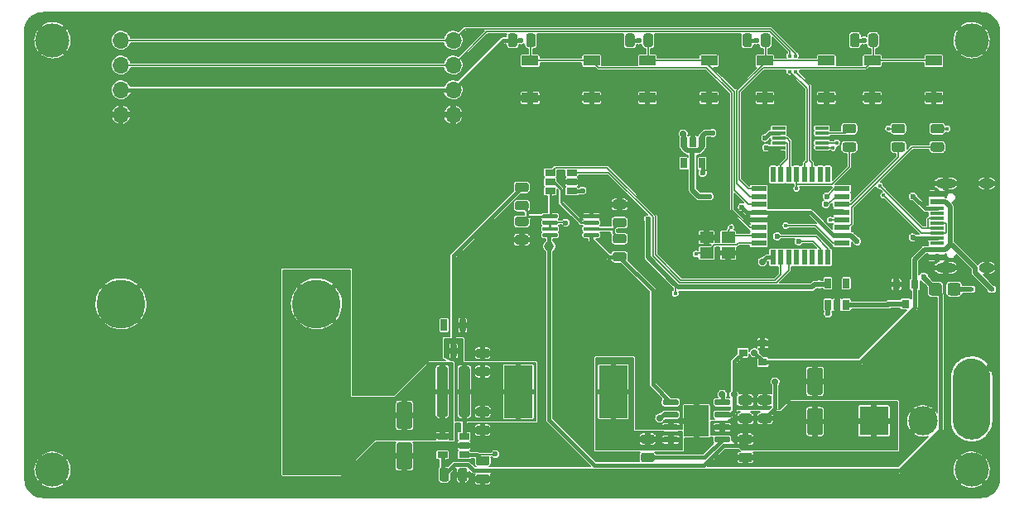
<source format=gbr>
%TF.GenerationSoftware,KiCad,Pcbnew,(5.99.0-2671-gfc0a358ba)*%
%TF.CreationDate,2020-08-25T16:55:35+05:30*%
%TF.ProjectId,Power_Supply,506f7765-725f-4537-9570-706c792e6b69,rev?*%
%TF.SameCoordinates,Original*%
%TF.FileFunction,Copper,L1,Top*%
%TF.FilePolarity,Positive*%
%FSLAX46Y46*%
G04 Gerber Fmt 4.6, Leading zero omitted, Abs format (unit mm)*
G04 Created by KiCad (PCBNEW (5.99.0-2671-gfc0a358ba)) date 2020-08-25 16:55:35*
%MOMM*%
%LPD*%
G01*
G04 APERTURE LIST*
%TA.AperFunction,SMDPad,CuDef*%
%ADD10R,1.600000X0.550000*%
%TD*%
%TA.AperFunction,SMDPad,CuDef*%
%ADD11R,0.550000X1.600000*%
%TD*%
%TA.AperFunction,ComponentPad*%
%ADD12C,3.500000*%
%TD*%
%TA.AperFunction,ComponentPad*%
%ADD13R,3.000000X3.000000*%
%TD*%
%TA.AperFunction,ComponentPad*%
%ADD14C,3.000000*%
%TD*%
%TA.AperFunction,SMDPad,CuDef*%
%ADD15R,1.400000X1.150000*%
%TD*%
%TA.AperFunction,SMDPad,CuDef*%
%ADD16R,0.900000X0.800000*%
%TD*%
%TA.AperFunction,SMDPad,CuDef*%
%ADD17R,1.700000X1.000000*%
%TD*%
%TA.AperFunction,SMDPad,CuDef*%
%ADD18R,0.600000X0.450000*%
%TD*%
%TA.AperFunction,ComponentPad*%
%ADD19C,5.000000*%
%TD*%
%TA.AperFunction,SMDPad,CuDef*%
%ADD20R,1.400000X0.300000*%
%TD*%
%TA.AperFunction,SMDPad,CuDef*%
%ADD21R,1.450000X0.600000*%
%TD*%
%TA.AperFunction,SMDPad,CuDef*%
%ADD22R,1.450000X0.300000*%
%TD*%
%TA.AperFunction,ComponentPad*%
%ADD23O,1.600000X1.000000*%
%TD*%
%TA.AperFunction,ComponentPad*%
%ADD24O,2.100000X1.000000*%
%TD*%
%TA.AperFunction,SMDPad,CuDef*%
%ADD25R,2.900000X5.400000*%
%TD*%
%TA.AperFunction,ComponentPad*%
%ADD26O,1.700000X1.700000*%
%TD*%
%TA.AperFunction,SMDPad,CuDef*%
%ADD27R,0.800000X0.900000*%
%TD*%
%TA.AperFunction,SMDPad,CuDef*%
%ADD28R,1.060000X0.650000*%
%TD*%
%TA.AperFunction,SMDPad,CuDef*%
%ADD29R,2.514000X3.200000*%
%TD*%
%TA.AperFunction,SMDPad,CuDef*%
%ADD30R,0.650000X1.060000*%
%TD*%
%TA.AperFunction,SMDPad,CuDef*%
%ADD31R,0.650000X1.220000*%
%TD*%
%TA.AperFunction,ViaPad*%
%ADD32C,0.450000*%
%TD*%
%TA.AperFunction,ViaPad*%
%ADD33C,1.000000*%
%TD*%
%TA.AperFunction,ViaPad*%
%ADD34C,0.600000*%
%TD*%
%TA.AperFunction,ViaPad*%
%ADD35C,0.700000*%
%TD*%
%TA.AperFunction,Conductor*%
%ADD36C,0.508000*%
%TD*%
%TA.AperFunction,Conductor*%
%ADD37C,0.127000*%
%TD*%
%TA.AperFunction,Conductor*%
%ADD38C,0.381000*%
%TD*%
%TA.AperFunction,Conductor*%
%ADD39C,0.254000*%
%TD*%
G04 APERTURE END LIST*
D10*
%TO.P,U2,1,PD3*%
%TO.N,/SW3*%
X87250000Y-30200000D03*
%TO.P,U2,2,PD4*%
%TO.N,/SW2*%
X87250000Y-31000000D03*
%TO.P,U2,3,PE0*%
%TO.N,/SW1*%
X87250000Y-31800000D03*
%TO.P,U2,4,VCC*%
%TO.N,+5V*%
X87250000Y-32600000D03*
%TO.P,U2,5,GND*%
%TO.N,GND*%
X87250000Y-33400000D03*
%TO.P,U2,6,PE1*%
%TO.N,/SW4*%
X87250000Y-34200000D03*
%TO.P,U2,7,XTAL1/PB6*%
%TO.N,Net-(C17-Pad2)*%
X87250000Y-35000000D03*
%TO.P,U2,8,XTAL2/PB7*%
%TO.N,Net-(C15-Pad2)*%
X87250000Y-35800000D03*
D11*
%TO.P,U2,9,PD5*%
%TO.N,Net-(D5-Pad2)*%
X88700000Y-37250000D03*
%TO.P,U2,10,PD6*%
%TO.N,/~POT_CS*%
X89500000Y-37250000D03*
%TO.P,U2,11,PD7*%
%TO.N,/POT_U~D*%
X90300000Y-37250000D03*
%TO.P,U2,12,PB0*%
%TO.N,N/C*%
X91100000Y-37250000D03*
%TO.P,U2,13,PB1*%
X91900000Y-37250000D03*
%TO.P,U2,14,PB2*%
X92700000Y-37250000D03*
%TO.P,U2,15,PB3*%
%TO.N,/MOSI*%
X93500000Y-37250000D03*
%TO.P,U2,16,PB4*%
%TO.N,/MISO*%
X94300000Y-37250000D03*
D10*
%TO.P,U2,17,PB5*%
%TO.N,/SCK*%
X95750000Y-35800000D03*
%TO.P,U2,18,AVCC*%
%TO.N,+5V*%
X95750000Y-35000000D03*
%TO.P,U2,19,PE2*%
%TO.N,Net-(D2-Pad1)*%
X95750000Y-34200000D03*
%TO.P,U2,20,AREF*%
%TO.N,Net-(C2-Pad2)*%
X95750000Y-33400000D03*
%TO.P,U2,21,GND*%
%TO.N,GND*%
X95750000Y-32600000D03*
%TO.P,U2,22,PE3*%
%TO.N,Net-(D1-Pad1)*%
X95750000Y-31800000D03*
%TO.P,U2,23,PC0*%
%TO.N,/I_SENSE*%
X95750000Y-31000000D03*
%TO.P,U2,24,PC1*%
%TO.N,/V_SENSE*%
X95750000Y-30200000D03*
D11*
%TO.P,U2,25,PC2*%
%TO.N,N/C*%
X94300000Y-28750000D03*
%TO.P,U2,26,PC3*%
X93500000Y-28750000D03*
%TO.P,U2,27,PC4*%
%TO.N,/SDA0*%
X92700000Y-28750000D03*
%TO.P,U2,28,PC5*%
%TO.N,/SCL0*%
X91900000Y-28750000D03*
%TO.P,U2,29,~RESET~/PC6*%
%TO.N,/RST*%
X91100000Y-28750000D03*
%TO.P,U2,30,PD0*%
%TO.N,/RX*%
X90300000Y-28750000D03*
%TO.P,U2,31,PD1*%
%TO.N,/TX*%
X89500000Y-28750000D03*
%TO.P,U2,32,PD2*%
%TO.N,N/C*%
X88700000Y-28750000D03*
%TD*%
D12*
%TO.P,H3,1,1*%
%TO.N,GND*%
X109000000Y-59000000D03*
%TD*%
%TO.P,H2,1,1*%
%TO.N,GND*%
X109000000Y-15000000D03*
%TD*%
%TO.P,R20,1*%
%TO.N,GND*%
%TA.AperFunction,SMDPad,CuDef*%
G36*
G01*
X72543750Y-31325000D02*
X73456250Y-31325000D01*
G75*
G02*
X73700000Y-31568750I0J-243750D01*
G01*
X73700000Y-32056250D01*
G75*
G02*
X73456250Y-32300000I-243750J0D01*
G01*
X72543750Y-32300000D01*
G75*
G02*
X72300000Y-32056250I0J243750D01*
G01*
X72300000Y-31568750D01*
G75*
G02*
X72543750Y-31325000I243750J0D01*
G01*
G37*
%TD.AperFunction*%
%TO.P,R20,2*%
%TO.N,Net-(R19-Pad2)*%
%TA.AperFunction,SMDPad,CuDef*%
G36*
G01*
X72543750Y-33200000D02*
X73456250Y-33200000D01*
G75*
G02*
X73700000Y-33443750I0J-243750D01*
G01*
X73700000Y-33931250D01*
G75*
G02*
X73456250Y-34175000I-243750J0D01*
G01*
X72543750Y-34175000D01*
G75*
G02*
X72300000Y-33931250I0J243750D01*
G01*
X72300000Y-33443750D01*
G75*
G02*
X72543750Y-33200000I243750J0D01*
G01*
G37*
%TD.AperFunction*%
%TD*%
%TO.P,C6,1*%
%TO.N,Net-(C6-Pad1)*%
%TA.AperFunction,SMDPad,CuDef*%
G36*
G01*
X76326250Y-58225000D02*
X75413750Y-58225000D01*
G75*
G02*
X75170000Y-57981250I0J243750D01*
G01*
X75170000Y-57493750D01*
G75*
G02*
X75413750Y-57250000I243750J0D01*
G01*
X76326250Y-57250000D01*
G75*
G02*
X76570000Y-57493750I0J-243750D01*
G01*
X76570000Y-57981250D01*
G75*
G02*
X76326250Y-58225000I-243750J0D01*
G01*
G37*
%TD.AperFunction*%
%TO.P,C6,2*%
%TO.N,Net-(C6-Pad2)*%
%TA.AperFunction,SMDPad,CuDef*%
G36*
G01*
X76326250Y-56350000D02*
X75413750Y-56350000D01*
G75*
G02*
X75170000Y-56106250I0J243750D01*
G01*
X75170000Y-55618750D01*
G75*
G02*
X75413750Y-55375000I243750J0D01*
G01*
X76326250Y-55375000D01*
G75*
G02*
X76570000Y-55618750I0J-243750D01*
G01*
X76570000Y-56106250D01*
G75*
G02*
X76326250Y-56350000I-243750J0D01*
G01*
G37*
%TD.AperFunction*%
%TD*%
D13*
%TO.P,J4,1,Pin_1*%
%TO.N,+VSW*%
X99000000Y-54000000D03*
D14*
%TO.P,J4,2,Pin_2*%
%TO.N,GND*%
X104000000Y-54000000D03*
%TD*%
%TO.P,R16,1*%
%TO.N,Net-(R16-Pad1)*%
%TA.AperFunction,SMDPad,CuDef*%
G36*
G01*
X63456250Y-32425000D02*
X62543750Y-32425000D01*
G75*
G02*
X62300000Y-32181250I0J243750D01*
G01*
X62300000Y-31693750D01*
G75*
G02*
X62543750Y-31450000I243750J0D01*
G01*
X63456250Y-31450000D01*
G75*
G02*
X63700000Y-31693750I0J-243750D01*
G01*
X63700000Y-32181250D01*
G75*
G02*
X63456250Y-32425000I-243750J0D01*
G01*
G37*
%TD.AperFunction*%
%TO.P,R16,2*%
%TO.N,Net-(C16-Pad2)*%
%TA.AperFunction,SMDPad,CuDef*%
G36*
G01*
X63456250Y-30550000D02*
X62543750Y-30550000D01*
G75*
G02*
X62300000Y-30306250I0J243750D01*
G01*
X62300000Y-29818750D01*
G75*
G02*
X62543750Y-29575000I243750J0D01*
G01*
X63456250Y-29575000D01*
G75*
G02*
X63700000Y-29818750I0J-243750D01*
G01*
X63700000Y-30306250D01*
G75*
G02*
X63456250Y-30550000I-243750J0D01*
G01*
G37*
%TD.AperFunction*%
%TD*%
%TO.P,C18,1*%
%TO.N,GND*%
%TA.AperFunction,SMDPad,CuDef*%
G36*
G01*
X59456250Y-55425000D02*
X58543750Y-55425000D01*
G75*
G02*
X58300000Y-55181250I0J243750D01*
G01*
X58300000Y-54693750D01*
G75*
G02*
X58543750Y-54450000I243750J0D01*
G01*
X59456250Y-54450000D01*
G75*
G02*
X59700000Y-54693750I0J-243750D01*
G01*
X59700000Y-55181250D01*
G75*
G02*
X59456250Y-55425000I-243750J0D01*
G01*
G37*
%TD.AperFunction*%
%TO.P,C18,2*%
%TO.N,Net-(C16-Pad2)*%
%TA.AperFunction,SMDPad,CuDef*%
G36*
G01*
X59456250Y-53550000D02*
X58543750Y-53550000D01*
G75*
G02*
X58300000Y-53306250I0J243750D01*
G01*
X58300000Y-52818750D01*
G75*
G02*
X58543750Y-52575000I243750J0D01*
G01*
X59456250Y-52575000D01*
G75*
G02*
X59700000Y-52818750I0J-243750D01*
G01*
X59700000Y-53306250D01*
G75*
G02*
X59456250Y-53550000I-243750J0D01*
G01*
G37*
%TD.AperFunction*%
%TD*%
D15*
%TO.P,Y1,1,1*%
%TO.N,Net-(C15-Pad2)*%
X81900000Y-36800000D03*
%TO.P,Y1,2,2*%
%TO.N,GND*%
X84100000Y-36800000D03*
%TO.P,Y1,3,3*%
%TO.N,Net-(C17-Pad2)*%
X84100000Y-35200000D03*
%TO.P,Y1,4,4*%
%TO.N,GND*%
X81900000Y-35200000D03*
%TD*%
%TO.P,U4,1*%
%TO.N,/V_FB*%
%TA.AperFunction,SMDPad,CuDef*%
G36*
G01*
X70925000Y-34875000D02*
X70925000Y-35075000D01*
G75*
G02*
X70825000Y-35175000I-100000J0D01*
G01*
X69400000Y-35175000D01*
G75*
G02*
X69300000Y-35075000I0J100000D01*
G01*
X69300000Y-34875000D01*
G75*
G02*
X69400000Y-34775000I100000J0D01*
G01*
X70825000Y-34775000D01*
G75*
G02*
X70925000Y-34875000I0J-100000D01*
G01*
G37*
%TD.AperFunction*%
%TO.P,U4,2,-*%
%TO.N,Net-(R19-Pad2)*%
%TA.AperFunction,SMDPad,CuDef*%
G36*
G01*
X70925000Y-34225000D02*
X70925000Y-34425000D01*
G75*
G02*
X70825000Y-34525000I-100000J0D01*
G01*
X69400000Y-34525000D01*
G75*
G02*
X69300000Y-34425000I0J100000D01*
G01*
X69300000Y-34225000D01*
G75*
G02*
X69400000Y-34125000I100000J0D01*
G01*
X70825000Y-34125000D01*
G75*
G02*
X70925000Y-34225000I0J-100000D01*
G01*
G37*
%TD.AperFunction*%
%TO.P,U4,3,+*%
%TO.N,Net-(U4-Pad3)*%
%TA.AperFunction,SMDPad,CuDef*%
G36*
G01*
X70925000Y-33575000D02*
X70925000Y-33775000D01*
G75*
G02*
X70825000Y-33875000I-100000J0D01*
G01*
X69400000Y-33875000D01*
G75*
G02*
X69300000Y-33775000I0J100000D01*
G01*
X69300000Y-33575000D01*
G75*
G02*
X69400000Y-33475000I100000J0D01*
G01*
X70825000Y-33475000D01*
G75*
G02*
X70925000Y-33575000I0J-100000D01*
G01*
G37*
%TD.AperFunction*%
%TO.P,U4,4,V-*%
%TO.N,GND*%
%TA.AperFunction,SMDPad,CuDef*%
G36*
G01*
X70925000Y-32925000D02*
X70925000Y-33125000D01*
G75*
G02*
X70825000Y-33225000I-100000J0D01*
G01*
X69400000Y-33225000D01*
G75*
G02*
X69300000Y-33125000I0J100000D01*
G01*
X69300000Y-32925000D01*
G75*
G02*
X69400000Y-32825000I100000J0D01*
G01*
X70825000Y-32825000D01*
G75*
G02*
X70925000Y-32925000I0J-100000D01*
G01*
G37*
%TD.AperFunction*%
%TO.P,U4,5,+*%
%TO.N,Net-(R16-Pad1)*%
%TA.AperFunction,SMDPad,CuDef*%
G36*
G01*
X66700000Y-32925000D02*
X66700000Y-33125000D01*
G75*
G02*
X66600000Y-33225000I-100000J0D01*
G01*
X65175000Y-33225000D01*
G75*
G02*
X65075000Y-33125000I0J100000D01*
G01*
X65075000Y-32925000D01*
G75*
G02*
X65175000Y-32825000I100000J0D01*
G01*
X66600000Y-32825000D01*
G75*
G02*
X66700000Y-32925000I0J-100000D01*
G01*
G37*
%TD.AperFunction*%
%TO.P,U4,6,-*%
%TO.N,/V_SENSE*%
%TA.AperFunction,SMDPad,CuDef*%
G36*
G01*
X66700000Y-33575000D02*
X66700000Y-33775000D01*
G75*
G02*
X66600000Y-33875000I-100000J0D01*
G01*
X65175000Y-33875000D01*
G75*
G02*
X65075000Y-33775000I0J100000D01*
G01*
X65075000Y-33575000D01*
G75*
G02*
X65175000Y-33475000I100000J0D01*
G01*
X66600000Y-33475000D01*
G75*
G02*
X66700000Y-33575000I0J-100000D01*
G01*
G37*
%TD.AperFunction*%
%TO.P,U4,7*%
%TA.AperFunction,SMDPad,CuDef*%
G36*
G01*
X66700000Y-34225000D02*
X66700000Y-34425000D01*
G75*
G02*
X66600000Y-34525000I-100000J0D01*
G01*
X65175000Y-34525000D01*
G75*
G02*
X65075000Y-34425000I0J100000D01*
G01*
X65075000Y-34225000D01*
G75*
G02*
X65175000Y-34125000I100000J0D01*
G01*
X66600000Y-34125000D01*
G75*
G02*
X66700000Y-34225000I0J-100000D01*
G01*
G37*
%TD.AperFunction*%
%TO.P,U4,8,V+*%
%TO.N,+VSW*%
%TA.AperFunction,SMDPad,CuDef*%
G36*
G01*
X66700000Y-34875000D02*
X66700000Y-35075000D01*
G75*
G02*
X66600000Y-35175000I-100000J0D01*
G01*
X65175000Y-35175000D01*
G75*
G02*
X65075000Y-35075000I0J100000D01*
G01*
X65075000Y-34875000D01*
G75*
G02*
X65175000Y-34775000I100000J0D01*
G01*
X66600000Y-34775000D01*
G75*
G02*
X66700000Y-34875000I0J-100000D01*
G01*
G37*
%TD.AperFunction*%
%TD*%
D16*
%TO.P,Q2,1,G*%
%TO.N,/REG_EN*%
X87620000Y-47950000D03*
%TO.P,Q2,2,S*%
%TO.N,GND*%
X87620000Y-46050000D03*
%TO.P,Q2,3,D*%
%TO.N,Net-(Q2-Pad3)*%
X85620000Y-47000000D03*
%TD*%
%TO.P,C4,1*%
%TO.N,GND*%
%TA.AperFunction,SMDPad,CuDef*%
G36*
G01*
X86326250Y-58225000D02*
X85413750Y-58225000D01*
G75*
G02*
X85170000Y-57981250I0J243750D01*
G01*
X85170000Y-57493750D01*
G75*
G02*
X85413750Y-57250000I243750J0D01*
G01*
X86326250Y-57250000D01*
G75*
G02*
X86570000Y-57493750I0J-243750D01*
G01*
X86570000Y-57981250D01*
G75*
G02*
X86326250Y-58225000I-243750J0D01*
G01*
G37*
%TD.AperFunction*%
%TO.P,C4,2*%
%TO.N,+VSW*%
%TA.AperFunction,SMDPad,CuDef*%
G36*
G01*
X86326250Y-56350000D02*
X85413750Y-56350000D01*
G75*
G02*
X85170000Y-56106250I0J243750D01*
G01*
X85170000Y-55618750D01*
G75*
G02*
X85413750Y-55375000I243750J0D01*
G01*
X86326250Y-55375000D01*
G75*
G02*
X86570000Y-55618750I0J-243750D01*
G01*
X86570000Y-56106250D01*
G75*
G02*
X86326250Y-56350000I-243750J0D01*
G01*
G37*
%TD.AperFunction*%
%TD*%
D17*
%TO.P,SW2,1,1*%
%TO.N,/SW2*%
X87850000Y-17100000D03*
X94150000Y-17100000D03*
%TO.P,SW2,2,2*%
%TO.N,GND*%
X94150000Y-20900000D03*
X87850000Y-20900000D03*
%TD*%
D18*
%TO.P,D4,1,K*%
%TO.N,Net-(D4-Pad1)*%
X108950000Y-40500000D03*
%TO.P,D4,2,A*%
%TO.N,/REG_EN*%
X111050000Y-40500000D03*
%TD*%
%TO.P,R13,1*%
%TO.N,VDC*%
%TA.AperFunction,SMDPad,CuDef*%
G36*
G01*
X54300000Y-53350000D02*
X54300000Y-48650000D01*
G75*
G02*
X54550000Y-48400000I250000J0D01*
G01*
X55200000Y-48400000D01*
G75*
G02*
X55450000Y-48650000I0J-250000D01*
G01*
X55450000Y-53350000D01*
G75*
G02*
X55200000Y-53600000I-250000J0D01*
G01*
X54550000Y-53600000D01*
G75*
G02*
X54300000Y-53350000I0J250000D01*
G01*
G37*
%TD.AperFunction*%
%TO.P,R13,2*%
%TO.N,Net-(C16-Pad2)*%
%TA.AperFunction,SMDPad,CuDef*%
G36*
G01*
X56550000Y-53350000D02*
X56550000Y-48650000D01*
G75*
G02*
X56800000Y-48400000I250000J0D01*
G01*
X57450000Y-48400000D01*
G75*
G02*
X57700000Y-48650000I0J-250000D01*
G01*
X57700000Y-53350000D01*
G75*
G02*
X57450000Y-53600000I-250000J0D01*
G01*
X56800000Y-53600000D01*
G75*
G02*
X56550000Y-53350000I0J250000D01*
G01*
G37*
%TD.AperFunction*%
%TD*%
%TO.P,R10,1*%
%TO.N,+5V*%
%TA.AperFunction,SMDPad,CuDef*%
G36*
G01*
X61575000Y-15456250D02*
X61575000Y-14543750D01*
G75*
G02*
X61818750Y-14300000I243750J0D01*
G01*
X62306250Y-14300000D01*
G75*
G02*
X62550000Y-14543750I0J-243750D01*
G01*
X62550000Y-15456250D01*
G75*
G02*
X62306250Y-15700000I-243750J0D01*
G01*
X61818750Y-15700000D01*
G75*
G02*
X61575000Y-15456250I0J243750D01*
G01*
G37*
%TD.AperFunction*%
%TO.P,R10,2*%
%TO.N,/SW4*%
%TA.AperFunction,SMDPad,CuDef*%
G36*
G01*
X63450000Y-15456250D02*
X63450000Y-14543750D01*
G75*
G02*
X63693750Y-14300000I243750J0D01*
G01*
X64181250Y-14300000D01*
G75*
G02*
X64425000Y-14543750I0J-243750D01*
G01*
X64425000Y-15456250D01*
G75*
G02*
X64181250Y-15700000I-243750J0D01*
G01*
X63693750Y-15700000D01*
G75*
G02*
X63450000Y-15456250I0J243750D01*
G01*
G37*
%TD.AperFunction*%
%TD*%
%TO.P,C1,1*%
%TO.N,GND*%
%TA.AperFunction,SMDPad,CuDef*%
G36*
G01*
X85413750Y-51375000D02*
X86326250Y-51375000D01*
G75*
G02*
X86570000Y-51618750I0J-243750D01*
G01*
X86570000Y-52106250D01*
G75*
G02*
X86326250Y-52350000I-243750J0D01*
G01*
X85413750Y-52350000D01*
G75*
G02*
X85170000Y-52106250I0J243750D01*
G01*
X85170000Y-51618750D01*
G75*
G02*
X85413750Y-51375000I243750J0D01*
G01*
G37*
%TD.AperFunction*%
%TO.P,C1,2*%
%TO.N,+VSW*%
%TA.AperFunction,SMDPad,CuDef*%
G36*
G01*
X85413750Y-53250000D02*
X86326250Y-53250000D01*
G75*
G02*
X86570000Y-53493750I0J-243750D01*
G01*
X86570000Y-53981250D01*
G75*
G02*
X86326250Y-54225000I-243750J0D01*
G01*
X85413750Y-54225000D01*
G75*
G02*
X85170000Y-53981250I0J243750D01*
G01*
X85170000Y-53493750D01*
G75*
G02*
X85413750Y-53250000I243750J0D01*
G01*
G37*
%TD.AperFunction*%
%TD*%
%TO.P,C20,1*%
%TO.N,+5V*%
%TA.AperFunction,SMDPad,CuDef*%
G36*
G01*
X54575000Y-59956250D02*
X54575000Y-59043750D01*
G75*
G02*
X54818750Y-58800000I243750J0D01*
G01*
X55306250Y-58800000D01*
G75*
G02*
X55550000Y-59043750I0J-243750D01*
G01*
X55550000Y-59956250D01*
G75*
G02*
X55306250Y-60200000I-243750J0D01*
G01*
X54818750Y-60200000D01*
G75*
G02*
X54575000Y-59956250I0J243750D01*
G01*
G37*
%TD.AperFunction*%
%TO.P,C20,2*%
%TO.N,GND*%
%TA.AperFunction,SMDPad,CuDef*%
G36*
G01*
X56450000Y-59956250D02*
X56450000Y-59043750D01*
G75*
G02*
X56693750Y-58800000I243750J0D01*
G01*
X57181250Y-58800000D01*
G75*
G02*
X57425000Y-59043750I0J-243750D01*
G01*
X57425000Y-59956250D01*
G75*
G02*
X57181250Y-60200000I-243750J0D01*
G01*
X56693750Y-60200000D01*
G75*
G02*
X56450000Y-59956250I0J243750D01*
G01*
G37*
%TD.AperFunction*%
%TD*%
%TO.P,R6,1*%
%TO.N,+5V*%
%TA.AperFunction,SMDPad,CuDef*%
G36*
G01*
X73575000Y-15456250D02*
X73575000Y-14543750D01*
G75*
G02*
X73818750Y-14300000I243750J0D01*
G01*
X74306250Y-14300000D01*
G75*
G02*
X74550000Y-14543750I0J-243750D01*
G01*
X74550000Y-15456250D01*
G75*
G02*
X74306250Y-15700000I-243750J0D01*
G01*
X73818750Y-15700000D01*
G75*
G02*
X73575000Y-15456250I0J243750D01*
G01*
G37*
%TD.AperFunction*%
%TO.P,R6,2*%
%TO.N,/SW1*%
%TA.AperFunction,SMDPad,CuDef*%
G36*
G01*
X75450000Y-15456250D02*
X75450000Y-14543750D01*
G75*
G02*
X75693750Y-14300000I243750J0D01*
G01*
X76181250Y-14300000D01*
G75*
G02*
X76425000Y-14543750I0J-243750D01*
G01*
X76425000Y-15456250D01*
G75*
G02*
X76181250Y-15700000I-243750J0D01*
G01*
X75693750Y-15700000D01*
G75*
G02*
X75450000Y-15456250I0J243750D01*
G01*
G37*
%TD.AperFunction*%
%TD*%
D17*
%TO.P,SW1,1,1*%
%TO.N,/SW1*%
X75850000Y-17100000D03*
X82150000Y-17100000D03*
%TO.P,SW1,2,2*%
%TO.N,GND*%
X75850000Y-20900000D03*
X82150000Y-20900000D03*
%TD*%
%TO.P,R18,1*%
%TO.N,GND*%
%TA.AperFunction,SMDPad,CuDef*%
G36*
G01*
X59456250Y-60425000D02*
X58543750Y-60425000D01*
G75*
G02*
X58300000Y-60181250I0J243750D01*
G01*
X58300000Y-59693750D01*
G75*
G02*
X58543750Y-59450000I243750J0D01*
G01*
X59456250Y-59450000D01*
G75*
G02*
X59700000Y-59693750I0J-243750D01*
G01*
X59700000Y-60181250D01*
G75*
G02*
X59456250Y-60425000I-243750J0D01*
G01*
G37*
%TD.AperFunction*%
%TO.P,R18,2*%
%TO.N,/I_SENSE*%
%TA.AperFunction,SMDPad,CuDef*%
G36*
G01*
X59456250Y-58550000D02*
X58543750Y-58550000D01*
G75*
G02*
X58300000Y-58306250I0J243750D01*
G01*
X58300000Y-57818750D01*
G75*
G02*
X58543750Y-57575000I243750J0D01*
G01*
X59456250Y-57575000D01*
G75*
G02*
X59700000Y-57818750I0J-243750D01*
G01*
X59700000Y-58306250D01*
G75*
G02*
X59456250Y-58550000I-243750J0D01*
G01*
G37*
%TD.AperFunction*%
%TD*%
%TO.P,C7,1*%
%TO.N,GND*%
%TA.AperFunction,SMDPad,CuDef*%
G36*
G01*
X51550000Y-58950000D02*
X50450000Y-58950000D01*
G75*
G02*
X50200000Y-58700000I0J250000D01*
G01*
X50200000Y-56425000D01*
G75*
G02*
X50450000Y-56175000I250000J0D01*
G01*
X51550000Y-56175000D01*
G75*
G02*
X51800000Y-56425000I0J-250000D01*
G01*
X51800000Y-58700000D01*
G75*
G02*
X51550000Y-58950000I-250000J0D01*
G01*
G37*
%TD.AperFunction*%
%TO.P,C7,2*%
%TO.N,VDC*%
%TA.AperFunction,SMDPad,CuDef*%
G36*
G01*
X51550000Y-54825000D02*
X50450000Y-54825000D01*
G75*
G02*
X50200000Y-54575000I0J250000D01*
G01*
X50200000Y-52300000D01*
G75*
G02*
X50450000Y-52050000I250000J0D01*
G01*
X51550000Y-52050000D01*
G75*
G02*
X51800000Y-52300000I0J-250000D01*
G01*
X51800000Y-54575000D01*
G75*
G02*
X51550000Y-54825000I-250000J0D01*
G01*
G37*
%TD.AperFunction*%
%TD*%
D19*
%TO.P,J3,1,Pin_1*%
%TO.N,GND*%
X22000000Y-42000000D03*
%TD*%
D12*
%TO.P,H4,1,1*%
%TO.N,GND*%
X15000000Y-59000000D03*
%TD*%
%TO.P,R8,1*%
%TO.N,+5V*%
%TA.AperFunction,SMDPad,CuDef*%
G36*
G01*
X85575000Y-15456250D02*
X85575000Y-14543750D01*
G75*
G02*
X85818750Y-14300000I243750J0D01*
G01*
X86306250Y-14300000D01*
G75*
G02*
X86550000Y-14543750I0J-243750D01*
G01*
X86550000Y-15456250D01*
G75*
G02*
X86306250Y-15700000I-243750J0D01*
G01*
X85818750Y-15700000D01*
G75*
G02*
X85575000Y-15456250I0J243750D01*
G01*
G37*
%TD.AperFunction*%
%TO.P,R8,2*%
%TO.N,/SW2*%
%TA.AperFunction,SMDPad,CuDef*%
G36*
G01*
X87450000Y-15456250D02*
X87450000Y-14543750D01*
G75*
G02*
X87693750Y-14300000I243750J0D01*
G01*
X88181250Y-14300000D01*
G75*
G02*
X88425000Y-14543750I0J-243750D01*
G01*
X88425000Y-15456250D01*
G75*
G02*
X88181250Y-15700000I-243750J0D01*
G01*
X87693750Y-15700000D01*
G75*
G02*
X87450000Y-15456250I0J243750D01*
G01*
G37*
%TD.AperFunction*%
%TD*%
D17*
%TO.P,SW3,1,1*%
%TO.N,/SW3*%
X105150000Y-17100000D03*
X98850000Y-17100000D03*
%TO.P,SW3,2,2*%
%TO.N,GND*%
X105150000Y-20900000D03*
X98850000Y-20900000D03*
%TD*%
D20*
%TO.P,U7,1,UD+*%
%TO.N,/D+*%
X93700000Y-26000000D03*
%TO.P,U7,2,UD-*%
%TO.N,/D-*%
X93700000Y-25500000D03*
%TO.P,U7,3,GND*%
%TO.N,GND*%
X93700000Y-25000000D03*
%TO.P,U7,4,~RTS*%
%TO.N,Net-(C25-Pad2)*%
X93700000Y-24500000D03*
%TO.P,U7,5,~CTS*%
%TO.N,N/C*%
X93700000Y-24000000D03*
%TO.P,U7,6,TNOW*%
X89300000Y-24000000D03*
%TO.P,U7,7,VCC*%
%TO.N,+5V*%
X89300000Y-24500000D03*
%TO.P,U7,8,TXD*%
%TO.N,/RX*%
X89300000Y-25000000D03*
%TO.P,U7,9,RXD*%
%TO.N,/TX*%
X89300000Y-25500000D03*
%TO.P,U7,10,V3*%
%TO.N,+3V3*%
X89300000Y-26000000D03*
%TD*%
D21*
%TO.P,J5,A1,GND*%
%TO.N,GND*%
X105455000Y-37250000D03*
%TO.P,J5,A4,VBUS*%
%TO.N,/REG_EN*%
X105455000Y-36450000D03*
D22*
%TO.P,J5,A5,CC1*%
%TO.N,Net-(J5-PadA5)*%
X105455000Y-35250000D03*
%TO.P,J5,A6,D+*%
%TO.N,/D+*%
X105455000Y-34250000D03*
%TO.P,J5,A7,D-*%
%TO.N,/D-*%
X105455000Y-33750000D03*
%TO.P,J5,A8,SBU1*%
%TO.N,N/C*%
X105455000Y-32750000D03*
D21*
%TO.P,J5,A9,VBUS*%
%TO.N,/REG_EN*%
X105455000Y-31550000D03*
%TO.P,J5,A12,GND*%
%TO.N,GND*%
X105455000Y-30750000D03*
%TO.P,J5,B1,GND*%
X105455000Y-30750000D03*
%TO.P,J5,B4,VBUS*%
%TO.N,/REG_EN*%
X105455000Y-31550000D03*
D22*
%TO.P,J5,B5,CC2*%
%TO.N,Net-(J5-PadB5)*%
X105455000Y-32250000D03*
%TO.P,J5,B6,D+*%
%TO.N,/D+*%
X105455000Y-33250000D03*
%TO.P,J5,B7,D-*%
%TO.N,/D-*%
X105455000Y-34750000D03*
%TO.P,J5,B8,SBU2*%
%TO.N,N/C*%
X105455000Y-35750000D03*
D21*
%TO.P,J5,B9,VBUS*%
%TO.N,/REG_EN*%
X105455000Y-36450000D03*
%TO.P,J5,B12,GND*%
%TO.N,GND*%
X105455000Y-37250000D03*
D23*
%TO.P,J5,S1,SHIELD*%
X110550000Y-38320000D03*
D24*
X106370000Y-38320000D03*
X106370000Y-29680000D03*
D23*
X110550000Y-29680000D03*
%TD*%
D19*
%TO.P,J2,1,Pin_1*%
%TO.N,VDC*%
X42000000Y-42000000D03*
%TD*%
D12*
%TO.P,H1,1,1*%
%TO.N,GND*%
X15000000Y-15000000D03*
%TD*%
%TO.P,C12,1*%
%TO.N,GND*%
%TA.AperFunction,SMDPad,CuDef*%
G36*
G01*
X92450000Y-48550000D02*
X93550000Y-48550000D01*
G75*
G02*
X93800000Y-48800000I0J-250000D01*
G01*
X93800000Y-51075000D01*
G75*
G02*
X93550000Y-51325000I-250000J0D01*
G01*
X92450000Y-51325000D01*
G75*
G02*
X92200000Y-51075000I0J250000D01*
G01*
X92200000Y-48800000D01*
G75*
G02*
X92450000Y-48550000I250000J0D01*
G01*
G37*
%TD.AperFunction*%
%TO.P,C12,2*%
%TO.N,+VSW*%
%TA.AperFunction,SMDPad,CuDef*%
G36*
G01*
X92450000Y-52675000D02*
X93550000Y-52675000D01*
G75*
G02*
X93800000Y-52925000I0J-250000D01*
G01*
X93800000Y-55200000D01*
G75*
G02*
X93550000Y-55450000I-250000J0D01*
G01*
X92450000Y-55450000D01*
G75*
G02*
X92200000Y-55200000I0J250000D01*
G01*
X92200000Y-52925000D01*
G75*
G02*
X92450000Y-52675000I250000J0D01*
G01*
G37*
%TD.AperFunction*%
%TD*%
%TO.P,R19,1*%
%TO.N,/V_FB*%
%TA.AperFunction,SMDPad,CuDef*%
G36*
G01*
X73456250Y-37675000D02*
X72543750Y-37675000D01*
G75*
G02*
X72300000Y-37431250I0J243750D01*
G01*
X72300000Y-36943750D01*
G75*
G02*
X72543750Y-36700000I243750J0D01*
G01*
X73456250Y-36700000D01*
G75*
G02*
X73700000Y-36943750I0J-243750D01*
G01*
X73700000Y-37431250D01*
G75*
G02*
X73456250Y-37675000I-243750J0D01*
G01*
G37*
%TD.AperFunction*%
%TO.P,R19,2*%
%TO.N,Net-(R19-Pad2)*%
%TA.AperFunction,SMDPad,CuDef*%
G36*
G01*
X73456250Y-35800000D02*
X72543750Y-35800000D01*
G75*
G02*
X72300000Y-35556250I0J243750D01*
G01*
X72300000Y-35068750D01*
G75*
G02*
X72543750Y-34825000I243750J0D01*
G01*
X73456250Y-34825000D01*
G75*
G02*
X73700000Y-35068750I0J-243750D01*
G01*
X73700000Y-35556250D01*
G75*
G02*
X73456250Y-35800000I-243750J0D01*
G01*
G37*
%TD.AperFunction*%
%TD*%
D25*
%TO.P,L1,1*%
%TO.N,Net-(C6-Pad2)*%
X72350000Y-51000000D03*
%TO.P,L1,2*%
%TO.N,Net-(C16-Pad2)*%
X62650000Y-51000000D03*
%TD*%
D26*
%TO.P,J6,1,Pin_1*%
%TO.N,/SDA0*%
X22000000Y-15000000D03*
%TO.P,J6,2,Pin_2*%
%TO.N,/SCL0*%
X22000000Y-17540000D03*
%TO.P,J6,3,Pin_3*%
%TO.N,+5V*%
X22000000Y-20080000D03*
%TO.P,J6,4,Pin_4*%
%TO.N,GND*%
X22000000Y-22620000D03*
%TD*%
%TO.P,F1,1*%
%TO.N,Net-(D4-Pad1)*%
%TA.AperFunction,SMDPad,CuDef*%
G36*
G01*
X107875000Y-40100000D02*
X107875000Y-40900000D01*
G75*
G02*
X107625000Y-41150000I-250000J0D01*
G01*
X106800000Y-41150000D01*
G75*
G02*
X106550000Y-40900000I0J250000D01*
G01*
X106550000Y-40100000D01*
G75*
G02*
X106800000Y-39850000I250000J0D01*
G01*
X107625000Y-39850000D01*
G75*
G02*
X107875000Y-40100000I0J-250000D01*
G01*
G37*
%TD.AperFunction*%
%TO.P,F1,2*%
%TO.N,+5V*%
%TA.AperFunction,SMDPad,CuDef*%
G36*
G01*
X105950000Y-40100000D02*
X105950000Y-40900000D01*
G75*
G02*
X105700000Y-41150000I-250000J0D01*
G01*
X104875000Y-41150000D01*
G75*
G02*
X104625000Y-40900000I0J250000D01*
G01*
X104625000Y-40100000D01*
G75*
G02*
X104875000Y-39850000I250000J0D01*
G01*
X105700000Y-39850000D01*
G75*
G02*
X105950000Y-40100000I0J-250000D01*
G01*
G37*
%TD.AperFunction*%
%TD*%
%TO.P,C25,1*%
%TO.N,/RST*%
%TA.AperFunction,SMDPad,CuDef*%
G36*
G01*
X96956250Y-26425000D02*
X96043750Y-26425000D01*
G75*
G02*
X95800000Y-26181250I0J243750D01*
G01*
X95800000Y-25693750D01*
G75*
G02*
X96043750Y-25450000I243750J0D01*
G01*
X96956250Y-25450000D01*
G75*
G02*
X97200000Y-25693750I0J-243750D01*
G01*
X97200000Y-26181250D01*
G75*
G02*
X96956250Y-26425000I-243750J0D01*
G01*
G37*
%TD.AperFunction*%
%TO.P,C25,2*%
%TO.N,Net-(C25-Pad2)*%
%TA.AperFunction,SMDPad,CuDef*%
G36*
G01*
X96956250Y-24550000D02*
X96043750Y-24550000D01*
G75*
G02*
X95800000Y-24306250I0J243750D01*
G01*
X95800000Y-23818750D01*
G75*
G02*
X96043750Y-23575000I243750J0D01*
G01*
X96956250Y-23575000D01*
G75*
G02*
X97200000Y-23818750I0J-243750D01*
G01*
X97200000Y-24306250D01*
G75*
G02*
X96956250Y-24550000I-243750J0D01*
G01*
G37*
%TD.AperFunction*%
%TD*%
D17*
%TO.P,SW4,1,1*%
%TO.N,/SW4*%
X63850000Y-17100000D03*
X70150000Y-17100000D03*
%TO.P,SW4,2,2*%
%TO.N,GND*%
X70150000Y-20900000D03*
X63850000Y-20900000D03*
%TD*%
%TO.P,D1,1,K*%
%TO.N,Net-(D1-Pad1)*%
%TA.AperFunction,SMDPad,CuDef*%
G36*
G01*
X101956250Y-26425000D02*
X101043750Y-26425000D01*
G75*
G02*
X100800000Y-26181250I0J243750D01*
G01*
X100800000Y-25693750D01*
G75*
G02*
X101043750Y-25450000I243750J0D01*
G01*
X101956250Y-25450000D01*
G75*
G02*
X102200000Y-25693750I0J-243750D01*
G01*
X102200000Y-26181250D01*
G75*
G02*
X101956250Y-26425000I-243750J0D01*
G01*
G37*
%TD.AperFunction*%
%TO.P,D1,2,A*%
%TO.N,Net-(D1-Pad2)*%
%TA.AperFunction,SMDPad,CuDef*%
G36*
G01*
X101956250Y-24550000D02*
X101043750Y-24550000D01*
G75*
G02*
X100800000Y-24306250I0J243750D01*
G01*
X100800000Y-23818750D01*
G75*
G02*
X101043750Y-23575000I243750J0D01*
G01*
X101956250Y-23575000D01*
G75*
G02*
X102200000Y-23818750I0J-243750D01*
G01*
X102200000Y-24306250D01*
G75*
G02*
X101956250Y-24550000I-243750J0D01*
G01*
G37*
%TD.AperFunction*%
%TD*%
D27*
%TO.P,Q1,1,G*%
%TO.N,/REG_EN*%
X103200000Y-40000000D03*
%TO.P,Q1,2,S*%
%TO.N,GND*%
X101300000Y-40000000D03*
%TO.P,Q1,3,D*%
%TO.N,Net-(Q1-Pad3)*%
X102250000Y-42000000D03*
%TD*%
%TO.P,C5,1*%
%TO.N,GND*%
%TA.AperFunction,SMDPad,CuDef*%
G36*
G01*
X87413750Y-51375000D02*
X88326250Y-51375000D01*
G75*
G02*
X88570000Y-51618750I0J-243750D01*
G01*
X88570000Y-52106250D01*
G75*
G02*
X88326250Y-52350000I-243750J0D01*
G01*
X87413750Y-52350000D01*
G75*
G02*
X87170000Y-52106250I0J243750D01*
G01*
X87170000Y-51618750D01*
G75*
G02*
X87413750Y-51375000I243750J0D01*
G01*
G37*
%TD.AperFunction*%
%TO.P,C5,2*%
%TO.N,+VSW*%
%TA.AperFunction,SMDPad,CuDef*%
G36*
G01*
X87413750Y-53250000D02*
X88326250Y-53250000D01*
G75*
G02*
X88570000Y-53493750I0J-243750D01*
G01*
X88570000Y-53981250D01*
G75*
G02*
X88326250Y-54225000I-243750J0D01*
G01*
X87413750Y-54225000D01*
G75*
G02*
X87170000Y-53981250I0J243750D01*
G01*
X87170000Y-53493750D01*
G75*
G02*
X87413750Y-53250000I243750J0D01*
G01*
G37*
%TD.AperFunction*%
%TD*%
D28*
%TO.P,U6,1,VDD*%
%TO.N,+5V*%
X68100000Y-30450000D03*
%TO.P,U6,2,VSS*%
%TO.N,GND*%
X68100000Y-29500000D03*
%TO.P,U6,3,U/~D*%
%TO.N,/POT_U~D*%
X68100000Y-28550000D03*
%TO.P,U6,4,~CS*%
%TO.N,/~POT_CS*%
X65900000Y-28550000D03*
%TO.P,U6,5,W*%
%TO.N,Net-(U4-Pad3)*%
X65900000Y-29500000D03*
%TO.P,U6,6,A*%
%TO.N,Net-(R16-Pad1)*%
X65900000Y-30450000D03*
%TD*%
%TO.P,U3,1,BOOT*%
%TO.N,Net-(C6-Pad1)*%
%TA.AperFunction,SMDPad,CuDef*%
G36*
G01*
X84320000Y-55755000D02*
X84320000Y-56055000D01*
G75*
G02*
X84170000Y-56205000I-150000J0D01*
G01*
X82845000Y-56205000D01*
G75*
G02*
X82695000Y-56055000I0J150000D01*
G01*
X82695000Y-55755000D01*
G75*
G02*
X82845000Y-55605000I150000J0D01*
G01*
X84170000Y-55605000D01*
G75*
G02*
X84320000Y-55755000I0J-150000D01*
G01*
G37*
%TD.AperFunction*%
%TO.P,U3,2,VIN*%
%TO.N,+VSW*%
%TA.AperFunction,SMDPad,CuDef*%
G36*
G01*
X84320000Y-54485000D02*
X84320000Y-54785000D01*
G75*
G02*
X84170000Y-54935000I-150000J0D01*
G01*
X82845000Y-54935000D01*
G75*
G02*
X82695000Y-54785000I0J150000D01*
G01*
X82695000Y-54485000D01*
G75*
G02*
X82845000Y-54335000I150000J0D01*
G01*
X84170000Y-54335000D01*
G75*
G02*
X84320000Y-54485000I0J-150000D01*
G01*
G37*
%TD.AperFunction*%
%TO.P,U3,3,EN*%
%TO.N,Net-(Q2-Pad3)*%
%TA.AperFunction,SMDPad,CuDef*%
G36*
G01*
X84320000Y-53215000D02*
X84320000Y-53515000D01*
G75*
G02*
X84170000Y-53665000I-150000J0D01*
G01*
X82845000Y-53665000D01*
G75*
G02*
X82695000Y-53515000I0J150000D01*
G01*
X82695000Y-53215000D01*
G75*
G02*
X82845000Y-53065000I150000J0D01*
G01*
X84170000Y-53065000D01*
G75*
G02*
X84320000Y-53215000I0J-150000D01*
G01*
G37*
%TD.AperFunction*%
%TO.P,U3,4,SS*%
%TO.N,Net-(C8-Pad2)*%
%TA.AperFunction,SMDPad,CuDef*%
G36*
G01*
X84320000Y-51945000D02*
X84320000Y-52245000D01*
G75*
G02*
X84170000Y-52395000I-150000J0D01*
G01*
X82845000Y-52395000D01*
G75*
G02*
X82695000Y-52245000I0J150000D01*
G01*
X82695000Y-51945000D01*
G75*
G02*
X82845000Y-51795000I150000J0D01*
G01*
X84170000Y-51795000D01*
G75*
G02*
X84320000Y-51945000I0J-150000D01*
G01*
G37*
%TD.AperFunction*%
%TO.P,U3,5,FB*%
%TO.N,/V_FB*%
%TA.AperFunction,SMDPad,CuDef*%
G36*
G01*
X79045000Y-51945000D02*
X79045000Y-52245000D01*
G75*
G02*
X78895000Y-52395000I-150000J0D01*
G01*
X77570000Y-52395000D01*
G75*
G02*
X77420000Y-52245000I0J150000D01*
G01*
X77420000Y-51945000D01*
G75*
G02*
X77570000Y-51795000I150000J0D01*
G01*
X78895000Y-51795000D01*
G75*
G02*
X79045000Y-51945000I0J-150000D01*
G01*
G37*
%TD.AperFunction*%
%TO.P,U3,6,COMP*%
%TO.N,Net-(C13-Pad2)*%
%TA.AperFunction,SMDPad,CuDef*%
G36*
G01*
X79045000Y-53215000D02*
X79045000Y-53515000D01*
G75*
G02*
X78895000Y-53665000I-150000J0D01*
G01*
X77570000Y-53665000D01*
G75*
G02*
X77420000Y-53515000I0J150000D01*
G01*
X77420000Y-53215000D01*
G75*
G02*
X77570000Y-53065000I150000J0D01*
G01*
X78895000Y-53065000D01*
G75*
G02*
X79045000Y-53215000I0J-150000D01*
G01*
G37*
%TD.AperFunction*%
%TO.P,U3,7,GND*%
%TO.N,GND*%
%TA.AperFunction,SMDPad,CuDef*%
G36*
G01*
X79045000Y-54485000D02*
X79045000Y-54785000D01*
G75*
G02*
X78895000Y-54935000I-150000J0D01*
G01*
X77570000Y-54935000D01*
G75*
G02*
X77420000Y-54785000I0J150000D01*
G01*
X77420000Y-54485000D01*
G75*
G02*
X77570000Y-54335000I150000J0D01*
G01*
X78895000Y-54335000D01*
G75*
G02*
X79045000Y-54485000I0J-150000D01*
G01*
G37*
%TD.AperFunction*%
%TO.P,U3,8,PH*%
%TO.N,Net-(C6-Pad2)*%
%TA.AperFunction,SMDPad,CuDef*%
G36*
G01*
X79045000Y-55755000D02*
X79045000Y-56055000D01*
G75*
G02*
X78895000Y-56205000I-150000J0D01*
G01*
X77570000Y-56205000D01*
G75*
G02*
X77420000Y-56055000I0J150000D01*
G01*
X77420000Y-55755000D01*
G75*
G02*
X77570000Y-55605000I150000J0D01*
G01*
X78895000Y-55605000D01*
G75*
G02*
X79045000Y-55755000I0J-150000D01*
G01*
G37*
%TD.AperFunction*%
D29*
%TO.P,U3,9,GND*%
%TO.N,GND*%
X80870000Y-54000000D03*
%TD*%
D28*
%TO.P,U5,1*%
%TO.N,/I_SENSE*%
X57100000Y-57450000D03*
%TO.P,U5,2,GND*%
%TO.N,GND*%
X57100000Y-56500000D03*
%TO.P,U5,3,+*%
%TO.N,Net-(C16-Pad2)*%
X57100000Y-55550000D03*
%TO.P,U5,4,-*%
%TO.N,VDC*%
X54900000Y-55550000D03*
%TO.P,U5,5,V+*%
%TO.N,+5V*%
X54900000Y-57450000D03*
%TD*%
D30*
%TO.P,U8,1,IN*%
%TO.N,+5V*%
X81450000Y-25400000D03*
%TO.P,U8,2,GND*%
%TO.N,GND*%
X80500000Y-25400000D03*
%TO.P,U8,3,EN*%
%TO.N,+5V*%
X79550000Y-25400000D03*
%TO.P,U8,4,BP*%
%TO.N,N/C*%
X79550000Y-27600000D03*
%TO.P,U8,5,OUT*%
%TO.N,+3V3*%
X81450000Y-27600000D03*
%TD*%
%TO.P,D2,1,K*%
%TO.N,Net-(D2-Pad1)*%
%TA.AperFunction,SMDPad,CuDef*%
G36*
G01*
X105956250Y-26425000D02*
X105043750Y-26425000D01*
G75*
G02*
X104800000Y-26181250I0J243750D01*
G01*
X104800000Y-25693750D01*
G75*
G02*
X105043750Y-25450000I243750J0D01*
G01*
X105956250Y-25450000D01*
G75*
G02*
X106200000Y-25693750I0J-243750D01*
G01*
X106200000Y-26181250D01*
G75*
G02*
X105956250Y-26425000I-243750J0D01*
G01*
G37*
%TD.AperFunction*%
%TO.P,D2,2,A*%
%TO.N,Net-(D2-Pad2)*%
%TA.AperFunction,SMDPad,CuDef*%
G36*
G01*
X105956250Y-24550000D02*
X105043750Y-24550000D01*
G75*
G02*
X104800000Y-24306250I0J243750D01*
G01*
X104800000Y-23818750D01*
G75*
G02*
X105043750Y-23575000I243750J0D01*
G01*
X105956250Y-23575000D01*
G75*
G02*
X106200000Y-23818750I0J-243750D01*
G01*
X106200000Y-24306250D01*
G75*
G02*
X105956250Y-24550000I-243750J0D01*
G01*
G37*
%TD.AperFunction*%
%TD*%
%TO.P,U1,1,IN*%
%TO.N,+VSW*%
X94300000Y-42100000D03*
%TO.P,U1,2,GND*%
%TO.N,GND*%
X95250000Y-42100000D03*
%TO.P,U1,3,EN*%
%TO.N,Net-(Q1-Pad3)*%
X96200000Y-42100000D03*
%TO.P,U1,4,BP*%
%TO.N,N/C*%
X96200000Y-39900000D03*
%TO.P,U1,5,OUT*%
%TO.N,+5V*%
X94300000Y-39900000D03*
%TD*%
%TO.P,R9,1*%
%TO.N,+5V*%
%TA.AperFunction,SMDPad,CuDef*%
G36*
G01*
X96575000Y-15456250D02*
X96575000Y-14543750D01*
G75*
G02*
X96818750Y-14300000I243750J0D01*
G01*
X97306250Y-14300000D01*
G75*
G02*
X97550000Y-14543750I0J-243750D01*
G01*
X97550000Y-15456250D01*
G75*
G02*
X97306250Y-15700000I-243750J0D01*
G01*
X96818750Y-15700000D01*
G75*
G02*
X96575000Y-15456250I0J243750D01*
G01*
G37*
%TD.AperFunction*%
%TO.P,R9,2*%
%TO.N,/SW3*%
%TA.AperFunction,SMDPad,CuDef*%
G36*
G01*
X98450000Y-15456250D02*
X98450000Y-14543750D01*
G75*
G02*
X98693750Y-14300000I243750J0D01*
G01*
X99181250Y-14300000D01*
G75*
G02*
X99425000Y-14543750I0J-243750D01*
G01*
X99425000Y-15456250D01*
G75*
G02*
X99181250Y-15700000I-243750J0D01*
G01*
X98693750Y-15700000D01*
G75*
G02*
X98450000Y-15456250I0J243750D01*
G01*
G37*
%TD.AperFunction*%
%TD*%
%TO.P,C16,1*%
%TO.N,GND*%
%TA.AperFunction,SMDPad,CuDef*%
G36*
G01*
X58543750Y-46575000D02*
X59456250Y-46575000D01*
G75*
G02*
X59700000Y-46818750I0J-243750D01*
G01*
X59700000Y-47306250D01*
G75*
G02*
X59456250Y-47550000I-243750J0D01*
G01*
X58543750Y-47550000D01*
G75*
G02*
X58300000Y-47306250I0J243750D01*
G01*
X58300000Y-46818750D01*
G75*
G02*
X58543750Y-46575000I243750J0D01*
G01*
G37*
%TD.AperFunction*%
%TO.P,C16,2*%
%TO.N,Net-(C16-Pad2)*%
%TA.AperFunction,SMDPad,CuDef*%
G36*
G01*
X58543750Y-48450000D02*
X59456250Y-48450000D01*
G75*
G02*
X59700000Y-48693750I0J-243750D01*
G01*
X59700000Y-49181250D01*
G75*
G02*
X59456250Y-49425000I-243750J0D01*
G01*
X58543750Y-49425000D01*
G75*
G02*
X58300000Y-49181250I0J243750D01*
G01*
X58300000Y-48693750D01*
G75*
G02*
X58543750Y-48450000I243750J0D01*
G01*
G37*
%TD.AperFunction*%
%TD*%
D26*
%TO.P,J7,1,Pin_1*%
%TO.N,/SDA0*%
X56000000Y-15000000D03*
%TO.P,J7,2,Pin_2*%
%TO.N,/SCL0*%
X56000000Y-17540000D03*
%TO.P,J7,3,Pin_3*%
%TO.N,+5V*%
X56000000Y-20080000D03*
%TO.P,J7,4,Pin_4*%
%TO.N,GND*%
X56000000Y-22620000D03*
%TD*%
%TO.P,R17,1*%
%TO.N,GND*%
%TA.AperFunction,SMDPad,CuDef*%
G36*
G01*
X63456250Y-35925000D02*
X62543750Y-35925000D01*
G75*
G02*
X62300000Y-35681250I0J243750D01*
G01*
X62300000Y-35193750D01*
G75*
G02*
X62543750Y-34950000I243750J0D01*
G01*
X63456250Y-34950000D01*
G75*
G02*
X63700000Y-35193750I0J-243750D01*
G01*
X63700000Y-35681250D01*
G75*
G02*
X63456250Y-35925000I-243750J0D01*
G01*
G37*
%TD.AperFunction*%
%TO.P,R17,2*%
%TO.N,Net-(R16-Pad1)*%
%TA.AperFunction,SMDPad,CuDef*%
G36*
G01*
X63456250Y-34050000D02*
X62543750Y-34050000D01*
G75*
G02*
X62300000Y-33806250I0J243750D01*
G01*
X62300000Y-33318750D01*
G75*
G02*
X62543750Y-33075000I243750J0D01*
G01*
X63456250Y-33075000D01*
G75*
G02*
X63700000Y-33318750I0J-243750D01*
G01*
X63700000Y-33806250D01*
G75*
G02*
X63456250Y-34050000I-243750J0D01*
G01*
G37*
%TD.AperFunction*%
%TD*%
D31*
%TO.P,D3,1*%
%TO.N,GND*%
X56950000Y-44190000D03*
%TO.P,D3,2*%
%TO.N,N/C*%
X55050000Y-44190000D03*
%TO.P,D3,3*%
%TO.N,Net-(C16-Pad2)*%
X56000000Y-46810000D03*
%TD*%
D32*
%TO.N,+5V*%
X78700000Y-40930000D03*
D33*
%TO.N,GND*%
X89000000Y-16000000D03*
X106500000Y-16000000D03*
X95500000Y-16000000D03*
X71500000Y-16000000D03*
X83500000Y-16000000D03*
X102000000Y-19000000D03*
X79000000Y-19000000D03*
X67000000Y-19000000D03*
X20000000Y-13500000D03*
X22000000Y-13500000D03*
X18000000Y-13500000D03*
X24000000Y-13500000D03*
X26000000Y-13500000D03*
X30000000Y-13500000D03*
X32000000Y-13500000D03*
X28000000Y-13500000D03*
X34000000Y-13500000D03*
X36000000Y-13500000D03*
X40000000Y-13500000D03*
X42000000Y-13500000D03*
X38000000Y-13500000D03*
X44000000Y-13500000D03*
X46000000Y-13500000D03*
X50000000Y-13500000D03*
X52000000Y-13500000D03*
X48000000Y-13500000D03*
X54000000Y-13500000D03*
X90000000Y-13500000D03*
X92000000Y-13500000D03*
X94000000Y-13500000D03*
X96000000Y-13500000D03*
X100000000Y-13500000D03*
X102000000Y-13500000D03*
X98000000Y-13500000D03*
X104000000Y-13500000D03*
X106000000Y-13500000D03*
X111000000Y-18500000D03*
X111000000Y-22500000D03*
X111000000Y-24500000D03*
X111000000Y-20500000D03*
X111000000Y-26500000D03*
X111000000Y-28500000D03*
X111000000Y-32500000D03*
X111000000Y-34500000D03*
X111000000Y-36500000D03*
X111000000Y-42500000D03*
X111000000Y-44500000D03*
X111000000Y-46500000D03*
X111000000Y-48500000D03*
X111000000Y-56500000D03*
X107500000Y-61000000D03*
X105500000Y-61000000D03*
X101500000Y-61000000D03*
X99500000Y-61000000D03*
X103500000Y-61000000D03*
X97500000Y-61000000D03*
X95500000Y-61000000D03*
X91500000Y-61000000D03*
X89500000Y-61000000D03*
X93500000Y-61000000D03*
X87500000Y-61000000D03*
X85500000Y-61000000D03*
X81500000Y-61000000D03*
X79500000Y-61000000D03*
X83500000Y-61000000D03*
X77500000Y-61000000D03*
X75500000Y-61000000D03*
X71500000Y-61000000D03*
X69500000Y-61000000D03*
X73500000Y-61000000D03*
X67500000Y-61000000D03*
X65500000Y-61000000D03*
X61500000Y-61000000D03*
X59500000Y-61000000D03*
X63500000Y-61000000D03*
X57500000Y-61000000D03*
X55500000Y-61000000D03*
X53500000Y-61000000D03*
X51500000Y-61000000D03*
X49500000Y-61000000D03*
X47500000Y-61000000D03*
X43500000Y-61000000D03*
X41500000Y-61000000D03*
X45500000Y-61000000D03*
X39500000Y-61000000D03*
X37500000Y-61000000D03*
X33500000Y-61000000D03*
X31500000Y-61000000D03*
X35500000Y-61000000D03*
X29500000Y-61000000D03*
X27500000Y-61000000D03*
X23500000Y-61000000D03*
X21500000Y-61000000D03*
X25500000Y-61000000D03*
X19500000Y-61000000D03*
X17500000Y-61000000D03*
X13500000Y-54500000D03*
X13500000Y-52500000D03*
X13500000Y-56500000D03*
X13500000Y-50500000D03*
X13500000Y-48500000D03*
X13500000Y-44500000D03*
X13500000Y-42500000D03*
X13500000Y-46500000D03*
X13500000Y-40500000D03*
X13500000Y-38500000D03*
X13500000Y-34000000D03*
X13500000Y-32000000D03*
X13500000Y-36000000D03*
X13500000Y-30000000D03*
X13500000Y-28000000D03*
X13500000Y-26000000D03*
X13500000Y-24000000D03*
X13500000Y-22000000D03*
X13500000Y-20000000D03*
X13500000Y-18000000D03*
D32*
%TO.N,/RST*%
X91100000Y-30200000D03*
%TO.N,/SCK*%
X90000000Y-34000000D03*
D34*
%TO.N,/MOSI*%
X91300000Y-35590500D03*
%TO.N,/MISO*%
X89100000Y-35100000D03*
%TO.N,+5V*%
X75909500Y-33346836D03*
%TO.N,Net-(J5-PadA5)*%
X103000000Y-35200000D03*
%TO.N,Net-(J5-PadB5)*%
X103000000Y-31000000D03*
%TO.N,GND*%
X94100000Y-32700000D03*
%TO.N,+5V*%
X104100000Y-39200000D03*
X69200000Y-30400000D03*
X82200000Y-31000000D03*
%TO.N,/I_SENSE*%
X94106027Y-31787645D03*
X60300000Y-57400000D03*
%TO.N,/V_SENSE*%
X94200000Y-31000000D03*
X67500000Y-33700000D03*
%TO.N,+5V*%
X75000000Y-15000000D03*
X87000000Y-15000000D03*
X98000000Y-15000000D03*
X62900000Y-15000000D03*
X85500000Y-32100000D03*
%TO.N,+3V3*%
X81500000Y-28600000D03*
%TO.N,+5V*%
X87900000Y-25000000D03*
%TO.N,+3V3*%
X88000000Y-26000000D03*
%TO.N,+5V*%
X97300000Y-35600000D03*
X93400000Y-40000000D03*
%TO.N,Net-(Q1-Pad3)*%
X100600000Y-42000000D03*
%TO.N,+VSW*%
X94300000Y-43000000D03*
%TO.N,+5V*%
X82500000Y-24500000D03*
D35*
X79500000Y-24600000D03*
%TO.N,Net-(D5-Pad2)*%
X87600000Y-37700000D03*
%TO.N,/REG_EN*%
X86800000Y-47000000D03*
%TO.N,+VSW*%
X88900000Y-50000000D03*
%TO.N,Net-(Q2-Pad3)*%
X84700000Y-51300000D03*
%TO.N,Net-(C8-Pad2)*%
X83500000Y-51300000D03*
%TO.N,Net-(C13-Pad2)*%
X77100000Y-53700000D03*
D33*
%TO.N,+VSW*%
X65800000Y-36100000D03*
D32*
%TO.N,/D-*%
X95200000Y-25500000D03*
%TO.N,/D+*%
X94800000Y-26000000D03*
%TO.N,/D-*%
X100000000Y-30900000D03*
%TO.N,/D+*%
X99600000Y-29900000D03*
%TO.N,Net-(C2-Pad2)*%
X94510000Y-33430000D03*
%TO.N,Net-(D2-Pad2)*%
X106500000Y-24060000D03*
%TO.N,Net-(D1-Pad2)*%
X100500000Y-24060000D03*
%TO.N,/SDA0*%
X91000000Y-18206001D03*
X91000000Y-16600000D03*
%TO.N,/SCL0*%
X90400000Y-18206001D03*
X90400000Y-16600000D03*
%TO.N,Net-(C15-Pad2)*%
X80800000Y-36900000D03*
%TO.N,Net-(C17-Pad2)*%
X84400000Y-34200000D03*
%TD*%
D36*
%TO.N,+5V*%
X78961000Y-40289632D02*
X78590684Y-39919316D01*
X78590684Y-39919316D02*
X75909500Y-37238132D01*
D37*
X78700000Y-40028632D02*
X78590684Y-39919316D01*
X78700000Y-40930000D02*
X78700000Y-40028632D01*
%TO.N,/~POT_CS*%
X65900000Y-28550000D02*
X66415501Y-28034499D01*
X71693723Y-28034499D02*
X76654010Y-32994786D01*
X76654010Y-36994786D02*
X79250336Y-39591112D01*
X66415501Y-28034499D02*
X71693723Y-28034499D01*
X76654010Y-32994786D02*
X76654010Y-36994786D01*
X79250336Y-39591112D02*
X88909664Y-39591112D01*
X88909664Y-39591112D02*
X89500000Y-39000776D01*
X89500000Y-39000776D02*
X89500000Y-37250000D01*
%TO.N,/POT_U~D*%
X71850000Y-28550000D02*
X76400000Y-33100000D01*
X76400000Y-33100000D02*
X76400000Y-37100000D01*
X76400000Y-37100000D02*
X79145122Y-39845122D01*
X79145122Y-39845122D02*
X89014878Y-39845122D01*
X68100000Y-28550000D02*
X71850000Y-28550000D01*
X89014878Y-39845122D02*
X90300000Y-38560000D01*
X90300000Y-38560000D02*
X90300000Y-37250000D01*
D38*
%TO.N,+5V*%
X55062500Y-59500000D02*
X56080010Y-58482490D01*
X57482490Y-58482490D02*
X58050520Y-59050520D01*
X56080010Y-58482490D02*
X57482490Y-58482490D01*
X105817501Y-54872401D02*
X105817501Y-41030001D01*
X58050520Y-59050520D02*
X101639382Y-59050520D01*
X101639382Y-59050520D02*
X105817501Y-54872401D01*
X105817501Y-41030001D02*
X105287500Y-40500000D01*
D37*
%TO.N,/RST*%
X91100000Y-30200000D02*
X91100000Y-28750000D01*
%TO.N,/SCK*%
X95750000Y-35800000D02*
X94823000Y-35800000D01*
X93023000Y-34000000D02*
X90000000Y-34000000D01*
X94823000Y-35800000D02*
X93023000Y-34000000D01*
%TO.N,/MOSI*%
X92767500Y-35590500D02*
X91300000Y-35590500D01*
X93500000Y-36323000D02*
X92767500Y-35590500D01*
X93500000Y-37250000D02*
X93500000Y-36323000D01*
%TO.N,/MISO*%
X93077000Y-35100000D02*
X89100000Y-35100000D01*
X94300000Y-36323000D02*
X93077000Y-35100000D01*
X94300000Y-37250000D02*
X94300000Y-36323000D01*
D36*
%TO.N,+5V*%
X81450000Y-25400000D02*
X81450000Y-24850000D01*
X81450000Y-24850000D02*
X81800000Y-24500000D01*
X81800000Y-24500000D02*
X82500000Y-24500000D01*
X82200000Y-31000000D02*
X81100000Y-31000000D01*
X81100000Y-31000000D02*
X80452490Y-30352490D01*
X80452490Y-30352490D02*
X80452490Y-26311010D01*
X79550000Y-25400000D02*
X79550000Y-25929999D01*
X81450000Y-25929999D02*
X81450000Y-25400000D01*
X79550000Y-25929999D02*
X79931011Y-26311010D01*
X81068989Y-26311010D02*
X81450000Y-25929999D01*
X79931011Y-26311010D02*
X81068989Y-26311010D01*
X75909500Y-37238132D02*
X75909500Y-33346836D01*
X92975736Y-40000000D02*
X92686104Y-40289632D01*
X92686104Y-40289632D02*
X78961000Y-40289632D01*
X93400000Y-40000000D02*
X92975736Y-40000000D01*
D38*
%TO.N,Net-(J5-PadA5)*%
X103050000Y-35250000D02*
X103000000Y-35200000D01*
X105455000Y-35250000D02*
X103050000Y-35250000D01*
%TO.N,Net-(J5-PadB5)*%
X104250000Y-32250000D02*
X103000000Y-31000000D01*
X105455000Y-32250000D02*
X104250000Y-32250000D01*
%TO.N,GND*%
X94200000Y-32600000D02*
X94100000Y-32700000D01*
X95750000Y-32600000D02*
X94200000Y-32600000D01*
D36*
%TO.N,+5V*%
X104100000Y-39200000D02*
X104100000Y-39312500D01*
X104100000Y-39312500D02*
X105287500Y-40500000D01*
D38*
X87250000Y-32600000D02*
X92503498Y-32600000D01*
X92503498Y-32600000D02*
X94903498Y-35000000D01*
X94903498Y-35000000D02*
X95750000Y-35000000D01*
X69150000Y-30450000D02*
X69200000Y-30400000D01*
X68100000Y-30450000D02*
X69150000Y-30450000D01*
X80452490Y-26247510D02*
X81132489Y-26247510D01*
X79867511Y-26247510D02*
X80452490Y-26247510D01*
%TO.N,+VSW*%
X65800000Y-53900000D02*
X70442510Y-58542510D01*
X83608424Y-56522510D02*
X85209990Y-56522510D01*
X70442510Y-58542510D02*
X81588424Y-58542510D01*
X81588424Y-58542510D02*
X83608424Y-56522510D01*
X65800000Y-36100000D02*
X65800000Y-53900000D01*
X85209990Y-56522510D02*
X85870000Y-55862500D01*
%TO.N,Net-(C6-Pad1)*%
X75870000Y-57737500D02*
X81675000Y-57737500D01*
X81675000Y-57737500D02*
X83507500Y-55905000D01*
%TO.N,/REG_EN*%
X103200000Y-40000000D02*
X103200000Y-42349028D01*
X103200000Y-42349028D02*
X97599028Y-47950000D01*
X97599028Y-47950000D02*
X87620000Y-47950000D01*
D37*
%TO.N,/I_SENSE*%
X94106027Y-31787645D02*
X94299699Y-31787645D01*
X94299699Y-31787645D02*
X94312054Y-31800000D01*
X94312054Y-31800000D02*
X94332098Y-31800000D01*
X94332098Y-31800000D02*
X95132098Y-31000000D01*
X95132098Y-31000000D02*
X95750000Y-31000000D01*
%TO.N,/V_SENSE*%
X94200000Y-31000000D02*
X95000000Y-30200000D01*
X95000000Y-30200000D02*
X95750000Y-30200000D01*
%TO.N,/I_SENSE*%
X60250000Y-57450000D02*
X60300000Y-57400000D01*
X57100000Y-57450000D02*
X60250000Y-57450000D01*
%TO.N,/V_SENSE*%
X65887500Y-33675000D02*
X67475000Y-33675000D01*
X67475000Y-33675000D02*
X67500000Y-33700000D01*
D38*
%TO.N,Net-(C16-Pad2)*%
X57100000Y-55550000D02*
X57100000Y-51025000D01*
X57100000Y-51025000D02*
X57125000Y-51000000D01*
%TO.N,/I_SENSE*%
X57100000Y-57450000D02*
X58387500Y-57450000D01*
X58387500Y-57450000D02*
X59000000Y-58062500D01*
%TO.N,+5V*%
X54900000Y-57450000D02*
X54900000Y-59337500D01*
X54900000Y-59337500D02*
X55062500Y-59500000D01*
%TO.N,Net-(C16-Pad2)*%
X56000000Y-46810000D02*
X56000000Y-37062500D01*
X56000000Y-37062500D02*
X63000000Y-30062500D01*
%TO.N,+5V*%
X56000000Y-20080000D02*
X61080000Y-15000000D01*
X61080000Y-15000000D02*
X62062500Y-15000000D01*
X22000000Y-20080000D02*
X56000000Y-20080000D01*
X74062500Y-15000000D02*
X75000000Y-15000000D01*
X87000000Y-15000000D02*
X86062500Y-15000000D01*
X98000000Y-15000000D02*
X97062500Y-15000000D01*
X62062500Y-15000000D02*
X62900000Y-15000000D01*
X86000000Y-32600000D02*
X85500000Y-32100000D01*
X87250000Y-32600000D02*
X86000000Y-32600000D01*
%TO.N,+3V3*%
X81500000Y-27650000D02*
X81450000Y-27600000D01*
X81500000Y-28600000D02*
X81500000Y-27650000D01*
%TO.N,+5V*%
X88400000Y-24500000D02*
X87900000Y-25000000D01*
X89300000Y-24500000D02*
X88400000Y-24500000D01*
%TO.N,+3V3*%
X89300000Y-26000000D02*
X88000000Y-26000000D01*
D36*
%TO.N,+5V*%
X96700000Y-35000000D02*
X97300000Y-35600000D01*
X95750000Y-35000000D02*
X96700000Y-35000000D01*
X93400000Y-40000000D02*
X94200000Y-40000000D01*
X94200000Y-40000000D02*
X94300000Y-39900000D01*
%TO.N,Net-(Q1-Pad3)*%
X96200000Y-42100000D02*
X100500000Y-42100000D01*
X100500000Y-42100000D02*
X100600000Y-42000000D01*
X102250000Y-42000000D02*
X100600000Y-42000000D01*
%TO.N,+VSW*%
X94300000Y-43000000D02*
X94300000Y-42100000D01*
%TO.N,/REG_EN*%
X103200000Y-40000000D02*
X103200000Y-37472000D01*
X103200000Y-37472000D02*
X104222000Y-36450000D01*
X104222000Y-36450000D02*
X105455000Y-36450000D01*
%TO.N,Net-(D4-Pad1)*%
X108950000Y-40500000D02*
X107212500Y-40500000D01*
%TO.N,/REG_EN*%
X106815011Y-35950791D02*
X107005673Y-35950791D01*
X107005673Y-35950791D02*
X109368990Y-38314108D01*
X109368990Y-38314108D02*
X109368990Y-38818990D01*
X109368990Y-38818990D02*
X111050000Y-40500000D01*
X105455000Y-31550000D02*
X106315802Y-31550000D01*
X106815011Y-32049209D02*
X106815011Y-35950791D01*
X106315802Y-31550000D02*
X106815011Y-32049209D01*
X106315802Y-36450000D02*
X105455000Y-36450000D01*
X106815011Y-35950791D02*
X106315802Y-36450000D01*
D38*
%TO.N,+5V*%
X79550000Y-24650000D02*
X79500000Y-24600000D01*
X79550000Y-25400000D02*
X79550000Y-24650000D01*
X79550000Y-25929999D02*
X79867511Y-26247510D01*
X81132489Y-26247510D02*
X81450000Y-25929999D01*
%TO.N,Net-(D5-Pad2)*%
X88050000Y-37250000D02*
X87600000Y-37700000D01*
X88700000Y-37250000D02*
X88050000Y-37250000D01*
%TO.N,/REG_EN*%
X87620000Y-47950000D02*
X87620000Y-47820000D01*
X87620000Y-47820000D02*
X86800000Y-47000000D01*
%TO.N,Net-(Q2-Pad3)*%
X84700000Y-51300000D02*
X84700000Y-47920000D01*
X84700000Y-47920000D02*
X85620000Y-47000000D01*
%TO.N,+VSW*%
X88887510Y-50012490D02*
X88900000Y-50000000D01*
X88887510Y-52719990D02*
X88887510Y-50012490D01*
X87870000Y-53737500D02*
X88887510Y-52719990D01*
%TO.N,Net-(Q2-Pad3)*%
X84320000Y-53365000D02*
X84700000Y-52985000D01*
X84700000Y-52985000D02*
X84700000Y-51300000D01*
X83507500Y-53365000D02*
X84320000Y-53365000D01*
%TO.N,Net-(C8-Pad2)*%
X83507500Y-51307500D02*
X83500000Y-51300000D01*
X83507500Y-52095000D02*
X83507500Y-51307500D01*
%TO.N,Net-(C13-Pad2)*%
X77435000Y-53365000D02*
X77100000Y-53700000D01*
X78232500Y-53365000D02*
X77435000Y-53365000D01*
%TO.N,/V_FB*%
X73000000Y-37187500D02*
X76400000Y-40587500D01*
X76400000Y-40587500D02*
X76400000Y-50262500D01*
X76400000Y-50262500D02*
X78232500Y-52095000D01*
X70112500Y-34975000D02*
X70112500Y-35412500D01*
X70112500Y-35412500D02*
X71887500Y-37187500D01*
X71887500Y-37187500D02*
X73000000Y-37187500D01*
%TO.N,+VSW*%
X65800000Y-36100000D02*
X65800000Y-35062500D01*
X65800000Y-35062500D02*
X65887500Y-34975000D01*
D37*
%TO.N,/SCL0*%
X91900000Y-28750000D02*
X91900000Y-27600000D01*
X91900000Y-27600000D02*
X92145990Y-27354010D01*
X92145990Y-27354010D02*
X92145990Y-19951991D01*
X92145990Y-19951991D02*
X90400000Y-18206001D01*
%TO.N,/SDA0*%
X92700000Y-28750000D02*
X92700000Y-27600000D01*
X92700000Y-27600000D02*
X92400000Y-27300000D01*
X92400000Y-27300000D02*
X92400000Y-19606001D01*
X92400000Y-19606001D02*
X91000000Y-18206001D01*
%TO.N,/RST*%
X96500000Y-25937500D02*
X96500000Y-27967902D01*
X94727401Y-29740501D02*
X91163501Y-29740501D01*
X91100000Y-29677000D02*
X91100000Y-28750000D01*
X96500000Y-27967902D02*
X94727401Y-29740501D01*
X91163501Y-29740501D02*
X91100000Y-29677000D01*
%TO.N,/D-*%
X95200000Y-25500000D02*
X93700000Y-25500000D01*
%TO.N,/D+*%
X94800000Y-26000000D02*
X93700000Y-26000000D01*
%TO.N,Net-(C25-Pad2)*%
X93700000Y-24500000D02*
X96062500Y-24500000D01*
X96062500Y-24500000D02*
X96500000Y-24062500D01*
%TO.N,/D+*%
X102850000Y-33150000D02*
X99700000Y-30000000D01*
X102850000Y-33150000D02*
X103950000Y-34250000D01*
X103950000Y-34250000D02*
X105455000Y-34250000D01*
X102950000Y-33250000D02*
X102850000Y-33150000D01*
%TO.N,/D-*%
X105455000Y-34750000D02*
X103850000Y-34750000D01*
X103850000Y-34750000D02*
X100000000Y-30900000D01*
%TO.N,/D+*%
X105455000Y-34250000D02*
X104603000Y-34250000D01*
X104603000Y-34250000D02*
X104539499Y-34186499D01*
X104539499Y-34186499D02*
X104539499Y-33313501D01*
X104539499Y-33313501D02*
X104603000Y-33250000D01*
X104603000Y-33250000D02*
X105455000Y-33250000D01*
%TO.N,/D-*%
X105455000Y-33750000D02*
X106307000Y-33750000D01*
X106370501Y-34686499D02*
X106307000Y-34750000D01*
X106307000Y-33750000D02*
X106370501Y-33813501D01*
X106370501Y-33813501D02*
X106370501Y-34686499D01*
X106307000Y-34750000D02*
X105455000Y-34750000D01*
%TO.N,/RX*%
X89300000Y-25000000D02*
X90127000Y-25000000D01*
X90127000Y-25000000D02*
X90444511Y-25317511D01*
X90444511Y-25317511D02*
X90444511Y-28605489D01*
X90444511Y-28605489D02*
X90300000Y-28750000D01*
%TO.N,/TX*%
X89300000Y-25500000D02*
X90127000Y-25500000D01*
X90190501Y-25563501D02*
X90190501Y-27132499D01*
X90127000Y-25500000D02*
X90190501Y-25563501D01*
X90190501Y-27132499D02*
X89500000Y-27823000D01*
X89500000Y-27823000D02*
X89500000Y-28750000D01*
D39*
%TO.N,Net-(R19-Pad2)*%
X73000000Y-35312500D02*
X72362500Y-34675000D01*
X72362500Y-34675000D02*
X72362500Y-34325000D01*
X70112500Y-34325000D02*
X72362500Y-34325000D01*
X72362500Y-34325000D02*
X73000000Y-33687500D01*
%TO.N,/V_SENSE*%
X65887500Y-34325000D02*
X65887500Y-33675000D01*
%TO.N,Net-(R16-Pad1)*%
X63000000Y-31937500D02*
X63537500Y-32475000D01*
X63537500Y-32475000D02*
X63537500Y-33025000D01*
X65887500Y-33025000D02*
X63537500Y-33025000D01*
X63537500Y-33025000D02*
X63000000Y-33562500D01*
X65900000Y-30450000D02*
X65900000Y-33012500D01*
X65900000Y-33012500D02*
X65887500Y-33025000D01*
%TO.N,Net-(U4-Pad3)*%
X65900000Y-29500000D02*
X66262202Y-29500000D01*
X69055696Y-33675000D02*
X70112500Y-33675000D01*
X66262202Y-29500000D02*
X67000000Y-30237798D01*
X67000000Y-30237798D02*
X67000000Y-31619304D01*
X67000000Y-31619304D02*
X69055696Y-33675000D01*
D37*
%TO.N,Net-(C2-Pad2)*%
X95720000Y-33430000D02*
X95750000Y-33400000D01*
X94510000Y-33430000D02*
X95720000Y-33430000D01*
%TO.N,Net-(D2-Pad1)*%
X105500000Y-25937500D02*
X102898724Y-25937500D01*
X102898724Y-25937500D02*
X96740501Y-32095723D01*
X96740501Y-33827401D02*
X96367902Y-34200000D01*
X96740501Y-32095723D02*
X96740501Y-33827401D01*
X96367902Y-34200000D02*
X95750000Y-34200000D01*
%TO.N,Net-(D1-Pad1)*%
X101500000Y-25937500D02*
X101500000Y-26977000D01*
X96677000Y-31800000D02*
X95750000Y-31800000D01*
X101500000Y-26977000D02*
X96677000Y-31800000D01*
%TO.N,Net-(D2-Pad2)*%
X106500000Y-24060000D02*
X105502500Y-24060000D01*
X105502500Y-24060000D02*
X105500000Y-24062500D01*
%TO.N,Net-(D1-Pad2)*%
X100502500Y-24062500D02*
X100500000Y-24060000D01*
X101500000Y-24062500D02*
X100502500Y-24062500D01*
%TO.N,/SDA0*%
X88414948Y-13800000D02*
X91000000Y-16385052D01*
X91000000Y-16385052D02*
X91000000Y-16600000D01*
X57200000Y-13800000D02*
X88414948Y-13800000D01*
X56000000Y-15000000D02*
X57200000Y-13800000D01*
%TO.N,/SCL0*%
X90400000Y-16144276D02*
X90400000Y-16600000D01*
X88365214Y-14109490D02*
X90400000Y-16144276D01*
X59430510Y-14109490D02*
X88365214Y-14109490D01*
X56000000Y-17540000D02*
X59430510Y-14109490D01*
X56000000Y-17540000D02*
X22000000Y-17540000D01*
%TO.N,/SDA0*%
X22000000Y-15000000D02*
X56000000Y-15000000D01*
%TO.N,Net-(C15-Pad2)*%
X80900000Y-36800000D02*
X80800000Y-36900000D01*
X81900000Y-36800000D02*
X80900000Y-36800000D01*
%TO.N,Net-(C17-Pad2)*%
X84100000Y-34500000D02*
X84400000Y-34200000D01*
X84100000Y-35200000D02*
X84100000Y-34500000D01*
X84100000Y-35200000D02*
X84300000Y-35000000D01*
X84300000Y-35000000D02*
X87250000Y-35000000D01*
%TO.N,Net-(C15-Pad2)*%
X81900000Y-36800000D02*
X82734499Y-35965501D01*
X82734499Y-35965501D02*
X84952401Y-35965501D01*
X84952401Y-35965501D02*
X85117902Y-35800000D01*
X85117902Y-35800000D02*
X87250000Y-35800000D01*
%TO.N,/SW4*%
X81890501Y-17790501D02*
X84491980Y-20391980D01*
X70150000Y-17100000D02*
X70840501Y-17790501D01*
X70840501Y-17790501D02*
X81890501Y-17790501D01*
X84491980Y-20391980D02*
X84491980Y-32368980D01*
X84491980Y-32368980D02*
X86323000Y-34200000D01*
X86323000Y-34200000D02*
X87250000Y-34200000D01*
%TO.N,/SW1*%
X75850000Y-17100000D02*
X81600000Y-17100000D01*
X81600000Y-17100000D02*
X84745990Y-20245990D01*
X84745990Y-20245990D02*
X84745990Y-30345990D01*
X84745990Y-30345990D02*
X86200000Y-31800000D01*
X86200000Y-31800000D02*
X87250000Y-31800000D01*
%TO.N,/SW3*%
X98159499Y-17790501D02*
X87709499Y-17790501D01*
X87709499Y-17790501D02*
X85254010Y-20245990D01*
X98850000Y-17100000D02*
X98159499Y-17790501D01*
X85254010Y-20245990D02*
X85254010Y-29254010D01*
X85254010Y-29254010D02*
X86200000Y-30200000D01*
X86200000Y-30200000D02*
X87250000Y-30200000D01*
%TO.N,/SW2*%
X87850000Y-17100000D02*
X87850000Y-17290776D01*
X86323000Y-31000000D02*
X87250000Y-31000000D01*
X87850000Y-17290776D02*
X85000000Y-20140776D01*
X85000000Y-29677000D02*
X86323000Y-31000000D01*
X85000000Y-20140776D02*
X85000000Y-29677000D01*
%TO.N,/SW3*%
X98850000Y-17100000D02*
X105150000Y-17100000D01*
X98937500Y-15000000D02*
X98937500Y-17012500D01*
X98937500Y-17012500D02*
X98850000Y-17100000D01*
%TO.N,/SW2*%
X87850000Y-17100000D02*
X94150000Y-17100000D01*
X87937500Y-15000000D02*
X87937500Y-17012500D01*
X87937500Y-17012500D02*
X87850000Y-17100000D01*
%TO.N,/SW1*%
X75850000Y-17100000D02*
X82150000Y-17100000D01*
X75937500Y-15000000D02*
X75937500Y-17012500D01*
X75937500Y-17012500D02*
X75850000Y-17100000D01*
%TO.N,/SW4*%
X63850000Y-17100000D02*
X70150000Y-17100000D01*
X63937500Y-15000000D02*
X63937500Y-17012500D01*
X63937500Y-17012500D02*
X63850000Y-17100000D01*
%TD*%
%TO.N,GND*%
X109979537Y-12193576D02*
X109983993Y-12194216D01*
X110254274Y-12213353D01*
X110503484Y-12267007D01*
X110742639Y-12355236D01*
X110966980Y-12476282D01*
X111172027Y-12627734D01*
X111353688Y-12806563D01*
X111508341Y-13009207D01*
X111632894Y-13231614D01*
X111724870Y-13469357D01*
X111782433Y-13717697D01*
X111804957Y-13977769D01*
X111805179Y-14005998D01*
X111806519Y-14014830D01*
X111810500Y-14028015D01*
X111810501Y-59960839D01*
X111806424Y-59979536D01*
X111805784Y-59983992D01*
X111786646Y-60254276D01*
X111732995Y-60503481D01*
X111644764Y-60742639D01*
X111523717Y-60966981D01*
X111372266Y-61172027D01*
X111193437Y-61353688D01*
X110990798Y-61508338D01*
X110768386Y-61632894D01*
X110530635Y-61724874D01*
X110282304Y-61782433D01*
X110022231Y-61804957D01*
X109994002Y-61805179D01*
X109985170Y-61806519D01*
X109971985Y-61810500D01*
X14039157Y-61810500D01*
X14020464Y-61806424D01*
X14016008Y-61805784D01*
X13745724Y-61786646D01*
X13496519Y-61732995D01*
X13257361Y-61644764D01*
X13033019Y-61523717D01*
X12827973Y-61372266D01*
X12646312Y-61193437D01*
X12491662Y-60990798D01*
X12367106Y-60768386D01*
X12275126Y-60530635D01*
X12261196Y-60470533D01*
X13800289Y-60470533D01*
X13803940Y-60526986D01*
X13926274Y-60621196D01*
X13930053Y-60623692D01*
X14171549Y-60759214D01*
X14175649Y-60761138D01*
X14434180Y-60860379D01*
X14438515Y-60861692D01*
X14708665Y-60922573D01*
X14713143Y-60923246D01*
X14989251Y-60944492D01*
X14993780Y-60944511D01*
X15270063Y-60925676D01*
X15274547Y-60925042D01*
X15545218Y-60866521D01*
X15549564Y-60865246D01*
X15808951Y-60768265D01*
X15813067Y-60766376D01*
X16055738Y-60632967D01*
X16059538Y-60630504D01*
X16195882Y-60527388D01*
X16199801Y-60470623D01*
X15025888Y-59296710D01*
X14974112Y-59296710D01*
X13800289Y-60470533D01*
X12261196Y-60470533D01*
X12217567Y-60282304D01*
X12195043Y-60022231D01*
X12194821Y-59994002D01*
X12193481Y-59985170D01*
X12189500Y-59971985D01*
X12189500Y-58949666D01*
X13056131Y-58949666D01*
X13068692Y-59226305D01*
X13069224Y-59230803D01*
X13121590Y-59502731D01*
X13122766Y-59507105D01*
X13213837Y-59768626D01*
X13215632Y-59772784D01*
X13343501Y-60018418D01*
X13345878Y-60022273D01*
X13471089Y-60195885D01*
X13528662Y-60200517D01*
X14703290Y-59025888D01*
X14703290Y-58974112D01*
X15296710Y-58974112D01*
X15296710Y-59025888D01*
X16470980Y-60200159D01*
X16528242Y-60195803D01*
X16645138Y-60036670D01*
X16647548Y-60032835D01*
X16777556Y-59788326D01*
X16779388Y-59784183D01*
X16872737Y-59523466D01*
X16873951Y-59519103D01*
X16928771Y-59247228D01*
X16929377Y-59241886D01*
X16939635Y-58862806D01*
X16939318Y-58857439D01*
X16899281Y-58582997D01*
X16898305Y-58578575D01*
X16819191Y-58313191D01*
X16817587Y-58308956D01*
X16700992Y-58057773D01*
X16698793Y-58053814D01*
X16534049Y-57802060D01*
X16474876Y-57795946D01*
X15296710Y-58974112D01*
X14703290Y-58974112D01*
X13529225Y-57800047D01*
X13473585Y-57803012D01*
X13403582Y-57889770D01*
X13401000Y-57893491D01*
X13260034Y-58131851D01*
X13258017Y-58135906D01*
X13152936Y-58392119D01*
X13151525Y-58396423D01*
X13084532Y-58665121D01*
X13083757Y-58669583D01*
X13056253Y-58945139D01*
X13056131Y-58949666D01*
X12189500Y-58949666D01*
X12189500Y-57527248D01*
X13798069Y-57527248D01*
X14974112Y-58703290D01*
X15025888Y-58703290D01*
X16200878Y-57528300D01*
X16198580Y-57473478D01*
X16146164Y-57429181D01*
X16142502Y-57426516D01*
X15907401Y-57280179D01*
X15903393Y-57278070D01*
X15649630Y-57167203D01*
X15645359Y-57165695D01*
X15378250Y-57092622D01*
X15373806Y-57091746D01*
X15098946Y-57057998D01*
X15094423Y-57057773D01*
X14817569Y-57064055D01*
X14813061Y-57064486D01*
X14540014Y-57110668D01*
X14535615Y-57111744D01*
X14272095Y-57196858D01*
X14267898Y-57198559D01*
X14019425Y-57320823D01*
X14015517Y-57323112D01*
X13803433Y-57468873D01*
X13798069Y-57527248D01*
X12189500Y-57527248D01*
X12189500Y-44004070D01*
X20266751Y-44004070D01*
X20269664Y-44059647D01*
X20433745Y-44192519D01*
X20436855Y-44194737D01*
X20712621Y-44367055D01*
X20715978Y-44368877D01*
X21010689Y-44506303D01*
X21014242Y-44507703D01*
X21323505Y-44608188D01*
X21327202Y-44609144D01*
X21646405Y-44671191D01*
X21650191Y-44671690D01*
X21974577Y-44694373D01*
X21978396Y-44694406D01*
X22303128Y-44677387D01*
X22306922Y-44676955D01*
X22627160Y-44620489D01*
X22630873Y-44619597D01*
X22941842Y-44524525D01*
X22945420Y-44523187D01*
X23242485Y-44390925D01*
X23245872Y-44389161D01*
X23524604Y-44221684D01*
X23527751Y-44219520D01*
X23730586Y-44061048D01*
X23734023Y-44004845D01*
X22025888Y-42296710D01*
X21974112Y-42296710D01*
X20266751Y-44004070D01*
X12189500Y-44004070D01*
X12189500Y-41931375D01*
X19306381Y-41931375D01*
X19317730Y-42256355D01*
X19318096Y-42260156D01*
X19368965Y-42581330D01*
X19369792Y-42585059D01*
X19459422Y-42897640D01*
X19460697Y-42901240D01*
X19587755Y-43200567D01*
X19589459Y-43203985D01*
X19752047Y-43485598D01*
X19754155Y-43488782D01*
X19936980Y-43731398D01*
X19993807Y-43735372D01*
X21703290Y-42025888D01*
X21703290Y-41974112D01*
X22296710Y-41974112D01*
X22296710Y-42025888D01*
X24004845Y-43734023D01*
X24061048Y-43730586D01*
X24219520Y-43527751D01*
X24221684Y-43524604D01*
X24389161Y-43245872D01*
X24390925Y-43242485D01*
X24523187Y-42945420D01*
X24524525Y-42941842D01*
X24619597Y-42630873D01*
X24620489Y-42627160D01*
X24677026Y-42306519D01*
X24677491Y-42301904D01*
X24689622Y-41838639D01*
X24689400Y-41834006D01*
X24649720Y-41510846D01*
X24649024Y-41507091D01*
X24570357Y-41191572D01*
X24569208Y-41187930D01*
X24452675Y-40884350D01*
X24451092Y-40880875D01*
X24298430Y-40593760D01*
X24296434Y-40590504D01*
X24109920Y-40324133D01*
X24107543Y-40321145D01*
X24058849Y-40267064D01*
X24005163Y-40265658D01*
X22296710Y-41974112D01*
X21703290Y-41974112D01*
X19996132Y-40266954D01*
X19941183Y-40269353D01*
X19835150Y-40395720D01*
X19832878Y-40398790D01*
X19655774Y-40671507D01*
X19653894Y-40674830D01*
X19511344Y-40967098D01*
X19509883Y-40970626D01*
X19404015Y-41278089D01*
X19402995Y-41281769D01*
X19335387Y-41599840D01*
X19334822Y-41603618D01*
X19306481Y-41927557D01*
X19306381Y-41931375D01*
X12189500Y-41931375D01*
X12189500Y-39991878D01*
X20262700Y-39991878D01*
X21974112Y-41703290D01*
X22025888Y-41703290D01*
X23733410Y-39995768D01*
X23731514Y-39941450D01*
X23641818Y-39863478D01*
X23638788Y-39861153D01*
X23369203Y-39679316D01*
X23365913Y-39677378D01*
X23076177Y-39529750D01*
X23072675Y-39528227D01*
X22767108Y-39417010D01*
X22763446Y-39415925D01*
X22446603Y-39342776D01*
X22442836Y-39342146D01*
X22119440Y-39308156D01*
X22115624Y-39307989D01*
X21790496Y-39313665D01*
X21786689Y-39313964D01*
X21464676Y-39359220D01*
X21460933Y-39359981D01*
X21146836Y-39444144D01*
X21143215Y-39445356D01*
X20841715Y-39567169D01*
X20838268Y-39568813D01*
X20553861Y-39726462D01*
X20550640Y-39728514D01*
X20267221Y-39934430D01*
X20262700Y-39991878D01*
X12189500Y-39991878D01*
X12189500Y-38495530D01*
X38310500Y-38495530D01*
X38310500Y-59503350D01*
X38311216Y-59510012D01*
X38325074Y-59573714D01*
X38332102Y-59587754D01*
X38389989Y-59654559D01*
X38405108Y-59664276D01*
X38486681Y-59688228D01*
X38495530Y-59689500D01*
X44506156Y-59689500D01*
X44518230Y-59687098D01*
X44619408Y-59645190D01*
X44629644Y-59638350D01*
X46477383Y-57790611D01*
X50008012Y-57790611D01*
X50008012Y-58736028D01*
X50008614Y-58742140D01*
X50032717Y-58863313D01*
X50037428Y-58874687D01*
X50129225Y-59012070D01*
X50137930Y-59020775D01*
X50275313Y-59112572D01*
X50286687Y-59117283D01*
X50407860Y-59141386D01*
X50413972Y-59141988D01*
X50771888Y-59141988D01*
X50808500Y-59105376D01*
X51191499Y-59105376D01*
X51228111Y-59141988D01*
X51586028Y-59141988D01*
X51592140Y-59141386D01*
X51713313Y-59117283D01*
X51724687Y-59112572D01*
X51862070Y-59020775D01*
X51870775Y-59012070D01*
X51962572Y-58874687D01*
X51967283Y-58863313D01*
X51991386Y-58742140D01*
X51991988Y-58736028D01*
X51991988Y-57790612D01*
X51955376Y-57754000D01*
X51228112Y-57753999D01*
X51191500Y-57790611D01*
X51191499Y-59105376D01*
X50808500Y-59105376D01*
X50808501Y-57790612D01*
X50771889Y-57754000D01*
X50044624Y-57753999D01*
X50008012Y-57790611D01*
X46477383Y-57790611D01*
X48078494Y-56189500D01*
X50078063Y-56189500D01*
X50037428Y-56250313D01*
X50032717Y-56261687D01*
X50008614Y-56382860D01*
X50008012Y-56388972D01*
X50008012Y-57334388D01*
X50044624Y-57371000D01*
X50771889Y-57371001D01*
X50771890Y-57371000D01*
X51955376Y-57371001D01*
X51991988Y-57334389D01*
X51991988Y-56388972D01*
X51991386Y-56382860D01*
X51967283Y-56261687D01*
X51962572Y-56250313D01*
X51921937Y-56189500D01*
X56003350Y-56189500D01*
X56010012Y-56188784D01*
X56073714Y-56174926D01*
X56087754Y-56167898D01*
X56154559Y-56110011D01*
X56164276Y-56094892D01*
X56188228Y-56013319D01*
X56189500Y-56004470D01*
X56189500Y-54189500D01*
X56720000Y-54189500D01*
X56720000Y-55033012D01*
X56566929Y-55033012D01*
X56560818Y-55033614D01*
X56502216Y-55045271D01*
X56490842Y-55049982D01*
X56438597Y-55084891D01*
X56429891Y-55093597D01*
X56394982Y-55145842D01*
X56390271Y-55157216D01*
X56378614Y-55215818D01*
X56378012Y-55221929D01*
X56378012Y-55878071D01*
X56378614Y-55884182D01*
X56390271Y-55942784D01*
X56394982Y-55954158D01*
X56429891Y-56006403D01*
X56438597Y-56015109D01*
X56453400Y-56025000D01*
X56438597Y-56034891D01*
X56429891Y-56043597D01*
X56394982Y-56095842D01*
X56390271Y-56107216D01*
X56378614Y-56165818D01*
X56378012Y-56171929D01*
X56378012Y-56271888D01*
X56414624Y-56308500D01*
X56846001Y-56308500D01*
X57785376Y-56308501D01*
X57821988Y-56271889D01*
X57821988Y-56171929D01*
X57821386Y-56165818D01*
X57809729Y-56107216D01*
X57805018Y-56095842D01*
X57770109Y-56043597D01*
X57761403Y-56034891D01*
X57746600Y-56025000D01*
X57761403Y-56015109D01*
X57770109Y-56006403D01*
X57805018Y-55954158D01*
X57809729Y-55942784D01*
X57821386Y-55884182D01*
X57821988Y-55878071D01*
X57821988Y-55221929D01*
X57821386Y-55215818D01*
X57811399Y-55165611D01*
X58108012Y-55165611D01*
X58108012Y-55216773D01*
X58108614Y-55222885D01*
X58132347Y-55342199D01*
X58137058Y-55353573D01*
X58227446Y-55488848D01*
X58236152Y-55497554D01*
X58371427Y-55587942D01*
X58382801Y-55592653D01*
X58502115Y-55616386D01*
X58508227Y-55616988D01*
X58771888Y-55616988D01*
X58808500Y-55580376D01*
X58808500Y-55165612D01*
X58808499Y-55165611D01*
X59191499Y-55165611D01*
X59191499Y-55580376D01*
X59228111Y-55616988D01*
X59491773Y-55616988D01*
X59497885Y-55616386D01*
X59617199Y-55592653D01*
X59628573Y-55587942D01*
X59763848Y-55497554D01*
X59772554Y-55488848D01*
X59862942Y-55353573D01*
X59867653Y-55342199D01*
X59891386Y-55222885D01*
X59891988Y-55216773D01*
X59891988Y-55165612D01*
X59855376Y-55129000D01*
X59228111Y-55128999D01*
X59191499Y-55165611D01*
X58808499Y-55165611D01*
X58771888Y-55129000D01*
X58144624Y-55128999D01*
X58108012Y-55165611D01*
X57811399Y-55165611D01*
X57809729Y-55157216D01*
X57805018Y-55145842D01*
X57770109Y-55093597D01*
X57761403Y-55084891D01*
X57709158Y-55049982D01*
X57697784Y-55045271D01*
X57639182Y-55033614D01*
X57633071Y-55033012D01*
X57480000Y-55033012D01*
X57480000Y-54658227D01*
X58108012Y-54658227D01*
X58108012Y-54709388D01*
X58144624Y-54746000D01*
X58771889Y-54746001D01*
X58808501Y-54709389D01*
X58808501Y-54294624D01*
X59191500Y-54294624D01*
X59191500Y-54709388D01*
X59228112Y-54746000D01*
X59855376Y-54746001D01*
X59891988Y-54709389D01*
X59891988Y-54658227D01*
X59891386Y-54652115D01*
X59867653Y-54532801D01*
X59862942Y-54521427D01*
X59772554Y-54386152D01*
X59763848Y-54377446D01*
X59628573Y-54287058D01*
X59617199Y-54282347D01*
X59497885Y-54258614D01*
X59491773Y-54258012D01*
X59228112Y-54258012D01*
X59191500Y-54294624D01*
X58808501Y-54294624D01*
X58771889Y-54258012D01*
X58508227Y-54258012D01*
X58502115Y-54258614D01*
X58382801Y-54282347D01*
X58371427Y-54287058D01*
X58236152Y-54377446D01*
X58227446Y-54386152D01*
X58137058Y-54521427D01*
X58132347Y-54532801D01*
X58108614Y-54652115D01*
X58108012Y-54658227D01*
X57480000Y-54658227D01*
X57480000Y-54189500D01*
X64503350Y-54189500D01*
X64510012Y-54188784D01*
X64573714Y-54174926D01*
X64587754Y-54167898D01*
X64654559Y-54110011D01*
X64664276Y-54094892D01*
X64688228Y-54013319D01*
X64689500Y-54004470D01*
X64689500Y-47996650D01*
X64688784Y-47989988D01*
X64674926Y-47926286D01*
X64667898Y-47912246D01*
X64610011Y-47845441D01*
X64594892Y-47835724D01*
X64513319Y-47811772D01*
X64504470Y-47810500D01*
X57189500Y-47810500D01*
X57189500Y-47290611D01*
X58108012Y-47290611D01*
X58108012Y-47341773D01*
X58108614Y-47347885D01*
X58132347Y-47467199D01*
X58137058Y-47478573D01*
X58227446Y-47613848D01*
X58236152Y-47622554D01*
X58371427Y-47712942D01*
X58382801Y-47717653D01*
X58502115Y-47741386D01*
X58508227Y-47741988D01*
X58771888Y-47741988D01*
X58808500Y-47705376D01*
X58808500Y-47290612D01*
X58808499Y-47290611D01*
X59191499Y-47290611D01*
X59191499Y-47705376D01*
X59228111Y-47741988D01*
X59491773Y-47741988D01*
X59497885Y-47741386D01*
X59617199Y-47717653D01*
X59628573Y-47712942D01*
X59763848Y-47622554D01*
X59772554Y-47613848D01*
X59862942Y-47478573D01*
X59867653Y-47467199D01*
X59891386Y-47347885D01*
X59891988Y-47341773D01*
X59891988Y-47290612D01*
X59855376Y-47254000D01*
X59228111Y-47253999D01*
X59191499Y-47290611D01*
X58808499Y-47290611D01*
X58771888Y-47254000D01*
X58144624Y-47253999D01*
X58108012Y-47290611D01*
X57189500Y-47290611D01*
X57189500Y-46783227D01*
X58108012Y-46783227D01*
X58108012Y-46834388D01*
X58144624Y-46871000D01*
X58771889Y-46871001D01*
X58808501Y-46834389D01*
X58808501Y-46419624D01*
X59191500Y-46419624D01*
X59191500Y-46834388D01*
X59228112Y-46871000D01*
X59855376Y-46871001D01*
X59891988Y-46834389D01*
X59891988Y-46783227D01*
X59891386Y-46777115D01*
X59867653Y-46657801D01*
X59862942Y-46646427D01*
X59772554Y-46511152D01*
X59763848Y-46502446D01*
X59628573Y-46412058D01*
X59617199Y-46407347D01*
X59497885Y-46383614D01*
X59491773Y-46383012D01*
X59228112Y-46383012D01*
X59191500Y-46419624D01*
X58808501Y-46419624D01*
X58771889Y-46383012D01*
X58508227Y-46383012D01*
X58502115Y-46383614D01*
X58382801Y-46407347D01*
X58371427Y-46412058D01*
X58236152Y-46502446D01*
X58227446Y-46511152D01*
X58137058Y-46646427D01*
X58132347Y-46657801D01*
X58108614Y-46777115D01*
X58108012Y-46783227D01*
X57189500Y-46783227D01*
X57189500Y-45496650D01*
X57188784Y-45489988D01*
X57174926Y-45426286D01*
X57167898Y-45412246D01*
X57110011Y-45345441D01*
X57094892Y-45335724D01*
X57013319Y-45311772D01*
X57004470Y-45310500D01*
X56380000Y-45310500D01*
X56380000Y-44418111D01*
X56433012Y-44418111D01*
X56433012Y-44803071D01*
X56433614Y-44809182D01*
X56445271Y-44867784D01*
X56449982Y-44879158D01*
X56484891Y-44931403D01*
X56493597Y-44940109D01*
X56545842Y-44975018D01*
X56557216Y-44979729D01*
X56615818Y-44991386D01*
X56621929Y-44991988D01*
X56721888Y-44991988D01*
X56758500Y-44955376D01*
X57141499Y-44955376D01*
X57178111Y-44991988D01*
X57278071Y-44991988D01*
X57284182Y-44991386D01*
X57342784Y-44979729D01*
X57354158Y-44975018D01*
X57406403Y-44940109D01*
X57415109Y-44931403D01*
X57450018Y-44879158D01*
X57454729Y-44867784D01*
X57466386Y-44809182D01*
X57466988Y-44803071D01*
X57466988Y-44418112D01*
X57430376Y-44381500D01*
X57178112Y-44381500D01*
X57141500Y-44418112D01*
X57141499Y-44955376D01*
X56758500Y-44955376D01*
X56758501Y-44418111D01*
X56721889Y-44381499D01*
X56469624Y-44381499D01*
X56433012Y-44418111D01*
X56380000Y-44418111D01*
X56380000Y-43576929D01*
X56433012Y-43576929D01*
X56433012Y-43961888D01*
X56469624Y-43998500D01*
X56721888Y-43998500D01*
X56758499Y-43961889D01*
X57141499Y-43961889D01*
X57178111Y-43998501D01*
X57430376Y-43998501D01*
X57466988Y-43961889D01*
X57466988Y-43576929D01*
X57466386Y-43570818D01*
X57454729Y-43512216D01*
X57450018Y-43500842D01*
X57415109Y-43448597D01*
X57406403Y-43439891D01*
X57354158Y-43404982D01*
X57342784Y-43400271D01*
X57284182Y-43388614D01*
X57278071Y-43388012D01*
X57178112Y-43388012D01*
X57141500Y-43424624D01*
X57141499Y-43961889D01*
X56758499Y-43961889D01*
X56758500Y-43961888D01*
X56758501Y-43424624D01*
X56721889Y-43388012D01*
X56621929Y-43388012D01*
X56615818Y-43388614D01*
X56557216Y-43400271D01*
X56545842Y-43404982D01*
X56493597Y-43439891D01*
X56484891Y-43448597D01*
X56449982Y-43500842D01*
X56445271Y-43512216D01*
X56433614Y-43570818D01*
X56433012Y-43576929D01*
X56380000Y-43576929D01*
X56380000Y-37219900D01*
X57934289Y-35665611D01*
X62108012Y-35665611D01*
X62108012Y-35716773D01*
X62108614Y-35722885D01*
X62132347Y-35842199D01*
X62137058Y-35853573D01*
X62227446Y-35988848D01*
X62236152Y-35997554D01*
X62371427Y-36087942D01*
X62382801Y-36092653D01*
X62502115Y-36116386D01*
X62508227Y-36116988D01*
X62771888Y-36116988D01*
X62808500Y-36080376D01*
X62808500Y-35665612D01*
X62808499Y-35665611D01*
X63191499Y-35665611D01*
X63191499Y-36080376D01*
X63228111Y-36116988D01*
X63491773Y-36116988D01*
X63497885Y-36116386D01*
X63617199Y-36092653D01*
X63628573Y-36087942D01*
X63763848Y-35997554D01*
X63772554Y-35988848D01*
X63862942Y-35853573D01*
X63867653Y-35842199D01*
X63891386Y-35722885D01*
X63891988Y-35716773D01*
X63891988Y-35665612D01*
X63855376Y-35629000D01*
X63228111Y-35628999D01*
X63191499Y-35665611D01*
X62808499Y-35665611D01*
X62771888Y-35629000D01*
X62144624Y-35628999D01*
X62108012Y-35665611D01*
X57934289Y-35665611D01*
X58441673Y-35158227D01*
X62108012Y-35158227D01*
X62108012Y-35209388D01*
X62144624Y-35246000D01*
X62771889Y-35246001D01*
X62808501Y-35209389D01*
X62808501Y-34794624D01*
X63191500Y-34794624D01*
X63191500Y-35209388D01*
X63228112Y-35246000D01*
X63855376Y-35246001D01*
X63891988Y-35209389D01*
X63891988Y-35158227D01*
X63891386Y-35152115D01*
X63867653Y-35032801D01*
X63862942Y-35021427D01*
X63772554Y-34886152D01*
X63763848Y-34877446D01*
X63628573Y-34787058D01*
X63617199Y-34782347D01*
X63497885Y-34758614D01*
X63491773Y-34758012D01*
X63228112Y-34758012D01*
X63191500Y-34794624D01*
X62808501Y-34794624D01*
X62771889Y-34758012D01*
X62508227Y-34758012D01*
X62502115Y-34758614D01*
X62382801Y-34782347D01*
X62371427Y-34787058D01*
X62236152Y-34877446D01*
X62227446Y-34886152D01*
X62137058Y-35021427D01*
X62132347Y-35032801D01*
X62108614Y-35152115D01*
X62108012Y-35158227D01*
X58441673Y-35158227D01*
X62857913Y-30741988D01*
X63491773Y-30741988D01*
X63497885Y-30741386D01*
X63617199Y-30717653D01*
X63628573Y-30712942D01*
X63763848Y-30622554D01*
X63772554Y-30613848D01*
X63862942Y-30478573D01*
X63867653Y-30467199D01*
X63891386Y-30347885D01*
X63891988Y-30341773D01*
X63891988Y-29783227D01*
X63891386Y-29777115D01*
X63867653Y-29657801D01*
X63862942Y-29646427D01*
X63772554Y-29511152D01*
X63763848Y-29502446D01*
X63628573Y-29412058D01*
X63617199Y-29407347D01*
X63497885Y-29383614D01*
X63491773Y-29383012D01*
X62508227Y-29383012D01*
X62502115Y-29383614D01*
X62382801Y-29407347D01*
X62371427Y-29412058D01*
X62236152Y-29502446D01*
X62227446Y-29511152D01*
X62137058Y-29646427D01*
X62132347Y-29657801D01*
X62108614Y-29777115D01*
X62108012Y-29783227D01*
X62108012Y-30341773D01*
X62108614Y-30347885D01*
X62119996Y-30405103D01*
X55777129Y-36747971D01*
X55763871Y-36754338D01*
X55752855Y-36763100D01*
X55716340Y-36808760D01*
X55703509Y-36821590D01*
X55699135Y-36827075D01*
X55689744Y-36842016D01*
X55653584Y-36887232D01*
X55647451Y-36899932D01*
X55644073Y-36914681D01*
X55635975Y-36927565D01*
X55631323Y-36940850D01*
X55624739Y-36999098D01*
X55620792Y-37016328D01*
X55620001Y-37023328D01*
X55620001Y-37041006D01*
X55613470Y-37098774D01*
X55615039Y-37112762D01*
X55620001Y-37126971D01*
X55620000Y-45310500D01*
X54996650Y-45310500D01*
X54989988Y-45311216D01*
X54926286Y-45325074D01*
X54912246Y-45332102D01*
X54845441Y-45389989D01*
X54835724Y-45405108D01*
X54811772Y-45486681D01*
X54810500Y-45495530D01*
X54810500Y-47504193D01*
X54811620Y-47512505D01*
X54832843Y-47589797D01*
X54841865Y-47604688D01*
X54903909Y-47662399D01*
X54911255Y-47667495D01*
X55197265Y-47810500D01*
X53493844Y-47810500D01*
X53481770Y-47812902D01*
X53380592Y-47854810D01*
X53370356Y-47861650D01*
X49921506Y-51310500D01*
X45689500Y-51310500D01*
X45689500Y-43576929D01*
X54533012Y-43576929D01*
X54533012Y-44803071D01*
X54533614Y-44809182D01*
X54545271Y-44867784D01*
X54549982Y-44879158D01*
X54584891Y-44931403D01*
X54593597Y-44940109D01*
X54645842Y-44975018D01*
X54657216Y-44979729D01*
X54715818Y-44991386D01*
X54721929Y-44991988D01*
X55378071Y-44991988D01*
X55384182Y-44991386D01*
X55442784Y-44979729D01*
X55454158Y-44975018D01*
X55506403Y-44940109D01*
X55515109Y-44931403D01*
X55550018Y-44879158D01*
X55554729Y-44867784D01*
X55566386Y-44809182D01*
X55566988Y-44803071D01*
X55566988Y-43576929D01*
X55566386Y-43570818D01*
X55554729Y-43512216D01*
X55550018Y-43500842D01*
X55515109Y-43448597D01*
X55506403Y-43439891D01*
X55454158Y-43404982D01*
X55442784Y-43400271D01*
X55384182Y-43388614D01*
X55378071Y-43388012D01*
X54721929Y-43388012D01*
X54715818Y-43388614D01*
X54657216Y-43400271D01*
X54645842Y-43404982D01*
X54593597Y-43439891D01*
X54584891Y-43448597D01*
X54549982Y-43500842D01*
X54545271Y-43512216D01*
X54533614Y-43570818D01*
X54533012Y-43576929D01*
X45689500Y-43576929D01*
X45689500Y-38496650D01*
X45688784Y-38489988D01*
X45674926Y-38426286D01*
X45667898Y-38412246D01*
X45610011Y-38345441D01*
X45594892Y-38335724D01*
X45513319Y-38311772D01*
X45504470Y-38310500D01*
X38496650Y-38310500D01*
X38489988Y-38311216D01*
X38426286Y-38325074D01*
X38412246Y-38332102D01*
X38345441Y-38389989D01*
X38335724Y-38405108D01*
X38311772Y-38486681D01*
X38310500Y-38495530D01*
X12189500Y-38495530D01*
X12189500Y-24510424D01*
X78960500Y-24510424D01*
X78960500Y-24689576D01*
X78962399Y-24700346D01*
X79023673Y-24868694D01*
X79029141Y-24878164D01*
X79033012Y-24882777D01*
X79033012Y-25933071D01*
X79033614Y-25939182D01*
X79045271Y-25997784D01*
X79049982Y-26009158D01*
X79084891Y-26061403D01*
X79093597Y-26070109D01*
X79130599Y-26094833D01*
X79131008Y-26096887D01*
X79135719Y-26108262D01*
X79195062Y-26197075D01*
X79226768Y-26244526D01*
X79235474Y-26253232D01*
X79267287Y-26274489D01*
X79586521Y-26593724D01*
X79607778Y-26625537D01*
X79616484Y-26634243D01*
X79653413Y-26658918D01*
X79752748Y-26725291D01*
X79764122Y-26730002D01*
X79924855Y-26761974D01*
X79937167Y-26761974D01*
X79974690Y-26754510D01*
X80008991Y-26754510D01*
X80008991Y-26932479D01*
X80006403Y-26929891D01*
X79954158Y-26894982D01*
X79942784Y-26890271D01*
X79884182Y-26878614D01*
X79878071Y-26878012D01*
X79221929Y-26878012D01*
X79215818Y-26878614D01*
X79157216Y-26890271D01*
X79145842Y-26894982D01*
X79093597Y-26929891D01*
X79084891Y-26938597D01*
X79049982Y-26990842D01*
X79045271Y-27002216D01*
X79033614Y-27060818D01*
X79033012Y-27066929D01*
X79033012Y-28133071D01*
X79033614Y-28139182D01*
X79045271Y-28197784D01*
X79049982Y-28209158D01*
X79084891Y-28261403D01*
X79093597Y-28270109D01*
X79145842Y-28305018D01*
X79157216Y-28309729D01*
X79215818Y-28321386D01*
X79221929Y-28321988D01*
X79878071Y-28321988D01*
X79884182Y-28321386D01*
X79942784Y-28309729D01*
X79954158Y-28305018D01*
X80006403Y-28270109D01*
X80008991Y-28267521D01*
X80008990Y-30308811D01*
X80001526Y-30346334D01*
X80001526Y-30358646D01*
X80014469Y-30423715D01*
X80033498Y-30519378D01*
X80038209Y-30530753D01*
X80129257Y-30667017D01*
X80137963Y-30675723D01*
X80169779Y-30696982D01*
X80755508Y-31282711D01*
X80776767Y-31314527D01*
X80785473Y-31323233D01*
X80921736Y-31414281D01*
X80933111Y-31418992D01*
X81050283Y-31442299D01*
X81093843Y-31450964D01*
X81106155Y-31450964D01*
X81143677Y-31443500D01*
X81975868Y-31443500D01*
X81976840Y-31444003D01*
X82140169Y-31493314D01*
X82151641Y-31494571D01*
X82321771Y-31481778D01*
X82332927Y-31478821D01*
X82487046Y-31405639D01*
X82496389Y-31398864D01*
X82613829Y-31275107D01*
X82620106Y-31265423D01*
X82685189Y-31107520D01*
X82687566Y-31095861D01*
X82689616Y-30915225D01*
X82687504Y-30903516D01*
X82626020Y-30744177D01*
X82619964Y-30734352D01*
X82505361Y-30607963D01*
X82496175Y-30600977D01*
X82343756Y-30524319D01*
X82332671Y-30521108D01*
X82162874Y-30504459D01*
X82151376Y-30505455D01*
X81986970Y-30551049D01*
X81976602Y-30556117D01*
X81976086Y-30556500D01*
X81283703Y-30556500D01*
X80895990Y-30168787D01*
X80895990Y-27066929D01*
X80933012Y-27066929D01*
X80933012Y-28133071D01*
X80933614Y-28139182D01*
X80945271Y-28197784D01*
X80949982Y-28209158D01*
X80984891Y-28261403D01*
X80993597Y-28270109D01*
X81045842Y-28305018D01*
X81057216Y-28309729D01*
X81099066Y-28318054D01*
X81040617Y-28410512D01*
X81036340Y-28421231D01*
X81003201Y-28588593D01*
X81003071Y-28600133D01*
X81032404Y-28768204D01*
X81036436Y-28779018D01*
X81124307Y-28925259D01*
X81131962Y-28933896D01*
X81266588Y-29038700D01*
X81276839Y-29044003D01*
X81440169Y-29093314D01*
X81451641Y-29094571D01*
X81621771Y-29081778D01*
X81632927Y-29078821D01*
X81787046Y-29005639D01*
X81796389Y-28998864D01*
X81913829Y-28875107D01*
X81920106Y-28865423D01*
X81985189Y-28707520D01*
X81987566Y-28695861D01*
X81989616Y-28515225D01*
X81987504Y-28503516D01*
X81926020Y-28344177D01*
X81919964Y-28334352D01*
X81880000Y-28290278D01*
X81880000Y-28287751D01*
X81906403Y-28270109D01*
X81915109Y-28261403D01*
X81950018Y-28209158D01*
X81954729Y-28197784D01*
X81966386Y-28139182D01*
X81966988Y-28133071D01*
X81966988Y-27066929D01*
X81966386Y-27060818D01*
X81954729Y-27002216D01*
X81950018Y-26990842D01*
X81915109Y-26938597D01*
X81906403Y-26929891D01*
X81854158Y-26894982D01*
X81842784Y-26890271D01*
X81784182Y-26878614D01*
X81778071Y-26878012D01*
X81121929Y-26878012D01*
X81115818Y-26878614D01*
X81057216Y-26890271D01*
X81045842Y-26894982D01*
X80993597Y-26929891D01*
X80984891Y-26938597D01*
X80949982Y-26990842D01*
X80945271Y-27002216D01*
X80933614Y-27060818D01*
X80933012Y-27066929D01*
X80895990Y-27066929D01*
X80895990Y-26754510D01*
X81025310Y-26754510D01*
X81062833Y-26761974D01*
X81075145Y-26761974D01*
X81118706Y-26753309D01*
X81235879Y-26730002D01*
X81247253Y-26725291D01*
X81383516Y-26634243D01*
X81392222Y-26625537D01*
X81413481Y-26593721D01*
X81732714Y-26274489D01*
X81764527Y-26253232D01*
X81773233Y-26244526D01*
X81864281Y-26108263D01*
X81868992Y-26096889D01*
X81869401Y-26094832D01*
X81906403Y-26070109D01*
X81915109Y-26061403D01*
X81950018Y-26009158D01*
X81954729Y-25997784D01*
X81966386Y-25939182D01*
X81966988Y-25933071D01*
X81966988Y-24960216D01*
X81983704Y-24943500D01*
X82275868Y-24943500D01*
X82276840Y-24944003D01*
X82440169Y-24993314D01*
X82451641Y-24994571D01*
X82621771Y-24981778D01*
X82632927Y-24978821D01*
X82787046Y-24905639D01*
X82796389Y-24898864D01*
X82913829Y-24775107D01*
X82920106Y-24765423D01*
X82985189Y-24607520D01*
X82987566Y-24595861D01*
X82989616Y-24415225D01*
X82987504Y-24403516D01*
X82926020Y-24244177D01*
X82919964Y-24234352D01*
X82805361Y-24107963D01*
X82796175Y-24100977D01*
X82643756Y-24024319D01*
X82632671Y-24021108D01*
X82462874Y-24004459D01*
X82451376Y-24005455D01*
X82286970Y-24051049D01*
X82276602Y-24056117D01*
X82276086Y-24056500D01*
X81843679Y-24056500D01*
X81806156Y-24049036D01*
X81793844Y-24049036D01*
X81750283Y-24057701D01*
X81633110Y-24081008D01*
X81621736Y-24085719D01*
X81485473Y-24176767D01*
X81476767Y-24185473D01*
X81455510Y-24217286D01*
X81167285Y-24505511D01*
X81135473Y-24526767D01*
X81126768Y-24535473D01*
X81102092Y-24572403D01*
X81035719Y-24671737D01*
X81031008Y-24683111D01*
X81026011Y-24708233D01*
X80993597Y-24729891D01*
X80984891Y-24738597D01*
X80975000Y-24753400D01*
X80965109Y-24738597D01*
X80956403Y-24729891D01*
X80904158Y-24694982D01*
X80892784Y-24690271D01*
X80834182Y-24678614D01*
X80828071Y-24678012D01*
X80728112Y-24678012D01*
X80691500Y-24714624D01*
X80691499Y-25591500D01*
X80308500Y-25591499D01*
X80308501Y-24714624D01*
X80271889Y-24678012D01*
X80171929Y-24678012D01*
X80165818Y-24678614D01*
X80107216Y-24690271D01*
X80095842Y-24694982D01*
X80043597Y-24729891D01*
X80034891Y-24738597D01*
X80025000Y-24753400D01*
X80020657Y-24746900D01*
X80037601Y-24700346D01*
X80039500Y-24689576D01*
X80039500Y-24510424D01*
X80037601Y-24499654D01*
X79976327Y-24331306D01*
X79970859Y-24321836D01*
X79855702Y-24184597D01*
X79847325Y-24177567D01*
X79692175Y-24087991D01*
X79681898Y-24084251D01*
X79505468Y-24053142D01*
X79494532Y-24053142D01*
X79318102Y-24084251D01*
X79307825Y-24087991D01*
X79152675Y-24177567D01*
X79144298Y-24184597D01*
X79029141Y-24321836D01*
X79023673Y-24331306D01*
X78962399Y-24499654D01*
X78960500Y-24510424D01*
X12189500Y-24510424D01*
X12189500Y-22862323D01*
X20986835Y-22862323D01*
X21037260Y-23025219D01*
X21039735Y-23031048D01*
X21138405Y-23210528D01*
X21142001Y-23215740D01*
X21274745Y-23371715D01*
X21279315Y-23376097D01*
X21440711Y-23502194D01*
X21446069Y-23505568D01*
X21629524Y-23596636D01*
X21635452Y-23598864D01*
X21759768Y-23631709D01*
X21808500Y-23594181D01*
X21808500Y-22848112D01*
X22191500Y-22848112D01*
X22191500Y-23599799D01*
X22244803Y-23637123D01*
X22451764Y-23561795D01*
X22457465Y-23559039D01*
X22631912Y-23451719D01*
X22636942Y-23447873D01*
X22786245Y-23307668D01*
X22790399Y-23302889D01*
X22908462Y-23135526D01*
X22911570Y-23130009D01*
X22993567Y-22942324D01*
X22995503Y-22936295D01*
X23011226Y-22862323D01*
X54986835Y-22862323D01*
X55037260Y-23025219D01*
X55039735Y-23031048D01*
X55138405Y-23210528D01*
X55142001Y-23215740D01*
X55274745Y-23371715D01*
X55279315Y-23376097D01*
X55440711Y-23502194D01*
X55446069Y-23505568D01*
X55629524Y-23596636D01*
X55635452Y-23598864D01*
X55759768Y-23631709D01*
X55808500Y-23594181D01*
X55808500Y-22848112D01*
X56191500Y-22848112D01*
X56191500Y-23599799D01*
X56244803Y-23637123D01*
X56451764Y-23561795D01*
X56457465Y-23559039D01*
X56631912Y-23451719D01*
X56636942Y-23447873D01*
X56786245Y-23307668D01*
X56790399Y-23302889D01*
X56908462Y-23135526D01*
X56911570Y-23130009D01*
X56993567Y-22942324D01*
X56995503Y-22936295D01*
X57012180Y-22857835D01*
X56974659Y-22811500D01*
X56228112Y-22811500D01*
X56191500Y-22848112D01*
X55808500Y-22848112D01*
X55771888Y-22811500D01*
X55024305Y-22811500D01*
X54986835Y-22862323D01*
X23011226Y-22862323D01*
X23012180Y-22857835D01*
X22974659Y-22811500D01*
X22228112Y-22811500D01*
X22191500Y-22848112D01*
X21808500Y-22848112D01*
X21771888Y-22811500D01*
X21024305Y-22811500D01*
X20986835Y-22862323D01*
X12189500Y-22862323D01*
X12189500Y-22377326D01*
X20986422Y-22377326D01*
X21023876Y-22428500D01*
X21771888Y-22428500D01*
X21808500Y-22391888D01*
X21808500Y-21645897D01*
X21800126Y-21639401D01*
X22191500Y-21639401D01*
X22191500Y-22391888D01*
X22228112Y-22428500D01*
X22974920Y-22428500D01*
X23012434Y-22382504D01*
X23011372Y-22377326D01*
X54986422Y-22377326D01*
X55023876Y-22428500D01*
X55771888Y-22428500D01*
X55808500Y-22391888D01*
X55808500Y-21645897D01*
X55800126Y-21639401D01*
X56191500Y-21639401D01*
X56191500Y-22391888D01*
X56228112Y-22428500D01*
X56974920Y-22428500D01*
X57012434Y-22382504D01*
X56997687Y-22310662D01*
X56995793Y-22304620D01*
X56915109Y-22116368D01*
X56912039Y-22110829D01*
X56795148Y-21942646D01*
X56791027Y-21937838D01*
X56642706Y-21796594D01*
X56637703Y-21792713D01*
X56464011Y-21684177D01*
X56458329Y-21681381D01*
X56245161Y-21602106D01*
X56191500Y-21639401D01*
X55800126Y-21639401D01*
X55760113Y-21608364D01*
X55642294Y-21638615D01*
X55636351Y-21640801D01*
X55452265Y-21730586D01*
X55446883Y-21733923D01*
X55284611Y-21858890D01*
X55280011Y-21863241D01*
X55146181Y-22018284D01*
X55142549Y-22023471D01*
X55042628Y-22202259D01*
X55040113Y-22208070D01*
X54986422Y-22377326D01*
X23011372Y-22377326D01*
X22997687Y-22310662D01*
X22995793Y-22304620D01*
X22915109Y-22116368D01*
X22912039Y-22110829D01*
X22795148Y-21942646D01*
X22791027Y-21937838D01*
X22642706Y-21796594D01*
X22637703Y-21792713D01*
X22464011Y-21684177D01*
X22458329Y-21681381D01*
X22245161Y-21602106D01*
X22191500Y-21639401D01*
X21800126Y-21639401D01*
X21760113Y-21608364D01*
X21642294Y-21638615D01*
X21636351Y-21640801D01*
X21452265Y-21730586D01*
X21446883Y-21733923D01*
X21284611Y-21858890D01*
X21280011Y-21863241D01*
X21146181Y-22018284D01*
X21142549Y-22023471D01*
X21042628Y-22202259D01*
X21040113Y-22208070D01*
X20986422Y-22377326D01*
X12189500Y-22377326D01*
X12189500Y-21128112D01*
X62808012Y-21128112D01*
X62808012Y-21403071D01*
X62808614Y-21409182D01*
X62820271Y-21467784D01*
X62824982Y-21479158D01*
X62859891Y-21531403D01*
X62868597Y-21540109D01*
X62920842Y-21575018D01*
X62932216Y-21579729D01*
X62990818Y-21591386D01*
X62996929Y-21591988D01*
X63621888Y-21591988D01*
X63658500Y-21555376D01*
X63658500Y-21128112D01*
X64041500Y-21128112D01*
X64041500Y-21555376D01*
X64078112Y-21591988D01*
X64703071Y-21591988D01*
X64709182Y-21591386D01*
X64767784Y-21579729D01*
X64779158Y-21575018D01*
X64831403Y-21540109D01*
X64840109Y-21531403D01*
X64875018Y-21479158D01*
X64879729Y-21467784D01*
X64891386Y-21409182D01*
X64891988Y-21403071D01*
X64891988Y-21128112D01*
X69108012Y-21128112D01*
X69108012Y-21403071D01*
X69108614Y-21409182D01*
X69120271Y-21467784D01*
X69124982Y-21479158D01*
X69159891Y-21531403D01*
X69168597Y-21540109D01*
X69220842Y-21575018D01*
X69232216Y-21579729D01*
X69290818Y-21591386D01*
X69296929Y-21591988D01*
X69921888Y-21591988D01*
X69958500Y-21555376D01*
X69958500Y-21128112D01*
X70341500Y-21128112D01*
X70341500Y-21555376D01*
X70378112Y-21591988D01*
X71003071Y-21591988D01*
X71009182Y-21591386D01*
X71067784Y-21579729D01*
X71079158Y-21575018D01*
X71131403Y-21540109D01*
X71140109Y-21531403D01*
X71175018Y-21479158D01*
X71179729Y-21467784D01*
X71191386Y-21409182D01*
X71191988Y-21403071D01*
X71191988Y-21128112D01*
X74808012Y-21128112D01*
X74808012Y-21403071D01*
X74808614Y-21409182D01*
X74820271Y-21467784D01*
X74824982Y-21479158D01*
X74859891Y-21531403D01*
X74868597Y-21540109D01*
X74920842Y-21575018D01*
X74932216Y-21579729D01*
X74990818Y-21591386D01*
X74996929Y-21591988D01*
X75621888Y-21591988D01*
X75658500Y-21555376D01*
X75658500Y-21128112D01*
X76041500Y-21128112D01*
X76041500Y-21555376D01*
X76078112Y-21591988D01*
X76703071Y-21591988D01*
X76709182Y-21591386D01*
X76767784Y-21579729D01*
X76779158Y-21575018D01*
X76831403Y-21540109D01*
X76840109Y-21531403D01*
X76875018Y-21479158D01*
X76879729Y-21467784D01*
X76891386Y-21409182D01*
X76891988Y-21403071D01*
X76891988Y-21128112D01*
X81108012Y-21128112D01*
X81108012Y-21403071D01*
X81108614Y-21409182D01*
X81120271Y-21467784D01*
X81124982Y-21479158D01*
X81159891Y-21531403D01*
X81168597Y-21540109D01*
X81220842Y-21575018D01*
X81232216Y-21579729D01*
X81290818Y-21591386D01*
X81296929Y-21591988D01*
X81921888Y-21591988D01*
X81958500Y-21555376D01*
X81958500Y-21128112D01*
X82341500Y-21128112D01*
X82341500Y-21555376D01*
X82378112Y-21591988D01*
X83003071Y-21591988D01*
X83009182Y-21591386D01*
X83067784Y-21579729D01*
X83079158Y-21575018D01*
X83131403Y-21540109D01*
X83140109Y-21531403D01*
X83175018Y-21479158D01*
X83179729Y-21467784D01*
X83191386Y-21409182D01*
X83191988Y-21403071D01*
X83191988Y-21128112D01*
X83155376Y-21091500D01*
X82378112Y-21091500D01*
X82341500Y-21128112D01*
X81958500Y-21128112D01*
X81921888Y-21091500D01*
X81144624Y-21091500D01*
X81108012Y-21128112D01*
X76891988Y-21128112D01*
X76855376Y-21091500D01*
X76078112Y-21091500D01*
X76041500Y-21128112D01*
X75658500Y-21128112D01*
X75621888Y-21091500D01*
X74844624Y-21091500D01*
X74808012Y-21128112D01*
X71191988Y-21128112D01*
X71155376Y-21091500D01*
X70378112Y-21091500D01*
X70341500Y-21128112D01*
X69958500Y-21128112D01*
X69921888Y-21091500D01*
X69144624Y-21091500D01*
X69108012Y-21128112D01*
X64891988Y-21128112D01*
X64855376Y-21091500D01*
X64078112Y-21091500D01*
X64041500Y-21128112D01*
X63658500Y-21128112D01*
X63621888Y-21091500D01*
X62844624Y-21091500D01*
X62808012Y-21128112D01*
X12189500Y-21128112D01*
X12189500Y-16470533D01*
X13800289Y-16470533D01*
X13803940Y-16526986D01*
X13926274Y-16621196D01*
X13930053Y-16623692D01*
X14171549Y-16759214D01*
X14175649Y-16761138D01*
X14434180Y-16860379D01*
X14438515Y-16861692D01*
X14708665Y-16922573D01*
X14713143Y-16923246D01*
X14989251Y-16944492D01*
X14993780Y-16944511D01*
X15270063Y-16925676D01*
X15274547Y-16925042D01*
X15545218Y-16866521D01*
X15549564Y-16865246D01*
X15808951Y-16768265D01*
X15813067Y-16766376D01*
X16055738Y-16632967D01*
X16059538Y-16630504D01*
X16195882Y-16527388D01*
X16199801Y-16470623D01*
X15025888Y-15296710D01*
X14974112Y-15296710D01*
X13800289Y-16470533D01*
X12189500Y-16470533D01*
X12189500Y-14949666D01*
X13056131Y-14949666D01*
X13068692Y-15226305D01*
X13069224Y-15230803D01*
X13121590Y-15502731D01*
X13122766Y-15507105D01*
X13213837Y-15768626D01*
X13215632Y-15772784D01*
X13343501Y-16018418D01*
X13345878Y-16022273D01*
X13471089Y-16195885D01*
X13528662Y-16200517D01*
X14703290Y-15025888D01*
X14703290Y-14974112D01*
X15296710Y-14974112D01*
X15296710Y-15025888D01*
X16470980Y-16200159D01*
X16528242Y-16195803D01*
X16645138Y-16036670D01*
X16647548Y-16032835D01*
X16777556Y-15788326D01*
X16779388Y-15784183D01*
X16872737Y-15523466D01*
X16873951Y-15519103D01*
X16928771Y-15247228D01*
X16929377Y-15241886D01*
X16935935Y-14999520D01*
X20955457Y-14999520D01*
X20975443Y-15203357D01*
X20976695Y-15209564D01*
X21037260Y-15405219D01*
X21039735Y-15411048D01*
X21138405Y-15590528D01*
X21142001Y-15595740D01*
X21274745Y-15751715D01*
X21279315Y-15756097D01*
X21440711Y-15882194D01*
X21446069Y-15885568D01*
X21629524Y-15976636D01*
X21635452Y-15978864D01*
X21833471Y-16031182D01*
X21839725Y-16032173D01*
X22044220Y-16043606D01*
X22050546Y-16043319D01*
X22253163Y-16013399D01*
X22259302Y-16011846D01*
X22451764Y-15941795D01*
X22457465Y-15939039D01*
X22631912Y-15831719D01*
X22636942Y-15827873D01*
X22786245Y-15687668D01*
X22790399Y-15682889D01*
X22908462Y-15515526D01*
X22911570Y-15510009D01*
X22993567Y-15322324D01*
X22995503Y-15316295D01*
X23008956Y-15253000D01*
X54990140Y-15253000D01*
X55037260Y-15405219D01*
X55039735Y-15411048D01*
X55138405Y-15590528D01*
X55142001Y-15595740D01*
X55274745Y-15751715D01*
X55279315Y-15756097D01*
X55440711Y-15882194D01*
X55446069Y-15885568D01*
X55629524Y-15976636D01*
X55635452Y-15978864D01*
X55833471Y-16031182D01*
X55839725Y-16032173D01*
X56044220Y-16043606D01*
X56050546Y-16043319D01*
X56253163Y-16013399D01*
X56259302Y-16011846D01*
X56451764Y-15941795D01*
X56457465Y-15939039D01*
X56631912Y-15831719D01*
X56636942Y-15827873D01*
X56786245Y-15687668D01*
X56790399Y-15682889D01*
X56908462Y-15515526D01*
X56911570Y-15510009D01*
X56993567Y-15322324D01*
X56995503Y-15316295D01*
X57038098Y-15115903D01*
X57038782Y-15109498D01*
X57039522Y-14897756D01*
X57038882Y-14891347D01*
X56997687Y-14690662D01*
X56995793Y-14684620D01*
X56915109Y-14496368D01*
X56912039Y-14490829D01*
X56893557Y-14464238D01*
X57304795Y-14053000D01*
X59129204Y-14053000D01*
X56534181Y-16648024D01*
X56464011Y-16604177D01*
X56458329Y-16601381D01*
X56266360Y-16529989D01*
X56260232Y-16528393D01*
X56057829Y-16497059D01*
X56051505Y-16496728D01*
X55846936Y-16506733D01*
X55840675Y-16507680D01*
X55642294Y-16558615D01*
X55636352Y-16560801D01*
X55452265Y-16650586D01*
X55446883Y-16653923D01*
X55284611Y-16778890D01*
X55280011Y-16783241D01*
X55146181Y-16938284D01*
X55142549Y-16943471D01*
X55042628Y-17122258D01*
X55040113Y-17128070D01*
X54989697Y-17287000D01*
X23009251Y-17287000D01*
X22997687Y-17230662D01*
X22995793Y-17224620D01*
X22915109Y-17036368D01*
X22912039Y-17030829D01*
X22795148Y-16862646D01*
X22791027Y-16857838D01*
X22642706Y-16716594D01*
X22637703Y-16712713D01*
X22464011Y-16604177D01*
X22458329Y-16601381D01*
X22266360Y-16529989D01*
X22260232Y-16528393D01*
X22057829Y-16497059D01*
X22051505Y-16496728D01*
X21846936Y-16506733D01*
X21840675Y-16507680D01*
X21642294Y-16558615D01*
X21636352Y-16560801D01*
X21452265Y-16650586D01*
X21446883Y-16653923D01*
X21284611Y-16778890D01*
X21280011Y-16783241D01*
X21146181Y-16938284D01*
X21142549Y-16943471D01*
X21042628Y-17122258D01*
X21040113Y-17128070D01*
X20978183Y-17323297D01*
X20976888Y-17329495D01*
X20955479Y-17533188D01*
X20955457Y-17539520D01*
X20975443Y-17743357D01*
X20976695Y-17749564D01*
X21037260Y-17945219D01*
X21039735Y-17951048D01*
X21138405Y-18130528D01*
X21142001Y-18135740D01*
X21274745Y-18291715D01*
X21279315Y-18296097D01*
X21440711Y-18422194D01*
X21446069Y-18425568D01*
X21629524Y-18516636D01*
X21635452Y-18518864D01*
X21833471Y-18571182D01*
X21839725Y-18572173D01*
X22044220Y-18583606D01*
X22050546Y-18583319D01*
X22253163Y-18553399D01*
X22259302Y-18551846D01*
X22451764Y-18481795D01*
X22457465Y-18479039D01*
X22631912Y-18371719D01*
X22636942Y-18367873D01*
X22786245Y-18227668D01*
X22790399Y-18222889D01*
X22908462Y-18055526D01*
X22911570Y-18050009D01*
X22993567Y-17862324D01*
X22995503Y-17856295D01*
X23008956Y-17793000D01*
X54990140Y-17793000D01*
X55037260Y-17945219D01*
X55039735Y-17951048D01*
X55138405Y-18130528D01*
X55142001Y-18135740D01*
X55274745Y-18291715D01*
X55279315Y-18296097D01*
X55440711Y-18422194D01*
X55446069Y-18425568D01*
X55629524Y-18516636D01*
X55635452Y-18518864D01*
X55833471Y-18571182D01*
X55839725Y-18572173D01*
X56044220Y-18583606D01*
X56050546Y-18583319D01*
X56253163Y-18553399D01*
X56259302Y-18551846D01*
X56451764Y-18481795D01*
X56457465Y-18479039D01*
X56631912Y-18371719D01*
X56636942Y-18367873D01*
X56786245Y-18227668D01*
X56790399Y-18222889D01*
X56908462Y-18055526D01*
X56911570Y-18050009D01*
X56993567Y-17862324D01*
X56995503Y-17856295D01*
X57038098Y-17655903D01*
X57038782Y-17649498D01*
X57039522Y-17437756D01*
X57038882Y-17431347D01*
X56997687Y-17230662D01*
X56995793Y-17224620D01*
X56915109Y-17036368D01*
X56912039Y-17030829D01*
X56893557Y-17004238D01*
X59535306Y-14362490D01*
X61418030Y-14362490D01*
X61412058Y-14371427D01*
X61407347Y-14382801D01*
X61383614Y-14502115D01*
X61383012Y-14508227D01*
X61383012Y-14620000D01*
X61144810Y-14620000D01*
X61130934Y-14615127D01*
X61116948Y-14613534D01*
X61058841Y-14620000D01*
X61040698Y-14620000D01*
X61033726Y-14620785D01*
X61016522Y-14624709D01*
X60958979Y-14631113D01*
X60945662Y-14635757D01*
X60932845Y-14643797D01*
X60918010Y-14647182D01*
X60905326Y-14653286D01*
X60859479Y-14689819D01*
X60844506Y-14699212D01*
X60838998Y-14703602D01*
X60826503Y-14716097D01*
X60781032Y-14752331D01*
X60772250Y-14763332D01*
X60765710Y-14776890D01*
X56416700Y-19125900D01*
X56266360Y-19069989D01*
X56260232Y-19068393D01*
X56057829Y-19037059D01*
X56051505Y-19036728D01*
X55846936Y-19046733D01*
X55840675Y-19047680D01*
X55642294Y-19098615D01*
X55636352Y-19100801D01*
X55452265Y-19190586D01*
X55446883Y-19193923D01*
X55284611Y-19318890D01*
X55280011Y-19323241D01*
X55146181Y-19478284D01*
X55142549Y-19483471D01*
X55042628Y-19662258D01*
X55040113Y-19668070D01*
X55029984Y-19700000D01*
X22968097Y-19700000D01*
X22915109Y-19576368D01*
X22912039Y-19570829D01*
X22795148Y-19402646D01*
X22791027Y-19397838D01*
X22642706Y-19256594D01*
X22637703Y-19252713D01*
X22464011Y-19144177D01*
X22458329Y-19141381D01*
X22266360Y-19069989D01*
X22260232Y-19068393D01*
X22057829Y-19037059D01*
X22051505Y-19036728D01*
X21846936Y-19046733D01*
X21840675Y-19047680D01*
X21642294Y-19098615D01*
X21636352Y-19100801D01*
X21452265Y-19190586D01*
X21446883Y-19193923D01*
X21284611Y-19318890D01*
X21280011Y-19323241D01*
X21146181Y-19478284D01*
X21142549Y-19483471D01*
X21042628Y-19662258D01*
X21040113Y-19668070D01*
X20978183Y-19863297D01*
X20976888Y-19869495D01*
X20955479Y-20073188D01*
X20955457Y-20079520D01*
X20975443Y-20283357D01*
X20976695Y-20289564D01*
X21037260Y-20485219D01*
X21039735Y-20491048D01*
X21138405Y-20670528D01*
X21142001Y-20675740D01*
X21274745Y-20831715D01*
X21279315Y-20836097D01*
X21440711Y-20962194D01*
X21446069Y-20965568D01*
X21629524Y-21056636D01*
X21635452Y-21058864D01*
X21833471Y-21111182D01*
X21839725Y-21112173D01*
X22044220Y-21123606D01*
X22050546Y-21123319D01*
X22253163Y-21093399D01*
X22259302Y-21091846D01*
X22451764Y-21021795D01*
X22457465Y-21019039D01*
X22631912Y-20911719D01*
X22636942Y-20907873D01*
X22786245Y-20767668D01*
X22790399Y-20762889D01*
X22908462Y-20595526D01*
X22911570Y-20590009D01*
X22968370Y-20460000D01*
X55029454Y-20460000D01*
X55037260Y-20485219D01*
X55039735Y-20491048D01*
X55138405Y-20670528D01*
X55142001Y-20675740D01*
X55274745Y-20831715D01*
X55279315Y-20836097D01*
X55440711Y-20962194D01*
X55446069Y-20965568D01*
X55629524Y-21056636D01*
X55635452Y-21058864D01*
X55833471Y-21111182D01*
X55839725Y-21112173D01*
X56044220Y-21123606D01*
X56050546Y-21123319D01*
X56253163Y-21093399D01*
X56259302Y-21091846D01*
X56451764Y-21021795D01*
X56457465Y-21019039D01*
X56631912Y-20911719D01*
X56636942Y-20907873D01*
X56786245Y-20767668D01*
X56790399Y-20762889D01*
X56908462Y-20595526D01*
X56911570Y-20590009D01*
X56993567Y-20402324D01*
X56995299Y-20396929D01*
X62808012Y-20396929D01*
X62808012Y-20671888D01*
X62844624Y-20708500D01*
X63621888Y-20708500D01*
X63658500Y-20671888D01*
X63658500Y-20244624D01*
X64041500Y-20244624D01*
X64041500Y-20671888D01*
X64078112Y-20708500D01*
X64855376Y-20708500D01*
X64891988Y-20671888D01*
X64891988Y-20396929D01*
X69108012Y-20396929D01*
X69108012Y-20671888D01*
X69144624Y-20708500D01*
X69921888Y-20708500D01*
X69958500Y-20671888D01*
X69958500Y-20244624D01*
X70341500Y-20244624D01*
X70341500Y-20671888D01*
X70378112Y-20708500D01*
X71155376Y-20708500D01*
X71191988Y-20671888D01*
X71191988Y-20396929D01*
X74808012Y-20396929D01*
X74808012Y-20671888D01*
X74844624Y-20708500D01*
X75621888Y-20708500D01*
X75658500Y-20671888D01*
X75658500Y-20244624D01*
X76041500Y-20244624D01*
X76041500Y-20671888D01*
X76078112Y-20708500D01*
X76855376Y-20708500D01*
X76891988Y-20671888D01*
X76891988Y-20396929D01*
X81108012Y-20396929D01*
X81108012Y-20671888D01*
X81144624Y-20708500D01*
X81921888Y-20708500D01*
X81958500Y-20671888D01*
X81958500Y-20244624D01*
X82341500Y-20244624D01*
X82341500Y-20671888D01*
X82378112Y-20708500D01*
X83155376Y-20708500D01*
X83191988Y-20671888D01*
X83191988Y-20396929D01*
X83191386Y-20390818D01*
X83179729Y-20332216D01*
X83175018Y-20320842D01*
X83140109Y-20268597D01*
X83131403Y-20259891D01*
X83079158Y-20224982D01*
X83067784Y-20220271D01*
X83009182Y-20208614D01*
X83003071Y-20208012D01*
X82378112Y-20208012D01*
X82341500Y-20244624D01*
X81958500Y-20244624D01*
X81921888Y-20208012D01*
X81296929Y-20208012D01*
X81290818Y-20208614D01*
X81232216Y-20220271D01*
X81220842Y-20224982D01*
X81168597Y-20259891D01*
X81159891Y-20268597D01*
X81124982Y-20320842D01*
X81120271Y-20332216D01*
X81108614Y-20390818D01*
X81108012Y-20396929D01*
X76891988Y-20396929D01*
X76891386Y-20390818D01*
X76879729Y-20332216D01*
X76875018Y-20320842D01*
X76840109Y-20268597D01*
X76831403Y-20259891D01*
X76779158Y-20224982D01*
X76767784Y-20220271D01*
X76709182Y-20208614D01*
X76703071Y-20208012D01*
X76078112Y-20208012D01*
X76041500Y-20244624D01*
X75658500Y-20244624D01*
X75621888Y-20208012D01*
X74996929Y-20208012D01*
X74990818Y-20208614D01*
X74932216Y-20220271D01*
X74920842Y-20224982D01*
X74868597Y-20259891D01*
X74859891Y-20268597D01*
X74824982Y-20320842D01*
X74820271Y-20332216D01*
X74808614Y-20390818D01*
X74808012Y-20396929D01*
X71191988Y-20396929D01*
X71191386Y-20390818D01*
X71179729Y-20332216D01*
X71175018Y-20320842D01*
X71140109Y-20268597D01*
X71131403Y-20259891D01*
X71079158Y-20224982D01*
X71067784Y-20220271D01*
X71009182Y-20208614D01*
X71003071Y-20208012D01*
X70378112Y-20208012D01*
X70341500Y-20244624D01*
X69958500Y-20244624D01*
X69921888Y-20208012D01*
X69296929Y-20208012D01*
X69290818Y-20208614D01*
X69232216Y-20220271D01*
X69220842Y-20224982D01*
X69168597Y-20259891D01*
X69159891Y-20268597D01*
X69124982Y-20320842D01*
X69120271Y-20332216D01*
X69108614Y-20390818D01*
X69108012Y-20396929D01*
X64891988Y-20396929D01*
X64891386Y-20390818D01*
X64879729Y-20332216D01*
X64875018Y-20320842D01*
X64840109Y-20268597D01*
X64831403Y-20259891D01*
X64779158Y-20224982D01*
X64767784Y-20220271D01*
X64709182Y-20208614D01*
X64703071Y-20208012D01*
X64078112Y-20208012D01*
X64041500Y-20244624D01*
X63658500Y-20244624D01*
X63621888Y-20208012D01*
X62996929Y-20208012D01*
X62990818Y-20208614D01*
X62932216Y-20220271D01*
X62920842Y-20224982D01*
X62868597Y-20259891D01*
X62859891Y-20268597D01*
X62824982Y-20320842D01*
X62820271Y-20332216D01*
X62808614Y-20390818D01*
X62808012Y-20396929D01*
X56995299Y-20396929D01*
X56995503Y-20396295D01*
X57038098Y-20195903D01*
X57038782Y-20189498D01*
X57039522Y-19977756D01*
X57038882Y-19971347D01*
X56997687Y-19770662D01*
X56995793Y-19764620D01*
X56952888Y-19664512D01*
X61237401Y-15380000D01*
X61383012Y-15380000D01*
X61383012Y-15491773D01*
X61383614Y-15497885D01*
X61407347Y-15617199D01*
X61412058Y-15628573D01*
X61502446Y-15763848D01*
X61511152Y-15772554D01*
X61646427Y-15862942D01*
X61657801Y-15867653D01*
X61777115Y-15891386D01*
X61783227Y-15891988D01*
X62341773Y-15891988D01*
X62347885Y-15891386D01*
X62467199Y-15867653D01*
X62478573Y-15862942D01*
X62613848Y-15772554D01*
X62622554Y-15763848D01*
X62712942Y-15628573D01*
X62717653Y-15617199D01*
X62741386Y-15497885D01*
X62741988Y-15491773D01*
X62741988Y-15463672D01*
X62840169Y-15493314D01*
X62851641Y-15494571D01*
X63021771Y-15481778D01*
X63032927Y-15478821D01*
X63187046Y-15405639D01*
X63196389Y-15398864D01*
X63258012Y-15333926D01*
X63258012Y-15491773D01*
X63258614Y-15497885D01*
X63282347Y-15617199D01*
X63287058Y-15628573D01*
X63377446Y-15763848D01*
X63386152Y-15772554D01*
X63521427Y-15862942D01*
X63532801Y-15867653D01*
X63652115Y-15891386D01*
X63658227Y-15891988D01*
X63684500Y-15891988D01*
X63684501Y-16408012D01*
X62996929Y-16408012D01*
X62990818Y-16408614D01*
X62932216Y-16420271D01*
X62920842Y-16424982D01*
X62868597Y-16459891D01*
X62859891Y-16468597D01*
X62824982Y-16520842D01*
X62820271Y-16532216D01*
X62808614Y-16590818D01*
X62808012Y-16596929D01*
X62808012Y-17603071D01*
X62808614Y-17609182D01*
X62820271Y-17667784D01*
X62824982Y-17679158D01*
X62859891Y-17731403D01*
X62868597Y-17740109D01*
X62920842Y-17775018D01*
X62932216Y-17779729D01*
X62990818Y-17791386D01*
X62996929Y-17791988D01*
X64703071Y-17791988D01*
X64709182Y-17791386D01*
X64767784Y-17779729D01*
X64779158Y-17775018D01*
X64831403Y-17740109D01*
X64840109Y-17731403D01*
X64875018Y-17679158D01*
X64879729Y-17667784D01*
X64891386Y-17609182D01*
X64891988Y-17603071D01*
X64891988Y-17353000D01*
X69108012Y-17353000D01*
X69108012Y-17603071D01*
X69108614Y-17609182D01*
X69120271Y-17667784D01*
X69124982Y-17679158D01*
X69159891Y-17731403D01*
X69168597Y-17740109D01*
X69220842Y-17775018D01*
X69232216Y-17779729D01*
X69290818Y-17791386D01*
X69296929Y-17791988D01*
X70484192Y-17791988D01*
X70703515Y-18011312D01*
X70717767Y-18019540D01*
X70742845Y-18026259D01*
X70765331Y-18039242D01*
X70781228Y-18043501D01*
X81785706Y-18043501D01*
X84238980Y-20496776D01*
X84238981Y-32310655D01*
X84238980Y-32310659D01*
X84238980Y-32428252D01*
X84243239Y-32444147D01*
X84256223Y-32466636D01*
X84262943Y-32491715D01*
X84271171Y-32505966D01*
X86099216Y-34334011D01*
X86099217Y-34334013D01*
X86186014Y-34420810D01*
X86200266Y-34429039D01*
X86225347Y-34435759D01*
X86247831Y-34448740D01*
X86258012Y-34451468D01*
X86258012Y-34478071D01*
X86258614Y-34484182D01*
X86270271Y-34542784D01*
X86274982Y-34554158D01*
X86305613Y-34600000D01*
X86274982Y-34645842D01*
X86270271Y-34657216D01*
X86258614Y-34715818D01*
X86258012Y-34721929D01*
X86258012Y-34747000D01*
X84991988Y-34747000D01*
X84991988Y-34621929D01*
X84991386Y-34615818D01*
X84979729Y-34557216D01*
X84975018Y-34545842D01*
X84940109Y-34493597D01*
X84931403Y-34484891D01*
X84879158Y-34449982D01*
X84867784Y-34445271D01*
X84809182Y-34433614D01*
X84803071Y-34433012D01*
X84749982Y-34433012D01*
X84811767Y-34294240D01*
X84814499Y-34281389D01*
X84814499Y-34118611D01*
X84811767Y-34105760D01*
X84745560Y-33957056D01*
X84737837Y-33946427D01*
X84616871Y-33837508D01*
X84605493Y-33830939D01*
X84450682Y-33780637D01*
X84437616Y-33779264D01*
X84275730Y-33796279D01*
X84263235Y-33800339D01*
X84122266Y-33881728D01*
X84112503Y-33890519D01*
X84016824Y-34022209D01*
X84011481Y-34034211D01*
X83977637Y-34193431D01*
X83977637Y-34206569D01*
X83987804Y-34254401D01*
X83879191Y-34363014D01*
X83870963Y-34377265D01*
X83864243Y-34402344D01*
X83851259Y-34424833D01*
X83849067Y-34433012D01*
X83396929Y-34433012D01*
X83390818Y-34433614D01*
X83332216Y-34445271D01*
X83320842Y-34449982D01*
X83268597Y-34484891D01*
X83259891Y-34493597D01*
X83224982Y-34545842D01*
X83220271Y-34557216D01*
X83208614Y-34615818D01*
X83208012Y-34621929D01*
X83208012Y-35712501D01*
X82791988Y-35712501D01*
X82791988Y-35428112D01*
X82755376Y-35391500D01*
X82128112Y-35391500D01*
X82091500Y-35428112D01*
X82091500Y-35930376D01*
X82128112Y-35966988D01*
X82375216Y-35966988D01*
X82309192Y-36033012D01*
X81196929Y-36033012D01*
X81190818Y-36033614D01*
X81132216Y-36045271D01*
X81120842Y-36049982D01*
X81068597Y-36084891D01*
X81059891Y-36093597D01*
X81024982Y-36145842D01*
X81020271Y-36157216D01*
X81008614Y-36215818D01*
X81008012Y-36221929D01*
X81008012Y-36532393D01*
X81005493Y-36530939D01*
X80850682Y-36480637D01*
X80837616Y-36479264D01*
X80675730Y-36496279D01*
X80663235Y-36500339D01*
X80522266Y-36581728D01*
X80512503Y-36590519D01*
X80416824Y-36722209D01*
X80411481Y-36734211D01*
X80377637Y-36893431D01*
X80377637Y-36906569D01*
X80411481Y-37065789D01*
X80416824Y-37077791D01*
X80512503Y-37209481D01*
X80522266Y-37218272D01*
X80663235Y-37299661D01*
X80675730Y-37303721D01*
X80837616Y-37320736D01*
X80850682Y-37319363D01*
X81005493Y-37269061D01*
X81008012Y-37267607D01*
X81008012Y-37378071D01*
X81008614Y-37384182D01*
X81020271Y-37442784D01*
X81024982Y-37454158D01*
X81059891Y-37506403D01*
X81068597Y-37515109D01*
X81120842Y-37550018D01*
X81132216Y-37554729D01*
X81190818Y-37566386D01*
X81196929Y-37566988D01*
X82603071Y-37566988D01*
X82609182Y-37566386D01*
X82667784Y-37554729D01*
X82679158Y-37550018D01*
X82731403Y-37515109D01*
X82740109Y-37506403D01*
X82775018Y-37454158D01*
X82779729Y-37442784D01*
X82791386Y-37384182D01*
X82791988Y-37378071D01*
X82791988Y-37028112D01*
X83208012Y-37028112D01*
X83208012Y-37378071D01*
X83208614Y-37384182D01*
X83220271Y-37442784D01*
X83224982Y-37454158D01*
X83259891Y-37506403D01*
X83268597Y-37515109D01*
X83320842Y-37550018D01*
X83332216Y-37554729D01*
X83390818Y-37566386D01*
X83396929Y-37566988D01*
X83871888Y-37566988D01*
X83908500Y-37530376D01*
X83908500Y-37028112D01*
X84291500Y-37028112D01*
X84291500Y-37530376D01*
X84328112Y-37566988D01*
X84803071Y-37566988D01*
X84809182Y-37566386D01*
X84867784Y-37554729D01*
X84879158Y-37550018D01*
X84931403Y-37515109D01*
X84940109Y-37506403D01*
X84975018Y-37454158D01*
X84979729Y-37442784D01*
X84991386Y-37384182D01*
X84991988Y-37378071D01*
X84991988Y-37028112D01*
X84955376Y-36991500D01*
X84328112Y-36991500D01*
X84291500Y-37028112D01*
X83908500Y-37028112D01*
X83871888Y-36991500D01*
X83244624Y-36991500D01*
X83208012Y-37028112D01*
X82791988Y-37028112D01*
X82791988Y-36265808D01*
X82839295Y-36218501D01*
X83208350Y-36218501D01*
X83208012Y-36221929D01*
X83208012Y-36571888D01*
X83244624Y-36608500D01*
X84955376Y-36608500D01*
X84991988Y-36571888D01*
X84991988Y-36221929D01*
X84991650Y-36218501D01*
X85011673Y-36218501D01*
X85027570Y-36214242D01*
X85050054Y-36201260D01*
X85075134Y-36194540D01*
X85089387Y-36186312D01*
X85176184Y-36099514D01*
X85176185Y-36099512D01*
X85222698Y-36053000D01*
X86258012Y-36053000D01*
X86258012Y-36078071D01*
X86258614Y-36084182D01*
X86270271Y-36142784D01*
X86274982Y-36154158D01*
X86309891Y-36206403D01*
X86318597Y-36215109D01*
X86370842Y-36250018D01*
X86382216Y-36254729D01*
X86440818Y-36266386D01*
X86446929Y-36266988D01*
X88053071Y-36266988D01*
X88059182Y-36266386D01*
X88117784Y-36254729D01*
X88129158Y-36250018D01*
X88181403Y-36215109D01*
X88190109Y-36206403D01*
X88225018Y-36154158D01*
X88229729Y-36142784D01*
X88241386Y-36084182D01*
X88241988Y-36078071D01*
X88241988Y-35521929D01*
X88241386Y-35515818D01*
X88229729Y-35457216D01*
X88225018Y-35445842D01*
X88194387Y-35400000D01*
X88225018Y-35354158D01*
X88229729Y-35342784D01*
X88241386Y-35284182D01*
X88241988Y-35278071D01*
X88241988Y-34721929D01*
X88241386Y-34715818D01*
X88229729Y-34657216D01*
X88225018Y-34645842D01*
X88194387Y-34600000D01*
X88225018Y-34554158D01*
X88229729Y-34542784D01*
X88241386Y-34484182D01*
X88241988Y-34478071D01*
X88241988Y-33921929D01*
X88241386Y-33915818D01*
X88229729Y-33857216D01*
X88225018Y-33845842D01*
X88194387Y-33800000D01*
X88225018Y-33754158D01*
X88229729Y-33742784D01*
X88241386Y-33684182D01*
X88241988Y-33678071D01*
X88241988Y-33628112D01*
X88205376Y-33591500D01*
X86294624Y-33591500D01*
X86258012Y-33628112D01*
X86258012Y-33678071D01*
X86258614Y-33684182D01*
X86270271Y-33742784D01*
X86274982Y-33754158D01*
X86305613Y-33800000D01*
X86295672Y-33814877D01*
X84744980Y-32264185D01*
X84744980Y-30702775D01*
X85689560Y-31647356D01*
X85643756Y-31624319D01*
X85632671Y-31621108D01*
X85462874Y-31604459D01*
X85451376Y-31605455D01*
X85286970Y-31651049D01*
X85276602Y-31656117D01*
X85139631Y-31757839D01*
X85131783Y-31766300D01*
X85040617Y-31910512D01*
X85036340Y-31921231D01*
X85003201Y-32088593D01*
X85003071Y-32100133D01*
X85032404Y-32268204D01*
X85036436Y-32279018D01*
X85124307Y-32425259D01*
X85131962Y-32433896D01*
X85266588Y-32538700D01*
X85276839Y-32544003D01*
X85440169Y-32593314D01*
X85451640Y-32594571D01*
X85456783Y-32594184D01*
X85685471Y-32822872D01*
X85691838Y-32836130D01*
X85700600Y-32847146D01*
X85746262Y-32883663D01*
X85759090Y-32896491D01*
X85764575Y-32900866D01*
X85779517Y-32910257D01*
X85824732Y-32946417D01*
X85837433Y-32952550D01*
X85852182Y-32955928D01*
X85865063Y-32964024D01*
X85878348Y-32968677D01*
X85936591Y-32975261D01*
X85953831Y-32979209D01*
X85960829Y-32980000D01*
X85978514Y-32980000D01*
X86036274Y-32986530D01*
X86050262Y-32984961D01*
X86064469Y-32980000D01*
X86292249Y-32980000D01*
X86305613Y-33000000D01*
X86274982Y-33045842D01*
X86270271Y-33057216D01*
X86258614Y-33115818D01*
X86258012Y-33121929D01*
X86258012Y-33171888D01*
X86294624Y-33208500D01*
X88205376Y-33208500D01*
X88241988Y-33171888D01*
X88241988Y-33121929D01*
X88241386Y-33115818D01*
X88229729Y-33057216D01*
X88225018Y-33045842D01*
X88194387Y-33000000D01*
X88207751Y-32980000D01*
X92346098Y-32980000D01*
X93133884Y-33767786D01*
X93120653Y-33764241D01*
X93098169Y-33751259D01*
X93082272Y-33747000D01*
X90338253Y-33747000D01*
X90337837Y-33746427D01*
X90216871Y-33637508D01*
X90205493Y-33630939D01*
X90050682Y-33580637D01*
X90037616Y-33579264D01*
X89875730Y-33596279D01*
X89863235Y-33600339D01*
X89722266Y-33681728D01*
X89712503Y-33690519D01*
X89616824Y-33822209D01*
X89611481Y-33834211D01*
X89577637Y-33993431D01*
X89577637Y-34006569D01*
X89611481Y-34165789D01*
X89616824Y-34177791D01*
X89712503Y-34309481D01*
X89722266Y-34318272D01*
X89863235Y-34399661D01*
X89875730Y-34403721D01*
X90037616Y-34420736D01*
X90050682Y-34419363D01*
X90205493Y-34369061D01*
X90216871Y-34362492D01*
X90337837Y-34253573D01*
X90338253Y-34253000D01*
X92918205Y-34253000D01*
X94599216Y-35934011D01*
X94599217Y-35934013D01*
X94686014Y-36020810D01*
X94700266Y-36029039D01*
X94725347Y-36035759D01*
X94747831Y-36048740D01*
X94758012Y-36051468D01*
X94758012Y-36078071D01*
X94758614Y-36084182D01*
X94770271Y-36142784D01*
X94774982Y-36154158D01*
X94809891Y-36206403D01*
X94818597Y-36215109D01*
X94870842Y-36250018D01*
X94882216Y-36254729D01*
X94940818Y-36266386D01*
X94946929Y-36266988D01*
X96553071Y-36266988D01*
X96559182Y-36266386D01*
X96617784Y-36254729D01*
X96629158Y-36250018D01*
X96681403Y-36215109D01*
X96690109Y-36206403D01*
X96725018Y-36154158D01*
X96729729Y-36142784D01*
X96741386Y-36084182D01*
X96741988Y-36078071D01*
X96741988Y-35669192D01*
X96830586Y-35757790D01*
X96832404Y-35768205D01*
X96836436Y-35779018D01*
X96924307Y-35925259D01*
X96931962Y-35933896D01*
X97066588Y-36038700D01*
X97076839Y-36044003D01*
X97240169Y-36093314D01*
X97251641Y-36094571D01*
X97421771Y-36081778D01*
X97432927Y-36078821D01*
X97587046Y-36005639D01*
X97596389Y-35998864D01*
X97713829Y-35875107D01*
X97720106Y-35865423D01*
X97785189Y-35707520D01*
X97787566Y-35695861D01*
X97789616Y-35515225D01*
X97787504Y-35503516D01*
X97726020Y-35344177D01*
X97719964Y-35334352D01*
X97605361Y-35207963D01*
X97596175Y-35200977D01*
X97459379Y-35132175D01*
X97044492Y-34717289D01*
X97023233Y-34685473D01*
X97014527Y-34676767D01*
X96878264Y-34585719D01*
X96866889Y-34581008D01*
X96749717Y-34557701D01*
X96725542Y-34552892D01*
X96729729Y-34542784D01*
X96741386Y-34484182D01*
X96741988Y-34478071D01*
X96741988Y-34183709D01*
X96937133Y-33988565D01*
X96961311Y-33964387D01*
X96969540Y-33950135D01*
X96976259Y-33925057D01*
X96989242Y-33902571D01*
X96993501Y-33886674D01*
X96993501Y-32200518D01*
X99196887Y-29997132D01*
X99211481Y-30065789D01*
X99216824Y-30077791D01*
X99312503Y-30209481D01*
X99322266Y-30218272D01*
X99463235Y-30299661D01*
X99475730Y-30303721D01*
X99637616Y-30320736D01*
X99650682Y-30319363D01*
X99658898Y-30316693D01*
X99850117Y-30507912D01*
X99722266Y-30581728D01*
X99712503Y-30590519D01*
X99616824Y-30722209D01*
X99611481Y-30734211D01*
X99577637Y-30893431D01*
X99577637Y-30906569D01*
X99611481Y-31065789D01*
X99616824Y-31077791D01*
X99712503Y-31209481D01*
X99722266Y-31218272D01*
X99863235Y-31299661D01*
X99875730Y-31303721D01*
X100037616Y-31320736D01*
X100050682Y-31319363D01*
X100058898Y-31316693D01*
X103612205Y-34870000D01*
X103361613Y-34870000D01*
X103305361Y-34807963D01*
X103296175Y-34800977D01*
X103143756Y-34724319D01*
X103132671Y-34721108D01*
X102962874Y-34704459D01*
X102951376Y-34705455D01*
X102786970Y-34751049D01*
X102776602Y-34756117D01*
X102639631Y-34857839D01*
X102631783Y-34866300D01*
X102540617Y-35010512D01*
X102536340Y-35021231D01*
X102503201Y-35188593D01*
X102503071Y-35200133D01*
X102532404Y-35368204D01*
X102536436Y-35379018D01*
X102624307Y-35525259D01*
X102631962Y-35533896D01*
X102766588Y-35638700D01*
X102776839Y-35644003D01*
X102940169Y-35693314D01*
X102951641Y-35694571D01*
X103121771Y-35681778D01*
X103132927Y-35678821D01*
X103235742Y-35630000D01*
X104538012Y-35630000D01*
X104538012Y-35903071D01*
X104538614Y-35909182D01*
X104550271Y-35967784D01*
X104554982Y-35979158D01*
X104573251Y-36006500D01*
X104265677Y-36006500D01*
X104228155Y-35999036D01*
X104215843Y-35999036D01*
X104172283Y-36007701D01*
X104055110Y-36031008D01*
X104043736Y-36035719D01*
X103907473Y-36126767D01*
X103898767Y-36135473D01*
X103877508Y-36167289D01*
X102917287Y-37127510D01*
X102885474Y-37148767D01*
X102876768Y-37157473D01*
X102852092Y-37194403D01*
X102785719Y-37293737D01*
X102781008Y-37305111D01*
X102749036Y-37465844D01*
X102749036Y-37478156D01*
X102756501Y-37515684D01*
X102756500Y-39365440D01*
X102732216Y-39370271D01*
X102720842Y-39374982D01*
X102668597Y-39409891D01*
X102659891Y-39418597D01*
X102624982Y-39470842D01*
X102620271Y-39482216D01*
X102608614Y-39540818D01*
X102608012Y-39546929D01*
X102608012Y-40453071D01*
X102608614Y-40459182D01*
X102620271Y-40517784D01*
X102624982Y-40529158D01*
X102659891Y-40581403D01*
X102668597Y-40590109D01*
X102720842Y-40625018D01*
X102732216Y-40629729D01*
X102790818Y-40641386D01*
X102796929Y-40641988D01*
X102820000Y-40641988D01*
X102820001Y-41463333D01*
X102790109Y-41418597D01*
X102781403Y-41409891D01*
X102729158Y-41374982D01*
X102717784Y-41370271D01*
X102659182Y-41358614D01*
X102653071Y-41358012D01*
X101846929Y-41358012D01*
X101840818Y-41358614D01*
X101782216Y-41370271D01*
X101770842Y-41374982D01*
X101718597Y-41409891D01*
X101709891Y-41418597D01*
X101674982Y-41470842D01*
X101670271Y-41482216D01*
X101658614Y-41540818D01*
X101658012Y-41546929D01*
X101658012Y-41556500D01*
X100807742Y-41556500D01*
X100743756Y-41524319D01*
X100732671Y-41521108D01*
X100562874Y-41504459D01*
X100551376Y-41505455D01*
X100386970Y-41551049D01*
X100376602Y-41556117D01*
X100241434Y-41656500D01*
X96716988Y-41656500D01*
X96716988Y-41566929D01*
X96716386Y-41560818D01*
X96704729Y-41502216D01*
X96700018Y-41490842D01*
X96665109Y-41438597D01*
X96656403Y-41429891D01*
X96604158Y-41394982D01*
X96592784Y-41390271D01*
X96534182Y-41378614D01*
X96528071Y-41378012D01*
X95871929Y-41378012D01*
X95865818Y-41378614D01*
X95807216Y-41390271D01*
X95795842Y-41394982D01*
X95743597Y-41429891D01*
X95734891Y-41438597D01*
X95725000Y-41453400D01*
X95715109Y-41438597D01*
X95706403Y-41429891D01*
X95654158Y-41394982D01*
X95642784Y-41390271D01*
X95584182Y-41378614D01*
X95578071Y-41378012D01*
X95478112Y-41378012D01*
X95441500Y-41414624D01*
X95441500Y-41846001D01*
X95441499Y-42353999D01*
X95441499Y-42785376D01*
X95478111Y-42821988D01*
X95578071Y-42821988D01*
X95584182Y-42821386D01*
X95642784Y-42809729D01*
X95654158Y-42805018D01*
X95706403Y-42770109D01*
X95715109Y-42761403D01*
X95725000Y-42746600D01*
X95734891Y-42761403D01*
X95743597Y-42770109D01*
X95795842Y-42805018D01*
X95807216Y-42809729D01*
X95865818Y-42821386D01*
X95871929Y-42821988D01*
X96528071Y-42821988D01*
X96534182Y-42821386D01*
X96592784Y-42809729D01*
X96604158Y-42805018D01*
X96656403Y-42770109D01*
X96665109Y-42761403D01*
X96700018Y-42709158D01*
X96704729Y-42697784D01*
X96716386Y-42639182D01*
X96716988Y-42633071D01*
X96716988Y-42543500D01*
X100456321Y-42543500D01*
X100493844Y-42550964D01*
X100506156Y-42550964D01*
X100549717Y-42542299D01*
X100666890Y-42518992D01*
X100678264Y-42514281D01*
X100730288Y-42479520D01*
X100732927Y-42478820D01*
X100807311Y-42443500D01*
X101658012Y-42443500D01*
X101658012Y-42453071D01*
X101658614Y-42459182D01*
X101670271Y-42517784D01*
X101674982Y-42529158D01*
X101709891Y-42581403D01*
X101718597Y-42590109D01*
X101770842Y-42625018D01*
X101782216Y-42629729D01*
X101840818Y-42641386D01*
X101846929Y-42641988D01*
X102369639Y-42641988D01*
X97441628Y-47570000D01*
X88261988Y-47570000D01*
X88261988Y-47546929D01*
X88261386Y-47540818D01*
X88249729Y-47482216D01*
X88245018Y-47470842D01*
X88210109Y-47418597D01*
X88201403Y-47409891D01*
X88149158Y-47374982D01*
X88137784Y-47370271D01*
X88079182Y-47358614D01*
X88073071Y-47358012D01*
X87695413Y-47358012D01*
X87339500Y-47002100D01*
X87339500Y-46910424D01*
X87337601Y-46899654D01*
X87276327Y-46731306D01*
X87270859Y-46721836D01*
X87203859Y-46641988D01*
X87391888Y-46641988D01*
X87428500Y-46605376D01*
X87428500Y-46278112D01*
X87811499Y-46278112D01*
X87811499Y-46605376D01*
X87848111Y-46641988D01*
X88073071Y-46641988D01*
X88079182Y-46641386D01*
X88137784Y-46629729D01*
X88149158Y-46625018D01*
X88201403Y-46590109D01*
X88210109Y-46581403D01*
X88245018Y-46529158D01*
X88249729Y-46517784D01*
X88261386Y-46459182D01*
X88261988Y-46453071D01*
X88261988Y-46278112D01*
X88225376Y-46241500D01*
X87848111Y-46241500D01*
X87811499Y-46278112D01*
X87428500Y-46278112D01*
X87428500Y-46278111D01*
X87391888Y-46241499D01*
X87014624Y-46241499D01*
X86978012Y-46278111D01*
X86978012Y-46453071D01*
X86978614Y-46459182D01*
X86983734Y-46484919D01*
X86981898Y-46484251D01*
X86805468Y-46453142D01*
X86794532Y-46453142D01*
X86618102Y-46484251D01*
X86607825Y-46487991D01*
X86452675Y-46577567D01*
X86444298Y-46584597D01*
X86329141Y-46721836D01*
X86323673Y-46731306D01*
X86262399Y-46899654D01*
X86261988Y-46901985D01*
X86261988Y-46596929D01*
X86261386Y-46590818D01*
X86249729Y-46532216D01*
X86245018Y-46520842D01*
X86210109Y-46468597D01*
X86201403Y-46459891D01*
X86149158Y-46424982D01*
X86137784Y-46420271D01*
X86079182Y-46408614D01*
X86073071Y-46408012D01*
X85166929Y-46408012D01*
X85160818Y-46408614D01*
X85102216Y-46420271D01*
X85090842Y-46424982D01*
X85038597Y-46459891D01*
X85029891Y-46468597D01*
X84994982Y-46520842D01*
X84990271Y-46532216D01*
X84978614Y-46590818D01*
X84978012Y-46596929D01*
X84978012Y-47104587D01*
X84477129Y-47605471D01*
X84463871Y-47611838D01*
X84452855Y-47620600D01*
X84416340Y-47666260D01*
X84403509Y-47679090D01*
X84399135Y-47684575D01*
X84389744Y-47699516D01*
X84353584Y-47744732D01*
X84347451Y-47757432D01*
X84344073Y-47772181D01*
X84335975Y-47785065D01*
X84331323Y-47798350D01*
X84324739Y-47856598D01*
X84320792Y-47873828D01*
X84320001Y-47880828D01*
X84320001Y-47898506D01*
X84313470Y-47956274D01*
X84315039Y-47970262D01*
X84320001Y-47984471D01*
X84320000Y-50913554D01*
X84229141Y-51021836D01*
X84223673Y-51031306D01*
X84162399Y-51199654D01*
X84160500Y-51210424D01*
X84160500Y-51389576D01*
X84162399Y-51400346D01*
X84223673Y-51568694D01*
X84229141Y-51578164D01*
X84259800Y-51614702D01*
X84204059Y-51603614D01*
X84197947Y-51603012D01*
X83950009Y-51603012D01*
X83970858Y-51578165D01*
X83976327Y-51568694D01*
X84037601Y-51400346D01*
X84039500Y-51389576D01*
X84039500Y-51210424D01*
X84037601Y-51199654D01*
X83976327Y-51031306D01*
X83970859Y-51021836D01*
X83855702Y-50884597D01*
X83847325Y-50877567D01*
X83692175Y-50787991D01*
X83681898Y-50784251D01*
X83505468Y-50753142D01*
X83494532Y-50753142D01*
X83318102Y-50784251D01*
X83307825Y-50787991D01*
X83152675Y-50877567D01*
X83144298Y-50884597D01*
X83029141Y-51021836D01*
X83023673Y-51031306D01*
X82962399Y-51199654D01*
X82960500Y-51210424D01*
X82960500Y-51389576D01*
X82962399Y-51400346D01*
X83023673Y-51568694D01*
X83029141Y-51578164D01*
X83049991Y-51603012D01*
X82817053Y-51603012D01*
X82810941Y-51603614D01*
X82719510Y-51621801D01*
X82708136Y-51626512D01*
X82604479Y-51695774D01*
X82595774Y-51704479D01*
X82526512Y-51808136D01*
X82521801Y-51819510D01*
X82503614Y-51910941D01*
X82503012Y-51917053D01*
X82503012Y-52272947D01*
X82503614Y-52279059D01*
X82521801Y-52370490D01*
X82526512Y-52381864D01*
X82595774Y-52485521D01*
X82604479Y-52494226D01*
X82708136Y-52563488D01*
X82719510Y-52568199D01*
X82810941Y-52586386D01*
X82817053Y-52586988D01*
X84197947Y-52586988D01*
X84204059Y-52586386D01*
X84295490Y-52568199D01*
X84306864Y-52563488D01*
X84320000Y-52554711D01*
X84320000Y-52827599D01*
X84262384Y-52885216D01*
X84204059Y-52873614D01*
X84197947Y-52873012D01*
X82817053Y-52873012D01*
X82810941Y-52873614D01*
X82719510Y-52891801D01*
X82708136Y-52896512D01*
X82604479Y-52965774D01*
X82595774Y-52974479D01*
X82526512Y-53078136D01*
X82521801Y-53089510D01*
X82503614Y-53180941D01*
X82503012Y-53187053D01*
X82503012Y-53542947D01*
X82503614Y-53549059D01*
X82521801Y-53640490D01*
X82526512Y-53651864D01*
X82595774Y-53755521D01*
X82604479Y-53764226D01*
X82673732Y-53810500D01*
X82318988Y-53810500D01*
X82318988Y-52396929D01*
X82318386Y-52390818D01*
X82306729Y-52332216D01*
X82302018Y-52320842D01*
X82267109Y-52268597D01*
X82258403Y-52259891D01*
X82206158Y-52224982D01*
X82194784Y-52220271D01*
X82136182Y-52208614D01*
X82130071Y-52208012D01*
X81098112Y-52208012D01*
X81061500Y-52244624D01*
X81061499Y-53771889D01*
X81061500Y-53771890D01*
X81061499Y-55755376D01*
X81098111Y-55791988D01*
X82130071Y-55791988D01*
X82136182Y-55791386D01*
X82194784Y-55779729D01*
X82206158Y-55775018D01*
X82258403Y-55740109D01*
X82267109Y-55731403D01*
X82295107Y-55689500D01*
X82509868Y-55689500D01*
X82503614Y-55720941D01*
X82503012Y-55727053D01*
X82503012Y-56082947D01*
X82503614Y-56089059D01*
X82521801Y-56180490D01*
X82526512Y-56191864D01*
X82589287Y-56285813D01*
X81517600Y-57357500D01*
X76742566Y-57357500D01*
X76737653Y-57332801D01*
X76732942Y-57321427D01*
X76644791Y-57189500D01*
X79503350Y-57189500D01*
X79510012Y-57188784D01*
X79573714Y-57174926D01*
X79587754Y-57167898D01*
X79654559Y-57110011D01*
X79664276Y-57094892D01*
X79688228Y-57013319D01*
X79689500Y-57004470D01*
X79689500Y-55791988D01*
X80641888Y-55791988D01*
X80678500Y-55755376D01*
X80678501Y-54228112D01*
X80641889Y-54191500D01*
X79457624Y-54191499D01*
X79421012Y-54228111D01*
X79421012Y-54810500D01*
X74689500Y-54810500D01*
X74689500Y-54397803D01*
X77239187Y-54397803D01*
X77276692Y-54443500D01*
X78004389Y-54443501D01*
X78041001Y-54406889D01*
X78041001Y-54179624D01*
X78424000Y-54179624D01*
X78424000Y-54406888D01*
X78460612Y-54443500D01*
X79188307Y-54443501D01*
X79225812Y-54397807D01*
X79218201Y-54359516D01*
X79213489Y-54348138D01*
X79144226Y-54244479D01*
X79135521Y-54235774D01*
X79031864Y-54166512D01*
X79020490Y-54161801D01*
X78929059Y-54143614D01*
X78922947Y-54143012D01*
X78460612Y-54143012D01*
X78424000Y-54179624D01*
X78041001Y-54179624D01*
X78004389Y-54143012D01*
X77542053Y-54143012D01*
X77535941Y-54143614D01*
X77444510Y-54161801D01*
X77433136Y-54166512D01*
X77329479Y-54235774D01*
X77320774Y-54244479D01*
X77251512Y-54348137D01*
X77246800Y-54359514D01*
X77239187Y-54397803D01*
X74689500Y-54397803D01*
X74689500Y-53610424D01*
X76560500Y-53610424D01*
X76560500Y-53789576D01*
X76562399Y-53800346D01*
X76623673Y-53968694D01*
X76629141Y-53978164D01*
X76744298Y-54115403D01*
X76752675Y-54122433D01*
X76907825Y-54212009D01*
X76918102Y-54215749D01*
X77094532Y-54246858D01*
X77105468Y-54246858D01*
X77281898Y-54215749D01*
X77292175Y-54212009D01*
X77447325Y-54122433D01*
X77455702Y-54115403D01*
X77570859Y-53978164D01*
X77576327Y-53968694D01*
X77616985Y-53856988D01*
X78922947Y-53856988D01*
X78929059Y-53856386D01*
X79020490Y-53838199D01*
X79031864Y-53833488D01*
X79135521Y-53764226D01*
X79144226Y-53755521D01*
X79213488Y-53651864D01*
X79218199Y-53640490D01*
X79236386Y-53549059D01*
X79236988Y-53542947D01*
X79236988Y-53187053D01*
X79236386Y-53180941D01*
X79218199Y-53089510D01*
X79213488Y-53078136D01*
X79144226Y-52974479D01*
X79135521Y-52965774D01*
X79031864Y-52896512D01*
X79020490Y-52891801D01*
X78929059Y-52873614D01*
X78922947Y-52873012D01*
X77542053Y-52873012D01*
X77535941Y-52873614D01*
X77444510Y-52891801D01*
X77433136Y-52896512D01*
X77329479Y-52965774D01*
X77320774Y-52974479D01*
X77303991Y-52999596D01*
X77300662Y-53000757D01*
X77287845Y-53008797D01*
X77273010Y-53012182D01*
X77260326Y-53018286D01*
X77214481Y-53054818D01*
X77199506Y-53064211D01*
X77193998Y-53068601D01*
X77181498Y-53081101D01*
X77136032Y-53117331D01*
X77127250Y-53128332D01*
X77120711Y-53141888D01*
X77108859Y-53153740D01*
X77105468Y-53153142D01*
X77094532Y-53153142D01*
X76918102Y-53184251D01*
X76907825Y-53187991D01*
X76752675Y-53277567D01*
X76744298Y-53284597D01*
X76629141Y-53421836D01*
X76623673Y-53431306D01*
X76562399Y-53599654D01*
X76560500Y-53610424D01*
X74689500Y-53610424D01*
X74689500Y-47496650D01*
X74688784Y-47489988D01*
X74674926Y-47426286D01*
X74667898Y-47412246D01*
X74610011Y-47345441D01*
X74594892Y-47335724D01*
X74513319Y-47311772D01*
X74504470Y-47310500D01*
X70496650Y-47310500D01*
X70489988Y-47311216D01*
X70426286Y-47325074D01*
X70412246Y-47332102D01*
X70345441Y-47389989D01*
X70335724Y-47405108D01*
X70311772Y-47486681D01*
X70310500Y-47495530D01*
X70310500Y-57003350D01*
X70311216Y-57010012D01*
X70325074Y-57073714D01*
X70332102Y-57087754D01*
X70389989Y-57154559D01*
X70405108Y-57164276D01*
X70486681Y-57188228D01*
X70495530Y-57189500D01*
X75095209Y-57189500D01*
X75007058Y-57321427D01*
X75002347Y-57332801D01*
X74978614Y-57452115D01*
X74978012Y-57458227D01*
X74978012Y-58016773D01*
X74978614Y-58022885D01*
X75002347Y-58142199D01*
X75007058Y-58153573D01*
X75013030Y-58162510D01*
X70599911Y-58162510D01*
X66180000Y-53742600D01*
X66180000Y-36676181D01*
X66289598Y-36596554D01*
X66296554Y-36589598D01*
X66419079Y-36420957D01*
X66423545Y-36412192D01*
X66487960Y-36213942D01*
X66489499Y-36204226D01*
X66489499Y-35995774D01*
X66487960Y-35986058D01*
X66423545Y-35787808D01*
X66419079Y-35779043D01*
X66296554Y-35610402D01*
X66289598Y-35603446D01*
X66180000Y-35523819D01*
X66180000Y-35366988D01*
X66623905Y-35366988D01*
X66630017Y-35366386D01*
X66706578Y-35351157D01*
X66717952Y-35346446D01*
X66804746Y-35288452D01*
X66813452Y-35279746D01*
X66871446Y-35192952D01*
X66876157Y-35181578D01*
X66891386Y-35105017D01*
X66891988Y-35098905D01*
X66891988Y-34851095D01*
X66891386Y-34844983D01*
X66876157Y-34768422D01*
X66871446Y-34757048D01*
X66813452Y-34670254D01*
X66804746Y-34661548D01*
X66787463Y-34650000D01*
X66804746Y-34638452D01*
X66813452Y-34629746D01*
X66871446Y-34542952D01*
X66876157Y-34531578D01*
X66891386Y-34455017D01*
X66891988Y-34448905D01*
X66891988Y-34201095D01*
X66891386Y-34194983D01*
X66876157Y-34118422D01*
X66871446Y-34107048D01*
X66813452Y-34020254D01*
X66804746Y-34011548D01*
X66787463Y-34000000D01*
X66804746Y-33988452D01*
X66813452Y-33979746D01*
X66848027Y-33928000D01*
X67065867Y-33928000D01*
X67124307Y-34025259D01*
X67131962Y-34033896D01*
X67266588Y-34138700D01*
X67276839Y-34144003D01*
X67440169Y-34193314D01*
X67451641Y-34194571D01*
X67621771Y-34181778D01*
X67632927Y-34178821D01*
X67787046Y-34105639D01*
X67796389Y-34098864D01*
X67913829Y-33975107D01*
X67920106Y-33965423D01*
X67985189Y-33807520D01*
X67987566Y-33795861D01*
X67989616Y-33615225D01*
X67987504Y-33603516D01*
X67926020Y-33444177D01*
X67919964Y-33434352D01*
X67805361Y-33307963D01*
X67796175Y-33300977D01*
X67643756Y-33224319D01*
X67632671Y-33221108D01*
X67462874Y-33204459D01*
X67451376Y-33205455D01*
X67286970Y-33251049D01*
X67276602Y-33256117D01*
X67139631Y-33357839D01*
X67131783Y-33366301D01*
X67096571Y-33422000D01*
X66848027Y-33422000D01*
X66813452Y-33370254D01*
X66804746Y-33361548D01*
X66787463Y-33350000D01*
X66804746Y-33338452D01*
X66813452Y-33329746D01*
X66871446Y-33242952D01*
X66876157Y-33231578D01*
X66891386Y-33155017D01*
X66891988Y-33148905D01*
X66891988Y-32901095D01*
X66891386Y-32894983D01*
X66876157Y-32818422D01*
X66871446Y-32807048D01*
X66813452Y-32720254D01*
X66804746Y-32711548D01*
X66717952Y-32653554D01*
X66706578Y-32648843D01*
X66630017Y-32633614D01*
X66623905Y-32633012D01*
X66216500Y-32633012D01*
X66216500Y-30966988D01*
X66433071Y-30966988D01*
X66439182Y-30966386D01*
X66497784Y-30954729D01*
X66509158Y-30950018D01*
X66561403Y-30915109D01*
X66570109Y-30906403D01*
X66605018Y-30854158D01*
X66609729Y-30842784D01*
X66621386Y-30784182D01*
X66621988Y-30778071D01*
X66621988Y-30307385D01*
X66683500Y-30368897D01*
X66683501Y-31565325D01*
X66679842Y-31575744D01*
X66678249Y-31589729D01*
X66683501Y-31636930D01*
X66683501Y-31651447D01*
X66684286Y-31658420D01*
X66687422Y-31672163D01*
X66692623Y-31718905D01*
X66697268Y-31732223D01*
X66703325Y-31741878D01*
X66705873Y-31753048D01*
X66711977Y-31765731D01*
X66741637Y-31802953D01*
X66749155Y-31814938D01*
X66753545Y-31820446D01*
X66763544Y-31830445D01*
X66792967Y-31867369D01*
X66803968Y-31876151D01*
X66814171Y-31881072D01*
X68793728Y-33860631D01*
X68798508Y-33870585D01*
X68807270Y-33881600D01*
X68844354Y-33911257D01*
X68854625Y-33921528D01*
X68860111Y-33925903D01*
X68872055Y-33933410D01*
X68908775Y-33962777D01*
X68921475Y-33968910D01*
X68932589Y-33971455D01*
X68942289Y-33977551D01*
X68955572Y-33982203D01*
X69002857Y-33987548D01*
X69016654Y-33990709D01*
X69023654Y-33991500D01*
X69037806Y-33991500D01*
X69084708Y-33996803D01*
X69098697Y-33995234D01*
X69109389Y-33991500D01*
X69199815Y-33991500D01*
X69212536Y-34000000D01*
X69195254Y-34011548D01*
X69186548Y-34020254D01*
X69128554Y-34107048D01*
X69123843Y-34118422D01*
X69108614Y-34194983D01*
X69108012Y-34201095D01*
X69108012Y-34448905D01*
X69108614Y-34455017D01*
X69123843Y-34531578D01*
X69128554Y-34542952D01*
X69186548Y-34629746D01*
X69195254Y-34638452D01*
X69212537Y-34650000D01*
X69195254Y-34661548D01*
X69186548Y-34670254D01*
X69128554Y-34757048D01*
X69123843Y-34768422D01*
X69108614Y-34844983D01*
X69108012Y-34851095D01*
X69108012Y-35098905D01*
X69108614Y-35105017D01*
X69123843Y-35181578D01*
X69128554Y-35192952D01*
X69186548Y-35279746D01*
X69195254Y-35288452D01*
X69282048Y-35346446D01*
X69293422Y-35351157D01*
X69369983Y-35366386D01*
X69376095Y-35366988D01*
X69727009Y-35366988D01*
X69726034Y-35375552D01*
X69732500Y-35433659D01*
X69732500Y-35451802D01*
X69733285Y-35458774D01*
X69737209Y-35475979D01*
X69743613Y-35533520D01*
X69748257Y-35546837D01*
X69756300Y-35559659D01*
X69759683Y-35574491D01*
X69765787Y-35587174D01*
X69802319Y-35633019D01*
X69811712Y-35647994D01*
X69816102Y-35653502D01*
X69828602Y-35666002D01*
X69864832Y-35711468D01*
X69875833Y-35720250D01*
X69889389Y-35726789D01*
X71572971Y-37410372D01*
X71579338Y-37423630D01*
X71588100Y-37434646D01*
X71633762Y-37471163D01*
X71646590Y-37483991D01*
X71652075Y-37488366D01*
X71667017Y-37497757D01*
X71712232Y-37533917D01*
X71724933Y-37540050D01*
X71739682Y-37543428D01*
X71752563Y-37551524D01*
X71765848Y-37556177D01*
X71824091Y-37562761D01*
X71841331Y-37566709D01*
X71848329Y-37567500D01*
X71866014Y-37567500D01*
X71923774Y-37574030D01*
X71937762Y-37572461D01*
X71951969Y-37567500D01*
X72127434Y-37567500D01*
X72132347Y-37592199D01*
X72137058Y-37603573D01*
X72227446Y-37738848D01*
X72236152Y-37747554D01*
X72371427Y-37837942D01*
X72382801Y-37842653D01*
X72502115Y-37866386D01*
X72508227Y-37866988D01*
X73142088Y-37866988D01*
X76020000Y-40744901D01*
X76020001Y-50197689D01*
X76015128Y-50211565D01*
X76013534Y-50225552D01*
X76020001Y-50283668D01*
X76020001Y-50301802D01*
X76020786Y-50308773D01*
X76024708Y-50325968D01*
X76031113Y-50383520D01*
X76035757Y-50396837D01*
X76043800Y-50409659D01*
X76047183Y-50424491D01*
X76053287Y-50437174D01*
X76089819Y-50483019D01*
X76099212Y-50497994D01*
X76103602Y-50503502D01*
X76116102Y-50516002D01*
X76152332Y-50561468D01*
X76163333Y-50570250D01*
X76176889Y-50576789D01*
X77314287Y-51714187D01*
X77251512Y-51808136D01*
X77246801Y-51819510D01*
X77228614Y-51910941D01*
X77228012Y-51917053D01*
X77228012Y-52272947D01*
X77228614Y-52279059D01*
X77246801Y-52370490D01*
X77251512Y-52381864D01*
X77320774Y-52485521D01*
X77329479Y-52494226D01*
X77433136Y-52563488D01*
X77444510Y-52568199D01*
X77535941Y-52586386D01*
X77542053Y-52586988D01*
X78922947Y-52586988D01*
X78929059Y-52586386D01*
X79020490Y-52568199D01*
X79031864Y-52563488D01*
X79135521Y-52494226D01*
X79144226Y-52485521D01*
X79203421Y-52396929D01*
X79421012Y-52396929D01*
X79421012Y-53771888D01*
X79457624Y-53808500D01*
X80641888Y-53808501D01*
X80678500Y-53771889D01*
X80678501Y-52244624D01*
X80641889Y-52208012D01*
X79609929Y-52208012D01*
X79603818Y-52208614D01*
X79545216Y-52220271D01*
X79533842Y-52224982D01*
X79481597Y-52259891D01*
X79472891Y-52268597D01*
X79437982Y-52320842D01*
X79433271Y-52332216D01*
X79421614Y-52390818D01*
X79421012Y-52396929D01*
X79203421Y-52396929D01*
X79213488Y-52381864D01*
X79218199Y-52370490D01*
X79236386Y-52279059D01*
X79236988Y-52272947D01*
X79236988Y-51917053D01*
X79236386Y-51910941D01*
X79218199Y-51819510D01*
X79213488Y-51808136D01*
X79144226Y-51704479D01*
X79135521Y-51695774D01*
X79031864Y-51626512D01*
X79020490Y-51621801D01*
X78929059Y-51603614D01*
X78922947Y-51603012D01*
X78277913Y-51603012D01*
X76780000Y-50105100D01*
X76780000Y-45646929D01*
X86978012Y-45646929D01*
X86978012Y-45821888D01*
X87014624Y-45858500D01*
X87391889Y-45858500D01*
X87428501Y-45821888D01*
X87428501Y-45494624D01*
X87811500Y-45494624D01*
X87811500Y-45821889D01*
X87848112Y-45858501D01*
X88225376Y-45858501D01*
X88261988Y-45821889D01*
X88261988Y-45646929D01*
X88261386Y-45640818D01*
X88249729Y-45582216D01*
X88245018Y-45570842D01*
X88210109Y-45518597D01*
X88201403Y-45509891D01*
X88149158Y-45474982D01*
X88137784Y-45470271D01*
X88079182Y-45458614D01*
X88073071Y-45458012D01*
X87848112Y-45458012D01*
X87811500Y-45494624D01*
X87428501Y-45494624D01*
X87391889Y-45458012D01*
X87166929Y-45458012D01*
X87160818Y-45458614D01*
X87102216Y-45470271D01*
X87090842Y-45474982D01*
X87038597Y-45509891D01*
X87029891Y-45518597D01*
X86994982Y-45570842D01*
X86990271Y-45582216D01*
X86978614Y-45640818D01*
X86978012Y-45646929D01*
X76780000Y-45646929D01*
X76780000Y-41566929D01*
X93783012Y-41566929D01*
X93783012Y-42633071D01*
X93783614Y-42639182D01*
X93795271Y-42697784D01*
X93799982Y-42709158D01*
X93834891Y-42761403D01*
X93843596Y-42770109D01*
X93856500Y-42778731D01*
X93856500Y-42785387D01*
X93840617Y-42810512D01*
X93836340Y-42821231D01*
X93803201Y-42988593D01*
X93803071Y-43000133D01*
X93832404Y-43168204D01*
X93836436Y-43179018D01*
X93924307Y-43325259D01*
X93931962Y-43333896D01*
X94066588Y-43438700D01*
X94076839Y-43444003D01*
X94240169Y-43493314D01*
X94251641Y-43494571D01*
X94421771Y-43481778D01*
X94432927Y-43478821D01*
X94587046Y-43405639D01*
X94596389Y-43398864D01*
X94713829Y-43275107D01*
X94720106Y-43265423D01*
X94785189Y-43107520D01*
X94787566Y-43095861D01*
X94789616Y-42915225D01*
X94787504Y-42903516D01*
X94743500Y-42789475D01*
X94743500Y-42778730D01*
X94756403Y-42770109D01*
X94765109Y-42761403D01*
X94775000Y-42746600D01*
X94784891Y-42761403D01*
X94793597Y-42770109D01*
X94845842Y-42805018D01*
X94857216Y-42809729D01*
X94915818Y-42821386D01*
X94921929Y-42821988D01*
X95021888Y-42821988D01*
X95058500Y-42785376D01*
X95058501Y-42297950D01*
X95058501Y-41414624D01*
X95021889Y-41378012D01*
X94921929Y-41378012D01*
X94915818Y-41378614D01*
X94857216Y-41390271D01*
X94845842Y-41394982D01*
X94793597Y-41429891D01*
X94784891Y-41438597D01*
X94775000Y-41453400D01*
X94765109Y-41438597D01*
X94756403Y-41429891D01*
X94704158Y-41394982D01*
X94692784Y-41390271D01*
X94634182Y-41378614D01*
X94628071Y-41378012D01*
X93971929Y-41378012D01*
X93965818Y-41378614D01*
X93907216Y-41390271D01*
X93895842Y-41394982D01*
X93843597Y-41429891D01*
X93834891Y-41438597D01*
X93799982Y-41490842D01*
X93795271Y-41502216D01*
X93783614Y-41560818D01*
X93783012Y-41566929D01*
X76780000Y-41566929D01*
X76780000Y-40652310D01*
X76784873Y-40638434D01*
X76786466Y-40624448D01*
X76780000Y-40566341D01*
X76780000Y-40548198D01*
X76779215Y-40541226D01*
X76775291Y-40524022D01*
X76768887Y-40466479D01*
X76764243Y-40453162D01*
X76756203Y-40440345D01*
X76752818Y-40425510D01*
X76746714Y-40412826D01*
X76710184Y-40366983D01*
X76700787Y-40352005D01*
X76696398Y-40346497D01*
X76683896Y-40333995D01*
X76647668Y-40288532D01*
X76636667Y-40279750D01*
X76623113Y-40273212D01*
X73880004Y-37530104D01*
X73891386Y-37472885D01*
X73891988Y-37466773D01*
X73891988Y-36908227D01*
X73891386Y-36902115D01*
X73867653Y-36782801D01*
X73862942Y-36771427D01*
X73772554Y-36636152D01*
X73763848Y-36627446D01*
X73628573Y-36537058D01*
X73617199Y-36532347D01*
X73497885Y-36508614D01*
X73491773Y-36508012D01*
X72508227Y-36508012D01*
X72502115Y-36508614D01*
X72382801Y-36532347D01*
X72371427Y-36537058D01*
X72236152Y-36627446D01*
X72227446Y-36636152D01*
X72137058Y-36771427D01*
X72132347Y-36782801D01*
X72127434Y-36807500D01*
X72044901Y-36807500D01*
X70604388Y-35366988D01*
X70848905Y-35366988D01*
X70855017Y-35366386D01*
X70931578Y-35351157D01*
X70942952Y-35346446D01*
X71029746Y-35288452D01*
X71038452Y-35279746D01*
X71096446Y-35192952D01*
X71101157Y-35181578D01*
X71116386Y-35105017D01*
X71116988Y-35098905D01*
X71116988Y-34851095D01*
X71116386Y-34844983D01*
X71101157Y-34768422D01*
X71096446Y-34757048D01*
X71038452Y-34670254D01*
X71029746Y-34661548D01*
X71012464Y-34650000D01*
X71025185Y-34641500D01*
X72041196Y-34641500D01*
X72040749Y-34645426D01*
X72046000Y-34692617D01*
X72046000Y-34707142D01*
X72046785Y-34714113D01*
X72049922Y-34727866D01*
X72055123Y-34774601D01*
X72059768Y-34787919D01*
X72065823Y-34797571D01*
X72068371Y-34808743D01*
X72074476Y-34821426D01*
X72104139Y-34858651D01*
X72111655Y-34870634D01*
X72116045Y-34876142D01*
X72126043Y-34886140D01*
X72136094Y-34898754D01*
X72132347Y-34907801D01*
X72108614Y-35027115D01*
X72108012Y-35033227D01*
X72108012Y-35591773D01*
X72108614Y-35597885D01*
X72132347Y-35717199D01*
X72137058Y-35728573D01*
X72227446Y-35863848D01*
X72236152Y-35872554D01*
X72371427Y-35962942D01*
X72382801Y-35967653D01*
X72502115Y-35991386D01*
X72508227Y-35991988D01*
X73491773Y-35991988D01*
X73497885Y-35991386D01*
X73617199Y-35967653D01*
X73628573Y-35962942D01*
X73763848Y-35872554D01*
X73772554Y-35863848D01*
X73862942Y-35728573D01*
X73867653Y-35717199D01*
X73891386Y-35597885D01*
X73891988Y-35591773D01*
X73891988Y-35033227D01*
X73891386Y-35027115D01*
X73867653Y-34907801D01*
X73862942Y-34896427D01*
X73772554Y-34761152D01*
X73763848Y-34752446D01*
X73628573Y-34662058D01*
X73617199Y-34657347D01*
X73497885Y-34633614D01*
X73491773Y-34633012D01*
X72768110Y-34633012D01*
X72679000Y-34543902D01*
X72679000Y-34456097D01*
X72768110Y-34366988D01*
X73491773Y-34366988D01*
X73497885Y-34366386D01*
X73617199Y-34342653D01*
X73628573Y-34337942D01*
X73763848Y-34247554D01*
X73772554Y-34238848D01*
X73862942Y-34103573D01*
X73867653Y-34092199D01*
X73891386Y-33972885D01*
X73891988Y-33966773D01*
X73891988Y-33408227D01*
X73891386Y-33402115D01*
X73867653Y-33282801D01*
X73862942Y-33271427D01*
X73772554Y-33136152D01*
X73763848Y-33127446D01*
X73628573Y-33037058D01*
X73617199Y-33032347D01*
X73497885Y-33008614D01*
X73491773Y-33008012D01*
X72508227Y-33008012D01*
X72502115Y-33008614D01*
X72382801Y-33032347D01*
X72371427Y-33037058D01*
X72236152Y-33127446D01*
X72227446Y-33136152D01*
X72137058Y-33271427D01*
X72132347Y-33282801D01*
X72108614Y-33402115D01*
X72108012Y-33408227D01*
X72108012Y-33966773D01*
X72108614Y-33972885D01*
X72115698Y-34008500D01*
X71025185Y-34008500D01*
X71012464Y-34000000D01*
X71029746Y-33988452D01*
X71038452Y-33979746D01*
X71096446Y-33892952D01*
X71101157Y-33881578D01*
X71116386Y-33805017D01*
X71116988Y-33798905D01*
X71116988Y-33551095D01*
X71116386Y-33544983D01*
X71101157Y-33468422D01*
X71096446Y-33457048D01*
X71038452Y-33370254D01*
X71029746Y-33361548D01*
X71012463Y-33350000D01*
X71029746Y-33338452D01*
X71038452Y-33329746D01*
X71106052Y-33228575D01*
X71070734Y-33162500D01*
X70286611Y-33162499D01*
X70286610Y-33162500D01*
X69154266Y-33162499D01*
X69118948Y-33228574D01*
X69186548Y-33329746D01*
X69195254Y-33338452D01*
X69212536Y-33350000D01*
X69199815Y-33358500D01*
X69186794Y-33358500D01*
X68649719Y-32821425D01*
X69118948Y-32821425D01*
X69154266Y-32887500D01*
X69938389Y-32887501D01*
X69975001Y-32850889D01*
X69975001Y-32669624D01*
X70250000Y-32669624D01*
X70250000Y-32850888D01*
X70286612Y-32887500D01*
X71070734Y-32887501D01*
X71106052Y-32821426D01*
X71038452Y-32720254D01*
X71029746Y-32711548D01*
X70942952Y-32653554D01*
X70931578Y-32648843D01*
X70855017Y-32633614D01*
X70848905Y-32633012D01*
X70286612Y-32633012D01*
X70250000Y-32669624D01*
X69975001Y-32669624D01*
X69938389Y-32633012D01*
X69376095Y-32633012D01*
X69369983Y-32633614D01*
X69293422Y-32648843D01*
X69282048Y-32653554D01*
X69195254Y-32711548D01*
X69186548Y-32720254D01*
X69118948Y-32821425D01*
X68649719Y-32821425D01*
X67868905Y-32040611D01*
X72108012Y-32040611D01*
X72108012Y-32091773D01*
X72108614Y-32097885D01*
X72132347Y-32217199D01*
X72137058Y-32228573D01*
X72227446Y-32363848D01*
X72236152Y-32372554D01*
X72371427Y-32462942D01*
X72382801Y-32467653D01*
X72502115Y-32491386D01*
X72508227Y-32491988D01*
X72771888Y-32491988D01*
X72808500Y-32455376D01*
X72808500Y-32040612D01*
X72808499Y-32040611D01*
X73191499Y-32040611D01*
X73191499Y-32455376D01*
X73228111Y-32491988D01*
X73491773Y-32491988D01*
X73497885Y-32491386D01*
X73617199Y-32467653D01*
X73628573Y-32462942D01*
X73763848Y-32372554D01*
X73772554Y-32363848D01*
X73862942Y-32228573D01*
X73867653Y-32217199D01*
X73891386Y-32097885D01*
X73891988Y-32091773D01*
X73891988Y-32040612D01*
X73855376Y-32004000D01*
X73228111Y-32003999D01*
X73191499Y-32040611D01*
X72808499Y-32040611D01*
X72771888Y-32004000D01*
X72144624Y-32003999D01*
X72108012Y-32040611D01*
X67868905Y-32040611D01*
X67361521Y-31533227D01*
X72108012Y-31533227D01*
X72108012Y-31584388D01*
X72144624Y-31621000D01*
X72771889Y-31621001D01*
X72808501Y-31584389D01*
X72808501Y-31169624D01*
X73191500Y-31169624D01*
X73191500Y-31584388D01*
X73228112Y-31621000D01*
X73855376Y-31621001D01*
X73891988Y-31584389D01*
X73891988Y-31533227D01*
X73891386Y-31527115D01*
X73867653Y-31407801D01*
X73862942Y-31396427D01*
X73772554Y-31261152D01*
X73763848Y-31252446D01*
X73628573Y-31162058D01*
X73617199Y-31157347D01*
X73497885Y-31133614D01*
X73491773Y-31133012D01*
X73228112Y-31133012D01*
X73191500Y-31169624D01*
X72808501Y-31169624D01*
X72771889Y-31133012D01*
X72508227Y-31133012D01*
X72502115Y-31133614D01*
X72382801Y-31157347D01*
X72371427Y-31162058D01*
X72236152Y-31252446D01*
X72227446Y-31261152D01*
X72137058Y-31396427D01*
X72132347Y-31407801D01*
X72108614Y-31527115D01*
X72108012Y-31533227D01*
X67361521Y-31533227D01*
X67316500Y-31488206D01*
X67316500Y-30291773D01*
X67320157Y-30281358D01*
X67321751Y-30267373D01*
X67316500Y-30220181D01*
X67316500Y-30205654D01*
X67315715Y-30198682D01*
X67312577Y-30184928D01*
X67307377Y-30138197D01*
X67302733Y-30124879D01*
X67296676Y-30115225D01*
X67294128Y-30104054D01*
X67288024Y-30091370D01*
X67258360Y-30054145D01*
X67250845Y-30042164D01*
X67246456Y-30036655D01*
X67236456Y-30026656D01*
X67207034Y-29989733D01*
X67196033Y-29980951D01*
X67185830Y-29976030D01*
X66937911Y-29728111D01*
X67378012Y-29728111D01*
X67378012Y-29828071D01*
X67378614Y-29834182D01*
X67390271Y-29892784D01*
X67394982Y-29904158D01*
X67429891Y-29956403D01*
X67438597Y-29965109D01*
X67453400Y-29975000D01*
X67438597Y-29984891D01*
X67429891Y-29993597D01*
X67394982Y-30045842D01*
X67390271Y-30057216D01*
X67378614Y-30115818D01*
X67378012Y-30121929D01*
X67378012Y-30778071D01*
X67378614Y-30784182D01*
X67390271Y-30842784D01*
X67394982Y-30854158D01*
X67429891Y-30906403D01*
X67438597Y-30915109D01*
X67490842Y-30950018D01*
X67502216Y-30954729D01*
X67560818Y-30966386D01*
X67566929Y-30966988D01*
X68633071Y-30966988D01*
X68639182Y-30966386D01*
X68697784Y-30954729D01*
X68709158Y-30950018D01*
X68761403Y-30915109D01*
X68770109Y-30906403D01*
X68805018Y-30854158D01*
X68809729Y-30842784D01*
X68812272Y-30830000D01*
X68955412Y-30830000D01*
X68966588Y-30838700D01*
X68976839Y-30844003D01*
X69140169Y-30893314D01*
X69151641Y-30894571D01*
X69321771Y-30881778D01*
X69332927Y-30878821D01*
X69487046Y-30805639D01*
X69496389Y-30798864D01*
X69613829Y-30675107D01*
X69620106Y-30665423D01*
X69685189Y-30507520D01*
X69687566Y-30495861D01*
X69689616Y-30315225D01*
X69687504Y-30303516D01*
X69626020Y-30144177D01*
X69619964Y-30134352D01*
X69505361Y-30007963D01*
X69496175Y-30000977D01*
X69343756Y-29924319D01*
X69332671Y-29921108D01*
X69162874Y-29904459D01*
X69151376Y-29905455D01*
X68986970Y-29951049D01*
X68976602Y-29956117D01*
X68839631Y-30057839D01*
X68831782Y-30066301D01*
X68829444Y-30070000D01*
X68812272Y-30070000D01*
X68809729Y-30057216D01*
X68805018Y-30045842D01*
X68770109Y-29993597D01*
X68761403Y-29984891D01*
X68746600Y-29975000D01*
X68761403Y-29965109D01*
X68770109Y-29956403D01*
X68805018Y-29904158D01*
X68809729Y-29892784D01*
X68821386Y-29834182D01*
X68821988Y-29828071D01*
X68821988Y-29728112D01*
X68785376Y-29691500D01*
X68353999Y-29691500D01*
X67414624Y-29691499D01*
X67378012Y-29728111D01*
X66937911Y-29728111D01*
X66621988Y-29412188D01*
X66621988Y-29171929D01*
X66621386Y-29165818D01*
X66609729Y-29107216D01*
X66605018Y-29095842D01*
X66570109Y-29043597D01*
X66561403Y-29034891D01*
X66546600Y-29025000D01*
X66561403Y-29015109D01*
X66570109Y-29006403D01*
X66605018Y-28954158D01*
X66609729Y-28942784D01*
X66621386Y-28884182D01*
X66621988Y-28878071D01*
X66621988Y-28287499D01*
X67378012Y-28287499D01*
X67378012Y-28878071D01*
X67378614Y-28884182D01*
X67390271Y-28942784D01*
X67394982Y-28954158D01*
X67429891Y-29006403D01*
X67438597Y-29015109D01*
X67453400Y-29025000D01*
X67438597Y-29034891D01*
X67429891Y-29043597D01*
X67394982Y-29095842D01*
X67390271Y-29107216D01*
X67378614Y-29165818D01*
X67378012Y-29171929D01*
X67378012Y-29271888D01*
X67414624Y-29308500D01*
X67846001Y-29308500D01*
X68785376Y-29308501D01*
X68821988Y-29271889D01*
X68821988Y-29171929D01*
X68821386Y-29165818D01*
X68809729Y-29107216D01*
X68805018Y-29095842D01*
X68770109Y-29043597D01*
X68761403Y-29034891D01*
X68746600Y-29025000D01*
X68761403Y-29015109D01*
X68770109Y-29006403D01*
X68805018Y-28954158D01*
X68809729Y-28942784D01*
X68821386Y-28884182D01*
X68821988Y-28878071D01*
X68821988Y-28803000D01*
X71745205Y-28803000D01*
X75808907Y-32866703D01*
X75696470Y-32897885D01*
X75686102Y-32902953D01*
X75549131Y-33004675D01*
X75541283Y-33013136D01*
X75450117Y-33157348D01*
X75445840Y-33168067D01*
X75412701Y-33335429D01*
X75412571Y-33346969D01*
X75441904Y-33515040D01*
X75445936Y-33525854D01*
X75466001Y-33559247D01*
X75466000Y-37194453D01*
X75458536Y-37231976D01*
X75458536Y-37244288D01*
X75479617Y-37350268D01*
X75490508Y-37405021D01*
X75495219Y-37416395D01*
X75586267Y-37552659D01*
X75594973Y-37561365D01*
X75626789Y-37582624D01*
X78305798Y-40261634D01*
X78305804Y-40261639D01*
X78447001Y-40402836D01*
X78447000Y-40597447D01*
X78422266Y-40611728D01*
X78412503Y-40620519D01*
X78316824Y-40752209D01*
X78311481Y-40764211D01*
X78277637Y-40923431D01*
X78277637Y-40936569D01*
X78311481Y-41095789D01*
X78316824Y-41107791D01*
X78412503Y-41239481D01*
X78422266Y-41248272D01*
X78563235Y-41329661D01*
X78575730Y-41333721D01*
X78737616Y-41350736D01*
X78750682Y-41349363D01*
X78905493Y-41299061D01*
X78916871Y-41292492D01*
X79037837Y-41183573D01*
X79045560Y-41172944D01*
X79111767Y-41024240D01*
X79114499Y-41011389D01*
X79114499Y-40848611D01*
X79111767Y-40835760D01*
X79066074Y-40733132D01*
X92642425Y-40733132D01*
X92679948Y-40740596D01*
X92692260Y-40740596D01*
X92735821Y-40731931D01*
X92852994Y-40708624D01*
X92864368Y-40703913D01*
X93000631Y-40612865D01*
X93009337Y-40604159D01*
X93030596Y-40572343D01*
X93159439Y-40443500D01*
X93175868Y-40443500D01*
X93176840Y-40444003D01*
X93340169Y-40493314D01*
X93351641Y-40494571D01*
X93521771Y-40481778D01*
X93532927Y-40478821D01*
X93607311Y-40443500D01*
X93784473Y-40443500D01*
X93795271Y-40497784D01*
X93799982Y-40509158D01*
X93834891Y-40561403D01*
X93843597Y-40570109D01*
X93895842Y-40605018D01*
X93907216Y-40609729D01*
X93965818Y-40621386D01*
X93971929Y-40621988D01*
X94628071Y-40621988D01*
X94634182Y-40621386D01*
X94692784Y-40609729D01*
X94704158Y-40605018D01*
X94756403Y-40570109D01*
X94765109Y-40561403D01*
X94800018Y-40509158D01*
X94804729Y-40497784D01*
X94816386Y-40439182D01*
X94816988Y-40433071D01*
X94816988Y-39366929D01*
X95683012Y-39366929D01*
X95683012Y-40433071D01*
X95683614Y-40439182D01*
X95695271Y-40497784D01*
X95699982Y-40509158D01*
X95734891Y-40561403D01*
X95743597Y-40570109D01*
X95795842Y-40605018D01*
X95807216Y-40609729D01*
X95865818Y-40621386D01*
X95871929Y-40621988D01*
X96528071Y-40621988D01*
X96534182Y-40621386D01*
X96592784Y-40609729D01*
X96604158Y-40605018D01*
X96656403Y-40570109D01*
X96665109Y-40561403D01*
X96700018Y-40509158D01*
X96704729Y-40497784D01*
X96716386Y-40439182D01*
X96716988Y-40433071D01*
X96716988Y-40228111D01*
X100708012Y-40228111D01*
X100708012Y-40453071D01*
X100708614Y-40459182D01*
X100720271Y-40517784D01*
X100724982Y-40529158D01*
X100759891Y-40581403D01*
X100768597Y-40590109D01*
X100820842Y-40625018D01*
X100832216Y-40629729D01*
X100890818Y-40641386D01*
X100896929Y-40641988D01*
X101071888Y-40641988D01*
X101108500Y-40605376D01*
X101108500Y-40228112D01*
X101491499Y-40228112D01*
X101491499Y-40605376D01*
X101528111Y-40641988D01*
X101703071Y-40641988D01*
X101709182Y-40641386D01*
X101767784Y-40629729D01*
X101779158Y-40625018D01*
X101831403Y-40590109D01*
X101840109Y-40581403D01*
X101875018Y-40529158D01*
X101879729Y-40517784D01*
X101891386Y-40459182D01*
X101891988Y-40453071D01*
X101891988Y-40228112D01*
X101855376Y-40191500D01*
X101528111Y-40191500D01*
X101491499Y-40228112D01*
X101108500Y-40228112D01*
X101108500Y-40228111D01*
X101071888Y-40191499D01*
X100744624Y-40191499D01*
X100708012Y-40228111D01*
X96716988Y-40228111D01*
X96716988Y-39546929D01*
X100708012Y-39546929D01*
X100708012Y-39771888D01*
X100744624Y-39808500D01*
X101071889Y-39808500D01*
X101108501Y-39771888D01*
X101108501Y-39394624D01*
X101491500Y-39394624D01*
X101491500Y-39771889D01*
X101528112Y-39808501D01*
X101855376Y-39808501D01*
X101891988Y-39771889D01*
X101891988Y-39546929D01*
X101891386Y-39540818D01*
X101879729Y-39482216D01*
X101875018Y-39470842D01*
X101840109Y-39418597D01*
X101831403Y-39409891D01*
X101779158Y-39374982D01*
X101767784Y-39370271D01*
X101709182Y-39358614D01*
X101703071Y-39358012D01*
X101528112Y-39358012D01*
X101491500Y-39394624D01*
X101108501Y-39394624D01*
X101071889Y-39358012D01*
X100896929Y-39358012D01*
X100890818Y-39358614D01*
X100832216Y-39370271D01*
X100820842Y-39374982D01*
X100768597Y-39409891D01*
X100759891Y-39418597D01*
X100724982Y-39470842D01*
X100720271Y-39482216D01*
X100708614Y-39540818D01*
X100708012Y-39546929D01*
X96716988Y-39546929D01*
X96716988Y-39366929D01*
X96716386Y-39360818D01*
X96704729Y-39302216D01*
X96700018Y-39290842D01*
X96665109Y-39238597D01*
X96656403Y-39229891D01*
X96604158Y-39194982D01*
X96592784Y-39190271D01*
X96534182Y-39178614D01*
X96528071Y-39178012D01*
X95871929Y-39178012D01*
X95865818Y-39178614D01*
X95807216Y-39190271D01*
X95795842Y-39194982D01*
X95743597Y-39229891D01*
X95734891Y-39238597D01*
X95699982Y-39290842D01*
X95695271Y-39302216D01*
X95683614Y-39360818D01*
X95683012Y-39366929D01*
X94816988Y-39366929D01*
X94816386Y-39360818D01*
X94804729Y-39302216D01*
X94800018Y-39290842D01*
X94765109Y-39238597D01*
X94756403Y-39229891D01*
X94704158Y-39194982D01*
X94692784Y-39190271D01*
X94634182Y-39178614D01*
X94628071Y-39178012D01*
X93971929Y-39178012D01*
X93965818Y-39178614D01*
X93907216Y-39190271D01*
X93895842Y-39194982D01*
X93843597Y-39229891D01*
X93834891Y-39238597D01*
X93799982Y-39290842D01*
X93795271Y-39302216D01*
X93783614Y-39360818D01*
X93783012Y-39366929D01*
X93783012Y-39556500D01*
X93607742Y-39556500D01*
X93543756Y-39524319D01*
X93532671Y-39521108D01*
X93362874Y-39504459D01*
X93351376Y-39505455D01*
X93186970Y-39551049D01*
X93176602Y-39556117D01*
X93176086Y-39556500D01*
X93019419Y-39556500D01*
X92981892Y-39549035D01*
X92969580Y-39549035D01*
X92808846Y-39581008D01*
X92797472Y-39585719D01*
X92661209Y-39676767D01*
X92652503Y-39685473D01*
X92631244Y-39717289D01*
X92502401Y-39846132D01*
X89371663Y-39846132D01*
X90505423Y-38712373D01*
X90520810Y-38696987D01*
X90529039Y-38682734D01*
X90535758Y-38657656D01*
X90548741Y-38635170D01*
X90553000Y-38619273D01*
X90553000Y-38241988D01*
X90578071Y-38241988D01*
X90584182Y-38241386D01*
X90642784Y-38229729D01*
X90654158Y-38225018D01*
X90700000Y-38194387D01*
X90745842Y-38225018D01*
X90757216Y-38229729D01*
X90815818Y-38241386D01*
X90821929Y-38241988D01*
X91378071Y-38241988D01*
X91384182Y-38241386D01*
X91442784Y-38229729D01*
X91454158Y-38225018D01*
X91500000Y-38194387D01*
X91545842Y-38225018D01*
X91557216Y-38229729D01*
X91615818Y-38241386D01*
X91621929Y-38241988D01*
X92178071Y-38241988D01*
X92184182Y-38241386D01*
X92242784Y-38229729D01*
X92254158Y-38225018D01*
X92300000Y-38194387D01*
X92345842Y-38225018D01*
X92357216Y-38229729D01*
X92415818Y-38241386D01*
X92421929Y-38241988D01*
X92978071Y-38241988D01*
X92984182Y-38241386D01*
X93042784Y-38229729D01*
X93054158Y-38225018D01*
X93100000Y-38194387D01*
X93145842Y-38225018D01*
X93157216Y-38229729D01*
X93215818Y-38241386D01*
X93221929Y-38241988D01*
X93778071Y-38241988D01*
X93784182Y-38241386D01*
X93842784Y-38229729D01*
X93854158Y-38225018D01*
X93900000Y-38194387D01*
X93945842Y-38225018D01*
X93957216Y-38229729D01*
X94015818Y-38241386D01*
X94021929Y-38241988D01*
X94578071Y-38241988D01*
X94584182Y-38241386D01*
X94642784Y-38229729D01*
X94654158Y-38225018D01*
X94706403Y-38190109D01*
X94715109Y-38181403D01*
X94750018Y-38129158D01*
X94754729Y-38117784D01*
X94766386Y-38059182D01*
X94766988Y-38053071D01*
X94766988Y-36446929D01*
X94766386Y-36440818D01*
X94754729Y-36382216D01*
X94750018Y-36370842D01*
X94715109Y-36318597D01*
X94706403Y-36309891D01*
X94654158Y-36274982D01*
X94642784Y-36270271D01*
X94584182Y-36258614D01*
X94578071Y-36258012D01*
X94551469Y-36258012D01*
X94548740Y-36247830D01*
X94535759Y-36225346D01*
X94529039Y-36200267D01*
X94520811Y-36186014D01*
X94434013Y-36099217D01*
X94434011Y-36099216D01*
X93300784Y-34965989D01*
X93300783Y-34965987D01*
X93213986Y-34879189D01*
X93199733Y-34870961D01*
X93174653Y-34864241D01*
X93152169Y-34851259D01*
X93136272Y-34847000D01*
X89527109Y-34847000D01*
X89526020Y-34844177D01*
X89519964Y-34834352D01*
X89405361Y-34707963D01*
X89396175Y-34700977D01*
X89243756Y-34624319D01*
X89232671Y-34621108D01*
X89062874Y-34604459D01*
X89051376Y-34605455D01*
X88886970Y-34651049D01*
X88876602Y-34656117D01*
X88739631Y-34757839D01*
X88731783Y-34766300D01*
X88640617Y-34910512D01*
X88636340Y-34921231D01*
X88603201Y-35088593D01*
X88603071Y-35100133D01*
X88632404Y-35268204D01*
X88636436Y-35279018D01*
X88724307Y-35425259D01*
X88731962Y-35433896D01*
X88866588Y-35538700D01*
X88876839Y-35544003D01*
X89040169Y-35593314D01*
X89051641Y-35594571D01*
X89221771Y-35581778D01*
X89232927Y-35578821D01*
X89387046Y-35505639D01*
X89396389Y-35498864D01*
X89513829Y-35375107D01*
X89520106Y-35365423D01*
X89525226Y-35353000D01*
X90870968Y-35353000D01*
X90840617Y-35401012D01*
X90836340Y-35411731D01*
X90803201Y-35579093D01*
X90803071Y-35590633D01*
X90832404Y-35758704D01*
X90836436Y-35769518D01*
X90924307Y-35915759D01*
X90931962Y-35924396D01*
X91066588Y-36029200D01*
X91076839Y-36034503D01*
X91240169Y-36083814D01*
X91251641Y-36085071D01*
X91421771Y-36072278D01*
X91432927Y-36069321D01*
X91587046Y-35996139D01*
X91596389Y-35989364D01*
X91713829Y-35865607D01*
X91720106Y-35855923D01*
X91725226Y-35843500D01*
X92662705Y-35843500D01*
X93114877Y-36295672D01*
X93100000Y-36305613D01*
X93054158Y-36274982D01*
X93042784Y-36270271D01*
X92984182Y-36258614D01*
X92978071Y-36258012D01*
X92421929Y-36258012D01*
X92415818Y-36258614D01*
X92357216Y-36270271D01*
X92345842Y-36274982D01*
X92300000Y-36305613D01*
X92254158Y-36274982D01*
X92242784Y-36270271D01*
X92184182Y-36258614D01*
X92178071Y-36258012D01*
X91621929Y-36258012D01*
X91615818Y-36258614D01*
X91557216Y-36270271D01*
X91545842Y-36274982D01*
X91500000Y-36305613D01*
X91454158Y-36274982D01*
X91442784Y-36270271D01*
X91384182Y-36258614D01*
X91378071Y-36258012D01*
X90821929Y-36258012D01*
X90815818Y-36258614D01*
X90757216Y-36270271D01*
X90745842Y-36274982D01*
X90700000Y-36305613D01*
X90654158Y-36274982D01*
X90642784Y-36270271D01*
X90584182Y-36258614D01*
X90578071Y-36258012D01*
X90021929Y-36258012D01*
X90015818Y-36258614D01*
X89957216Y-36270271D01*
X89945842Y-36274982D01*
X89900000Y-36305613D01*
X89854158Y-36274982D01*
X89842784Y-36270271D01*
X89784182Y-36258614D01*
X89778071Y-36258012D01*
X89221929Y-36258012D01*
X89215818Y-36258614D01*
X89157216Y-36270271D01*
X89145842Y-36274982D01*
X89100000Y-36305613D01*
X89054158Y-36274982D01*
X89042784Y-36270271D01*
X88984182Y-36258614D01*
X88978071Y-36258012D01*
X88421929Y-36258012D01*
X88415818Y-36258614D01*
X88357216Y-36270271D01*
X88345842Y-36274982D01*
X88293597Y-36309891D01*
X88284891Y-36318597D01*
X88249982Y-36370842D01*
X88245271Y-36382216D01*
X88233614Y-36440818D01*
X88233012Y-36446929D01*
X88233012Y-36870000D01*
X88114810Y-36870000D01*
X88100934Y-36865127D01*
X88086948Y-36863534D01*
X88028841Y-36870000D01*
X88010698Y-36870000D01*
X88003726Y-36870785D01*
X87986522Y-36874709D01*
X87928979Y-36881113D01*
X87915662Y-36885757D01*
X87902845Y-36893797D01*
X87888010Y-36897182D01*
X87875326Y-36903286D01*
X87829481Y-36939818D01*
X87814506Y-36949212D01*
X87808997Y-36953601D01*
X87796497Y-36966101D01*
X87751032Y-37002331D01*
X87742250Y-37013332D01*
X87735711Y-37026888D01*
X87608859Y-37153740D01*
X87605468Y-37153142D01*
X87594532Y-37153142D01*
X87418102Y-37184251D01*
X87407825Y-37187991D01*
X87252675Y-37277567D01*
X87244298Y-37284597D01*
X87129141Y-37421836D01*
X87123673Y-37431306D01*
X87062399Y-37599654D01*
X87060500Y-37610424D01*
X87060500Y-37789576D01*
X87062399Y-37800346D01*
X87123673Y-37968694D01*
X87129141Y-37978164D01*
X87244298Y-38115403D01*
X87252675Y-38122433D01*
X87407825Y-38212009D01*
X87418102Y-38215749D01*
X87594532Y-38246858D01*
X87605468Y-38246858D01*
X87781898Y-38215749D01*
X87792175Y-38212009D01*
X87947325Y-38122433D01*
X87955702Y-38115403D01*
X88070859Y-37978164D01*
X88076327Y-37968694D01*
X88137601Y-37800346D01*
X88139500Y-37789576D01*
X88139500Y-37697901D01*
X88207401Y-37630000D01*
X88233012Y-37630000D01*
X88233012Y-38053071D01*
X88233614Y-38059182D01*
X88245271Y-38117784D01*
X88249982Y-38129158D01*
X88284891Y-38181403D01*
X88293597Y-38190109D01*
X88345842Y-38225018D01*
X88357216Y-38229729D01*
X88415818Y-38241386D01*
X88421929Y-38241988D01*
X88978071Y-38241988D01*
X88984182Y-38241386D01*
X89042784Y-38229729D01*
X89054158Y-38225018D01*
X89100000Y-38194387D01*
X89145842Y-38225018D01*
X89157216Y-38229729D01*
X89215818Y-38241386D01*
X89221929Y-38241988D01*
X89247000Y-38241988D01*
X89247000Y-38895981D01*
X88804869Y-39338112D01*
X79355131Y-39338112D01*
X76907010Y-36889991D01*
X76907010Y-35428112D01*
X81008012Y-35428112D01*
X81008012Y-35778071D01*
X81008614Y-35784182D01*
X81020271Y-35842784D01*
X81024982Y-35854158D01*
X81059891Y-35906403D01*
X81068597Y-35915109D01*
X81120842Y-35950018D01*
X81132216Y-35954729D01*
X81190818Y-35966386D01*
X81196929Y-35966988D01*
X81671888Y-35966988D01*
X81708500Y-35930376D01*
X81708500Y-35428112D01*
X81671888Y-35391500D01*
X81044624Y-35391500D01*
X81008012Y-35428112D01*
X76907010Y-35428112D01*
X76907010Y-34621929D01*
X81008012Y-34621929D01*
X81008012Y-34971888D01*
X81044624Y-35008500D01*
X81671888Y-35008500D01*
X81708500Y-34971888D01*
X81708500Y-34469624D01*
X82091500Y-34469624D01*
X82091500Y-34971888D01*
X82128112Y-35008500D01*
X82755376Y-35008500D01*
X82791988Y-34971888D01*
X82791988Y-34621929D01*
X82791386Y-34615818D01*
X82779729Y-34557216D01*
X82775018Y-34545842D01*
X82740109Y-34493597D01*
X82731403Y-34484891D01*
X82679158Y-34449982D01*
X82667784Y-34445271D01*
X82609182Y-34433614D01*
X82603071Y-34433012D01*
X82128112Y-34433012D01*
X82091500Y-34469624D01*
X81708500Y-34469624D01*
X81671888Y-34433012D01*
X81196929Y-34433012D01*
X81190818Y-34433614D01*
X81132216Y-34445271D01*
X81120842Y-34449982D01*
X81068597Y-34484891D01*
X81059891Y-34493597D01*
X81024982Y-34545842D01*
X81020271Y-34557216D01*
X81008614Y-34615818D01*
X81008012Y-34621929D01*
X76907010Y-34621929D01*
X76907010Y-32935512D01*
X76902750Y-32919616D01*
X76889769Y-32897132D01*
X76883049Y-32872052D01*
X76874820Y-32857800D01*
X76796813Y-32779794D01*
X71917507Y-27900488D01*
X71917506Y-27900486D01*
X71830709Y-27813688D01*
X71816456Y-27805460D01*
X71791376Y-27798740D01*
X71768892Y-27785758D01*
X71752995Y-27781499D01*
X66356228Y-27781499D01*
X66340331Y-27785758D01*
X66317845Y-27798741D01*
X66292767Y-27805460D01*
X66278515Y-27813688D01*
X66059192Y-28033012D01*
X65366929Y-28033012D01*
X65360818Y-28033614D01*
X65302216Y-28045271D01*
X65290842Y-28049982D01*
X65238597Y-28084891D01*
X65229891Y-28093597D01*
X65194982Y-28145842D01*
X65190271Y-28157216D01*
X65178614Y-28215818D01*
X65178012Y-28221929D01*
X65178012Y-28878071D01*
X65178614Y-28884182D01*
X65190271Y-28942784D01*
X65194982Y-28954158D01*
X65229891Y-29006403D01*
X65238597Y-29015109D01*
X65253400Y-29025000D01*
X65238597Y-29034891D01*
X65229891Y-29043597D01*
X65194982Y-29095842D01*
X65190271Y-29107216D01*
X65178614Y-29165818D01*
X65178012Y-29171929D01*
X65178012Y-29828071D01*
X65178614Y-29834182D01*
X65190271Y-29892784D01*
X65194982Y-29904158D01*
X65229891Y-29956403D01*
X65238597Y-29965109D01*
X65253400Y-29975000D01*
X65238597Y-29984891D01*
X65229891Y-29993597D01*
X65194982Y-30045842D01*
X65190271Y-30057216D01*
X65178614Y-30115818D01*
X65178012Y-30121929D01*
X65178012Y-30778071D01*
X65178614Y-30784182D01*
X65190271Y-30842784D01*
X65194982Y-30854158D01*
X65229891Y-30906403D01*
X65238597Y-30915109D01*
X65290842Y-30950018D01*
X65302216Y-30954729D01*
X65360818Y-30966386D01*
X65366929Y-30966988D01*
X65583500Y-30966988D01*
X65583501Y-32633012D01*
X65151095Y-32633012D01*
X65144983Y-32633614D01*
X65068422Y-32648843D01*
X65057048Y-32653554D01*
X64974815Y-32708500D01*
X63854000Y-32708500D01*
X63854000Y-32528979D01*
X63857659Y-32518560D01*
X63859252Y-32504574D01*
X63854000Y-32457377D01*
X63854000Y-32442857D01*
X63853215Y-32435885D01*
X63850078Y-32422130D01*
X63845374Y-32379865D01*
X63862942Y-32353573D01*
X63867653Y-32342198D01*
X63891386Y-32222885D01*
X63891988Y-32216773D01*
X63891988Y-31658227D01*
X63891386Y-31652115D01*
X63867653Y-31532801D01*
X63862942Y-31521427D01*
X63772554Y-31386152D01*
X63763848Y-31377446D01*
X63628573Y-31287058D01*
X63617199Y-31282347D01*
X63497885Y-31258614D01*
X63491773Y-31258012D01*
X62508227Y-31258012D01*
X62502115Y-31258614D01*
X62382801Y-31282347D01*
X62371427Y-31287058D01*
X62236152Y-31377446D01*
X62227446Y-31386152D01*
X62137058Y-31521427D01*
X62132347Y-31532801D01*
X62108614Y-31652115D01*
X62108012Y-31658227D01*
X62108012Y-32216773D01*
X62108614Y-32222885D01*
X62132347Y-32342199D01*
X62137058Y-32353573D01*
X62227446Y-32488848D01*
X62236152Y-32497554D01*
X62371427Y-32587942D01*
X62382801Y-32592653D01*
X62502115Y-32616386D01*
X62508227Y-32616988D01*
X63221000Y-32616988D01*
X63221001Y-32883012D01*
X62508227Y-32883012D01*
X62502115Y-32883614D01*
X62382801Y-32907347D01*
X62371427Y-32912058D01*
X62236152Y-33002446D01*
X62227446Y-33011152D01*
X62137058Y-33146427D01*
X62132347Y-33157801D01*
X62108614Y-33277115D01*
X62108012Y-33283227D01*
X62108012Y-33841773D01*
X62108614Y-33847885D01*
X62132347Y-33967199D01*
X62137058Y-33978573D01*
X62227446Y-34113848D01*
X62236152Y-34122554D01*
X62371427Y-34212942D01*
X62382801Y-34217653D01*
X62502115Y-34241386D01*
X62508227Y-34241988D01*
X63491773Y-34241988D01*
X63497885Y-34241386D01*
X63617199Y-34217653D01*
X63628573Y-34212942D01*
X63763848Y-34122554D01*
X63772554Y-34113848D01*
X63862942Y-33978573D01*
X63867653Y-33967199D01*
X63891386Y-33847885D01*
X63891988Y-33841773D01*
X63891988Y-33341500D01*
X64974815Y-33341500D01*
X64987536Y-33350000D01*
X64970254Y-33361548D01*
X64961548Y-33370254D01*
X64903554Y-33457048D01*
X64898843Y-33468422D01*
X64883614Y-33544983D01*
X64883012Y-33551095D01*
X64883012Y-33798905D01*
X64883614Y-33805017D01*
X64898843Y-33881578D01*
X64903554Y-33892952D01*
X64961548Y-33979746D01*
X64970254Y-33988452D01*
X64987537Y-34000000D01*
X64970254Y-34011548D01*
X64961548Y-34020254D01*
X64903554Y-34107048D01*
X64898843Y-34118422D01*
X64883614Y-34194983D01*
X64883012Y-34201095D01*
X64883012Y-34448905D01*
X64883614Y-34455017D01*
X64898843Y-34531578D01*
X64903554Y-34542952D01*
X64961548Y-34629746D01*
X64970254Y-34638452D01*
X64987537Y-34650000D01*
X64970254Y-34661548D01*
X64961548Y-34670254D01*
X64903554Y-34757048D01*
X64898843Y-34768422D01*
X64883614Y-34844983D01*
X64883012Y-34851095D01*
X64883012Y-35098905D01*
X64883614Y-35105017D01*
X64898843Y-35181578D01*
X64903554Y-35192952D01*
X64961548Y-35279746D01*
X64970254Y-35288452D01*
X65057048Y-35346446D01*
X65068422Y-35351157D01*
X65144983Y-35366386D01*
X65151095Y-35366988D01*
X65420001Y-35366988D01*
X65420001Y-35523818D01*
X65310402Y-35603446D01*
X65303446Y-35610402D01*
X65180921Y-35779043D01*
X65176455Y-35787808D01*
X65112040Y-35986058D01*
X65110501Y-35995774D01*
X65110501Y-36204226D01*
X65112040Y-36213942D01*
X65176455Y-36412192D01*
X65180921Y-36420957D01*
X65303446Y-36589598D01*
X65310402Y-36596554D01*
X65420000Y-36676181D01*
X65420001Y-53835189D01*
X65415128Y-53849065D01*
X65413534Y-53863052D01*
X65420001Y-53921168D01*
X65420001Y-53939302D01*
X65420786Y-53946273D01*
X65424708Y-53963468D01*
X65431113Y-54021020D01*
X65435757Y-54034337D01*
X65443800Y-54047159D01*
X65447183Y-54061991D01*
X65453287Y-54074674D01*
X65489819Y-54120519D01*
X65499212Y-54135494D01*
X65503602Y-54141002D01*
X65516102Y-54153502D01*
X65552332Y-54198968D01*
X65563333Y-54207750D01*
X65576889Y-54214289D01*
X70033120Y-58670520D01*
X59692062Y-58670520D01*
X59763848Y-58622554D01*
X59772554Y-58613848D01*
X59862942Y-58478573D01*
X59867653Y-58467199D01*
X59891386Y-58347885D01*
X59891988Y-58341773D01*
X59891988Y-57783227D01*
X59891386Y-57777115D01*
X59876644Y-57703000D01*
X59910932Y-57703000D01*
X59924307Y-57725259D01*
X59931962Y-57733896D01*
X60066588Y-57838700D01*
X60076839Y-57844003D01*
X60240169Y-57893314D01*
X60251641Y-57894571D01*
X60421771Y-57881778D01*
X60432927Y-57878821D01*
X60587046Y-57805639D01*
X60596389Y-57798864D01*
X60713829Y-57675107D01*
X60720106Y-57665423D01*
X60785189Y-57507520D01*
X60787566Y-57495861D01*
X60789616Y-57315225D01*
X60787504Y-57303516D01*
X60726020Y-57144177D01*
X60719964Y-57134352D01*
X60605361Y-57007963D01*
X60596175Y-57000977D01*
X60443756Y-56924319D01*
X60432671Y-56921108D01*
X60262874Y-56904459D01*
X60251376Y-56905455D01*
X60086970Y-56951049D01*
X60076602Y-56956117D01*
X59939631Y-57057839D01*
X59931783Y-57066300D01*
X59849159Y-57197000D01*
X58679580Y-57197000D01*
X58641234Y-57166334D01*
X58628410Y-57153510D01*
X58622926Y-57149136D01*
X58607989Y-57139747D01*
X58562767Y-57103582D01*
X58550066Y-57097450D01*
X58535317Y-57094072D01*
X58522436Y-57085976D01*
X58509151Y-57081323D01*
X58450908Y-57074739D01*
X58433669Y-57070791D01*
X58426671Y-57070000D01*
X58408985Y-57070000D01*
X58351226Y-57063470D01*
X58337238Y-57065039D01*
X58323031Y-57070000D01*
X57812272Y-57070000D01*
X57809729Y-57057216D01*
X57805018Y-57045842D01*
X57770109Y-56993597D01*
X57761403Y-56984891D01*
X57746600Y-56975000D01*
X57761403Y-56965109D01*
X57770109Y-56956403D01*
X57805018Y-56904158D01*
X57809729Y-56892784D01*
X57821386Y-56834182D01*
X57821988Y-56828071D01*
X57821988Y-56728112D01*
X57785376Y-56691500D01*
X57353999Y-56691500D01*
X56414624Y-56691499D01*
X56378012Y-56728111D01*
X56378012Y-56828071D01*
X56378614Y-56834182D01*
X56390271Y-56892784D01*
X56394982Y-56904158D01*
X56429891Y-56956403D01*
X56438597Y-56965109D01*
X56453400Y-56975000D01*
X56438597Y-56984891D01*
X56429891Y-56993597D01*
X56394982Y-57045842D01*
X56390271Y-57057216D01*
X56378614Y-57115818D01*
X56378012Y-57121929D01*
X56378012Y-57778071D01*
X56378614Y-57784182D01*
X56390271Y-57842784D01*
X56394982Y-57854158D01*
X56429891Y-57906403D01*
X56438597Y-57915109D01*
X56490842Y-57950018D01*
X56502216Y-57954729D01*
X56560818Y-57966386D01*
X56566929Y-57966988D01*
X57633071Y-57966988D01*
X57639182Y-57966386D01*
X57697784Y-57954729D01*
X57709158Y-57950018D01*
X57761403Y-57915109D01*
X57770109Y-57906403D01*
X57805018Y-57854158D01*
X57809729Y-57842784D01*
X57812272Y-57830000D01*
X58108012Y-57830000D01*
X58108012Y-58341773D01*
X58108614Y-58347885D01*
X58132347Y-58467199D01*
X58137058Y-58478573D01*
X58227446Y-58613848D01*
X58236152Y-58622554D01*
X58307938Y-58670520D01*
X58207920Y-58670520D01*
X57797020Y-58259620D01*
X57790652Y-58246360D01*
X57781890Y-58235344D01*
X57736224Y-58198824D01*
X57723400Y-58186000D01*
X57717916Y-58181626D01*
X57702979Y-58172237D01*
X57657757Y-58136072D01*
X57645056Y-58129940D01*
X57630307Y-58126562D01*
X57617426Y-58118466D01*
X57604141Y-58113813D01*
X57545898Y-58107229D01*
X57528659Y-58103281D01*
X57521661Y-58102490D01*
X57503975Y-58102490D01*
X57446216Y-58095960D01*
X57432228Y-58097529D01*
X57418021Y-58102490D01*
X56144820Y-58102490D01*
X56130944Y-58097617D01*
X56116958Y-58096024D01*
X56058851Y-58102490D01*
X56040708Y-58102490D01*
X56033736Y-58103275D01*
X56016530Y-58107200D01*
X55958988Y-58113603D01*
X55945671Y-58118247D01*
X55932853Y-58126288D01*
X55918019Y-58129672D01*
X55905336Y-58135776D01*
X55859490Y-58172309D01*
X55844515Y-58181702D01*
X55839007Y-58186092D01*
X55826508Y-58198591D01*
X55781042Y-58234821D01*
X55772260Y-58245822D01*
X55765721Y-58259378D01*
X55405104Y-58619996D01*
X55347885Y-58608614D01*
X55341773Y-58608012D01*
X55280000Y-58608012D01*
X55280000Y-57966988D01*
X55433071Y-57966988D01*
X55439182Y-57966386D01*
X55497784Y-57954729D01*
X55509158Y-57950018D01*
X55561403Y-57915109D01*
X55570109Y-57906403D01*
X55605018Y-57854158D01*
X55609729Y-57842784D01*
X55621386Y-57784182D01*
X55621988Y-57778071D01*
X55621988Y-57121929D01*
X55621386Y-57115818D01*
X55609729Y-57057216D01*
X55605018Y-57045842D01*
X55570109Y-56993597D01*
X55561403Y-56984891D01*
X55509158Y-56949982D01*
X55497784Y-56945271D01*
X55439182Y-56933614D01*
X55433071Y-56933012D01*
X54366929Y-56933012D01*
X54360818Y-56933614D01*
X54302216Y-56945271D01*
X54290842Y-56949982D01*
X54238597Y-56984891D01*
X54229891Y-56993597D01*
X54194982Y-57045842D01*
X54190271Y-57057216D01*
X54178614Y-57115818D01*
X54178012Y-57121929D01*
X54178012Y-57778071D01*
X54178614Y-57784182D01*
X54190271Y-57842784D01*
X54194982Y-57854158D01*
X54229891Y-57906403D01*
X54238597Y-57915109D01*
X54290842Y-57950018D01*
X54302216Y-57954729D01*
X54360818Y-57966386D01*
X54366929Y-57966988D01*
X54520000Y-57966988D01*
X54520001Y-58721533D01*
X54511152Y-58727446D01*
X54502446Y-58736152D01*
X54412058Y-58871427D01*
X54407347Y-58882801D01*
X54383614Y-59002115D01*
X54383012Y-59008227D01*
X54383012Y-59991773D01*
X54383614Y-59997885D01*
X54407347Y-60117199D01*
X54412058Y-60128573D01*
X54502446Y-60263848D01*
X54511152Y-60272554D01*
X54646427Y-60362942D01*
X54657801Y-60367653D01*
X54777115Y-60391386D01*
X54783227Y-60391988D01*
X55341773Y-60391988D01*
X55347885Y-60391386D01*
X55467199Y-60367653D01*
X55478573Y-60362942D01*
X55613848Y-60272554D01*
X55622554Y-60263848D01*
X55712942Y-60128573D01*
X55717653Y-60117199D01*
X55741386Y-59997885D01*
X55741988Y-59991773D01*
X55741988Y-59728112D01*
X56258012Y-59728112D01*
X56258012Y-59991773D01*
X56258614Y-59997885D01*
X56282347Y-60117199D01*
X56287058Y-60128573D01*
X56377446Y-60263848D01*
X56386152Y-60272554D01*
X56521427Y-60362942D01*
X56532801Y-60367653D01*
X56652115Y-60391386D01*
X56658227Y-60391988D01*
X56709388Y-60391988D01*
X56746000Y-60355376D01*
X56746000Y-59728112D01*
X57129000Y-59728112D01*
X57129000Y-60355376D01*
X57165612Y-60391988D01*
X57216773Y-60391988D01*
X57222885Y-60391386D01*
X57342199Y-60367653D01*
X57353573Y-60362942D01*
X57488848Y-60272554D01*
X57497554Y-60263848D01*
X57563193Y-60165611D01*
X58108012Y-60165611D01*
X58108012Y-60216773D01*
X58108614Y-60222885D01*
X58132347Y-60342199D01*
X58137058Y-60353573D01*
X58227446Y-60488848D01*
X58236152Y-60497554D01*
X58371427Y-60587942D01*
X58382801Y-60592653D01*
X58502115Y-60616386D01*
X58508227Y-60616988D01*
X58771888Y-60616988D01*
X58808500Y-60580376D01*
X58808500Y-60165612D01*
X58808499Y-60165611D01*
X59191499Y-60165611D01*
X59191499Y-60580376D01*
X59228111Y-60616988D01*
X59491773Y-60616988D01*
X59497885Y-60616386D01*
X59617199Y-60592653D01*
X59628573Y-60587942D01*
X59763848Y-60497554D01*
X59772554Y-60488848D01*
X59784791Y-60470533D01*
X107800289Y-60470533D01*
X107803940Y-60526986D01*
X107926274Y-60621196D01*
X107930053Y-60623692D01*
X108171549Y-60759214D01*
X108175649Y-60761138D01*
X108434180Y-60860379D01*
X108438515Y-60861692D01*
X108708665Y-60922573D01*
X108713143Y-60923246D01*
X108989251Y-60944492D01*
X108993780Y-60944511D01*
X109270063Y-60925676D01*
X109274547Y-60925042D01*
X109545218Y-60866521D01*
X109549564Y-60865246D01*
X109808951Y-60768265D01*
X109813067Y-60766376D01*
X110055738Y-60632967D01*
X110059538Y-60630504D01*
X110195882Y-60527388D01*
X110199801Y-60470623D01*
X109025888Y-59296710D01*
X108974112Y-59296710D01*
X107800289Y-60470533D01*
X59784791Y-60470533D01*
X59862942Y-60353573D01*
X59867653Y-60342199D01*
X59891386Y-60222885D01*
X59891988Y-60216773D01*
X59891988Y-60165612D01*
X59855376Y-60129000D01*
X59228111Y-60128999D01*
X59191499Y-60165611D01*
X58808499Y-60165611D01*
X58771888Y-60129000D01*
X58144624Y-60128999D01*
X58108012Y-60165611D01*
X57563193Y-60165611D01*
X57587942Y-60128573D01*
X57592653Y-60117199D01*
X57616386Y-59997885D01*
X57616988Y-59991773D01*
X57616988Y-59728112D01*
X57580376Y-59691500D01*
X57165612Y-59691500D01*
X57129000Y-59728112D01*
X56746000Y-59728112D01*
X56709388Y-59691500D01*
X56294624Y-59691500D01*
X56258012Y-59728112D01*
X55741988Y-59728112D01*
X55741988Y-59357912D01*
X56237411Y-58862490D01*
X56293030Y-58862490D01*
X56287058Y-58871427D01*
X56282347Y-58882801D01*
X56258614Y-59002115D01*
X56258012Y-59008227D01*
X56258012Y-59271888D01*
X56294624Y-59308500D01*
X57580376Y-59308500D01*
X57616988Y-59271888D01*
X57616988Y-59154389D01*
X57735991Y-59273392D01*
X57742358Y-59286650D01*
X57751120Y-59297666D01*
X57796782Y-59334183D01*
X57809610Y-59347011D01*
X57815095Y-59351386D01*
X57830037Y-59360777D01*
X57875252Y-59396937D01*
X57887953Y-59403070D01*
X57902702Y-59406448D01*
X57915583Y-59414544D01*
X57928868Y-59419197D01*
X57987111Y-59425781D01*
X58004351Y-59429729D01*
X58011349Y-59430520D01*
X58029034Y-59430520D01*
X58086794Y-59437050D01*
X58100782Y-59435481D01*
X58114989Y-59430520D01*
X58197800Y-59430520D01*
X58137058Y-59521427D01*
X58132347Y-59532801D01*
X58108614Y-59652115D01*
X58108012Y-59658227D01*
X58108012Y-59709388D01*
X58144624Y-59746000D01*
X58771889Y-59746001D01*
X58771890Y-59746000D01*
X59855376Y-59746001D01*
X59891988Y-59709389D01*
X59891988Y-59658227D01*
X59891386Y-59652115D01*
X59867653Y-59532801D01*
X59862942Y-59521427D01*
X59802200Y-59430520D01*
X101574572Y-59430520D01*
X101588448Y-59435393D01*
X101602434Y-59436986D01*
X101660541Y-59430520D01*
X101678684Y-59430520D01*
X101685656Y-59429735D01*
X101702860Y-59425811D01*
X101760402Y-59419407D01*
X101773719Y-59414763D01*
X101786535Y-59406723D01*
X101801371Y-59403339D01*
X101814055Y-59397235D01*
X101859907Y-59360698D01*
X101874877Y-59351307D01*
X101880384Y-59346918D01*
X101892879Y-59334423D01*
X101938350Y-59298189D01*
X101947132Y-59287188D01*
X101953672Y-59273630D01*
X102277636Y-58949666D01*
X107056131Y-58949666D01*
X107068692Y-59226305D01*
X107069224Y-59230803D01*
X107121590Y-59502731D01*
X107122766Y-59507105D01*
X107213837Y-59768626D01*
X107215632Y-59772784D01*
X107343501Y-60018418D01*
X107345878Y-60022273D01*
X107471089Y-60195885D01*
X107528662Y-60200517D01*
X108703290Y-59025888D01*
X108703290Y-58974112D01*
X109296710Y-58974112D01*
X109296710Y-59025888D01*
X110470980Y-60200159D01*
X110528242Y-60195803D01*
X110645138Y-60036670D01*
X110647548Y-60032835D01*
X110777556Y-59788326D01*
X110779388Y-59784183D01*
X110872737Y-59523466D01*
X110873951Y-59519103D01*
X110928771Y-59247228D01*
X110929377Y-59241886D01*
X110939635Y-58862806D01*
X110939318Y-58857439D01*
X110899281Y-58582997D01*
X110898305Y-58578575D01*
X110819191Y-58313191D01*
X110817587Y-58308956D01*
X110700992Y-58057773D01*
X110698793Y-58053814D01*
X110534049Y-57802060D01*
X110474876Y-57795946D01*
X109296710Y-58974112D01*
X108703290Y-58974112D01*
X107529225Y-57800047D01*
X107473585Y-57803012D01*
X107403582Y-57889770D01*
X107401000Y-57893491D01*
X107260034Y-58131851D01*
X107258017Y-58135906D01*
X107152936Y-58392119D01*
X107151525Y-58396423D01*
X107084532Y-58665121D01*
X107083757Y-58669583D01*
X107056253Y-58945139D01*
X107056131Y-58949666D01*
X102277636Y-58949666D01*
X103700054Y-57527248D01*
X107798069Y-57527248D01*
X108974112Y-58703290D01*
X109025888Y-58703290D01*
X110200878Y-57528300D01*
X110198580Y-57473478D01*
X110146164Y-57429181D01*
X110142502Y-57426516D01*
X109907401Y-57280179D01*
X109903393Y-57278070D01*
X109649630Y-57167203D01*
X109645359Y-57165695D01*
X109378250Y-57092622D01*
X109373806Y-57091746D01*
X109098946Y-57057998D01*
X109094423Y-57057773D01*
X108817569Y-57064055D01*
X108813061Y-57064486D01*
X108540014Y-57110668D01*
X108535615Y-57111744D01*
X108272095Y-57196858D01*
X108267898Y-57198559D01*
X108019425Y-57320823D01*
X108015517Y-57323112D01*
X107803433Y-57468873D01*
X107798069Y-57527248D01*
X103700054Y-57527248D01*
X106040372Y-55186930D01*
X106053630Y-55180563D01*
X106064646Y-55171801D01*
X106101163Y-55126139D01*
X106113992Y-55113311D01*
X106118367Y-55107825D01*
X106127750Y-55092895D01*
X106163918Y-55047669D01*
X106170051Y-55034968D01*
X106173429Y-55020219D01*
X106181525Y-55007338D01*
X106186178Y-54994053D01*
X106192762Y-54935805D01*
X106196710Y-54918572D01*
X106197501Y-54911573D01*
X106197501Y-54893893D01*
X106204032Y-54836128D01*
X106202463Y-54822139D01*
X106197501Y-54807930D01*
X106197501Y-54000810D01*
X106805126Y-54000810D01*
X106806219Y-54070348D01*
X106806845Y-54074269D01*
X106806775Y-54075947D01*
X106806910Y-54080445D01*
X106836389Y-54368162D01*
X106838553Y-54376828D01*
X106838639Y-54377040D01*
X106839356Y-54384215D01*
X106840124Y-54388650D01*
X106909849Y-54669345D01*
X106913213Y-54677619D01*
X106913327Y-54677814D01*
X106915047Y-54684818D01*
X106916432Y-54689102D01*
X107025013Y-54957171D01*
X107029508Y-54964888D01*
X107029649Y-54965066D01*
X107032340Y-54971760D01*
X107034315Y-54975805D01*
X107179582Y-55225900D01*
X107185120Y-55232907D01*
X107185284Y-55233062D01*
X107188892Y-55239312D01*
X107191417Y-55243038D01*
X107370474Y-55470170D01*
X107376944Y-55476326D01*
X107377131Y-55476459D01*
X107381581Y-55482134D01*
X107384606Y-55485468D01*
X107593880Y-55685105D01*
X107601156Y-55690290D01*
X107601355Y-55690393D01*
X107606560Y-55695384D01*
X107610025Y-55698259D01*
X107845340Y-55866417D01*
X107853270Y-55870524D01*
X107853485Y-55870599D01*
X107859344Y-55874809D01*
X107863179Y-55877166D01*
X108119842Y-56010492D01*
X108128275Y-56013440D01*
X108128495Y-56013483D01*
X108134885Y-56016824D01*
X108139014Y-56018618D01*
X108411903Y-56114450D01*
X108420669Y-56116181D01*
X108420892Y-56116193D01*
X108427690Y-56118600D01*
X108432031Y-56119794D01*
X108715700Y-56176219D01*
X108724622Y-56176698D01*
X108724847Y-56176678D01*
X108731912Y-56178103D01*
X108736379Y-56178673D01*
X109025167Y-56194566D01*
X109034064Y-56193784D01*
X109034287Y-56193732D01*
X109041486Y-56194147D01*
X109045987Y-56194082D01*
X109334134Y-56169126D01*
X109342836Y-56167097D01*
X109343041Y-56167017D01*
X109350228Y-56166414D01*
X109354676Y-56165715D01*
X109636430Y-56100408D01*
X109644753Y-56097176D01*
X109644954Y-56097063D01*
X109651987Y-56095452D01*
X109656291Y-56094134D01*
X109926034Y-55989778D01*
X109933823Y-55985403D01*
X109934004Y-55985264D01*
X109940733Y-55982681D01*
X109944809Y-55980770D01*
X110197156Y-55839449D01*
X110204248Y-55834022D01*
X110204407Y-55833860D01*
X110210711Y-55830351D01*
X110214476Y-55827884D01*
X110444393Y-55652417D01*
X110450650Y-55646045D01*
X110450784Y-55645862D01*
X110456531Y-55641500D01*
X110459911Y-55638528D01*
X110662812Y-55432414D01*
X110668110Y-55425221D01*
X110668215Y-55425024D01*
X110673288Y-55419899D01*
X110676217Y-55416479D01*
X110848053Y-55183832D01*
X110852285Y-55175963D01*
X110852362Y-55175752D01*
X110856660Y-55169966D01*
X110859078Y-55166167D01*
X110996418Y-54911631D01*
X110999499Y-54903249D01*
X110999547Y-54903024D01*
X111002989Y-54896684D01*
X111004846Y-54892585D01*
X111104951Y-54621236D01*
X111106819Y-54612502D01*
X111106834Y-54612277D01*
X111109349Y-54605515D01*
X111110610Y-54601195D01*
X111171484Y-54318450D01*
X111172103Y-54309540D01*
X111172086Y-54309313D01*
X111173623Y-54302264D01*
X111174263Y-54297809D01*
X111194690Y-54009307D01*
X111194048Y-54000397D01*
X111189500Y-53979540D01*
X111189500Y-49543374D01*
X111194620Y-49503685D01*
X111194874Y-49499190D01*
X111193781Y-49429653D01*
X111193155Y-49425731D01*
X111193225Y-49424053D01*
X111193090Y-49419555D01*
X111163611Y-49131838D01*
X111161447Y-49123172D01*
X111161361Y-49122960D01*
X111160644Y-49115784D01*
X111159876Y-49111349D01*
X111090151Y-48830655D01*
X111086787Y-48822381D01*
X111086673Y-48822186D01*
X111084953Y-48815182D01*
X111083568Y-48810898D01*
X110974988Y-48542828D01*
X110970491Y-48535109D01*
X110970349Y-48534930D01*
X110967660Y-48528241D01*
X110965685Y-48524196D01*
X110820417Y-48274097D01*
X110814876Y-48267088D01*
X110814712Y-48266933D01*
X110811109Y-48260691D01*
X110808583Y-48256964D01*
X110629525Y-48029829D01*
X110623054Y-48023672D01*
X110622870Y-48023541D01*
X110618420Y-48017866D01*
X110615394Y-48014532D01*
X110406120Y-47814895D01*
X110398844Y-47809710D01*
X110398645Y-47809607D01*
X110393440Y-47804616D01*
X110389975Y-47801741D01*
X110154658Y-47633581D01*
X110146725Y-47629474D01*
X110146514Y-47629401D01*
X110140657Y-47625192D01*
X110136821Y-47622834D01*
X109880160Y-47489509D01*
X109871730Y-47486561D01*
X109871505Y-47486517D01*
X109865113Y-47483175D01*
X109860984Y-47481382D01*
X109588097Y-47385550D01*
X109579331Y-47383819D01*
X109579108Y-47383807D01*
X109572310Y-47381400D01*
X109567969Y-47380206D01*
X109284299Y-47323781D01*
X109275377Y-47323302D01*
X109275153Y-47323322D01*
X109268089Y-47321897D01*
X109263622Y-47321327D01*
X108974833Y-47305434D01*
X108965936Y-47306216D01*
X108965713Y-47306268D01*
X108958515Y-47305853D01*
X108954014Y-47305918D01*
X108665869Y-47330873D01*
X108657171Y-47332901D01*
X108656959Y-47332984D01*
X108649769Y-47333588D01*
X108645323Y-47334286D01*
X108363567Y-47399593D01*
X108355238Y-47402828D01*
X108355041Y-47402939D01*
X108348015Y-47404548D01*
X108343710Y-47405866D01*
X108073967Y-47510222D01*
X108066179Y-47514596D01*
X108066001Y-47514733D01*
X108059268Y-47517317D01*
X108055191Y-47519229D01*
X107802842Y-47660552D01*
X107795746Y-47665983D01*
X107795590Y-47666142D01*
X107789291Y-47669648D01*
X107785524Y-47672115D01*
X107555607Y-47847583D01*
X107549350Y-47853955D01*
X107549216Y-47854138D01*
X107543469Y-47858500D01*
X107540089Y-47861472D01*
X107337189Y-48067585D01*
X107331892Y-48074776D01*
X107331785Y-48074975D01*
X107326712Y-48080102D01*
X107323784Y-48083521D01*
X107151948Y-48316167D01*
X107147716Y-48324034D01*
X107147638Y-48324248D01*
X107143339Y-48330036D01*
X107140922Y-48333834D01*
X107003582Y-48588369D01*
X107000501Y-48596751D01*
X107000453Y-48596976D01*
X106997011Y-48603316D01*
X106995154Y-48607415D01*
X106895049Y-48878764D01*
X106893181Y-48887498D01*
X106893166Y-48887723D01*
X106890651Y-48894485D01*
X106889390Y-48898805D01*
X106828516Y-49181551D01*
X106827897Y-49190462D01*
X106827914Y-49190688D01*
X106826377Y-49197734D01*
X106825737Y-49202190D01*
X106805310Y-49490693D01*
X106805952Y-49499603D01*
X106810500Y-49520460D01*
X106810501Y-53956615D01*
X106805380Y-53996315D01*
X106805126Y-54000810D01*
X106197501Y-54000810D01*
X106197501Y-41094811D01*
X106202374Y-41080935D01*
X106203967Y-41066949D01*
X106197501Y-41008842D01*
X106197501Y-40990699D01*
X106196716Y-40983727D01*
X106192792Y-40966523D01*
X106186388Y-40908980D01*
X106181744Y-40895663D01*
X106173704Y-40882846D01*
X106170319Y-40868011D01*
X106164215Y-40855328D01*
X106141988Y-40827435D01*
X106141988Y-40063972D01*
X106358012Y-40063972D01*
X106358012Y-40936028D01*
X106358614Y-40942140D01*
X106382717Y-41063313D01*
X106387428Y-41074687D01*
X106479225Y-41212070D01*
X106487930Y-41220775D01*
X106625313Y-41312572D01*
X106636687Y-41317283D01*
X106757860Y-41341386D01*
X106763972Y-41341988D01*
X107661028Y-41341988D01*
X107667140Y-41341386D01*
X107788313Y-41317283D01*
X107799687Y-41312572D01*
X107937070Y-41220775D01*
X107945775Y-41212070D01*
X108037572Y-41074687D01*
X108042283Y-41063313D01*
X108066115Y-40943500D01*
X108990594Y-40943500D01*
X108996706Y-40942898D01*
X109116890Y-40918992D01*
X109121728Y-40916988D01*
X109253071Y-40916988D01*
X109259182Y-40916386D01*
X109317784Y-40904729D01*
X109329158Y-40900018D01*
X109381403Y-40865109D01*
X109390109Y-40856403D01*
X109425018Y-40804158D01*
X109429729Y-40792784D01*
X109441386Y-40734182D01*
X109441988Y-40728071D01*
X109441988Y-40271929D01*
X109441386Y-40265818D01*
X109429729Y-40207216D01*
X109425018Y-40195842D01*
X109390109Y-40143597D01*
X109381403Y-40134891D01*
X109329158Y-40099982D01*
X109317784Y-40095271D01*
X109259182Y-40083614D01*
X109253071Y-40083012D01*
X109121728Y-40083012D01*
X109116890Y-40081008D01*
X108996706Y-40057102D01*
X108990594Y-40056500D01*
X108066115Y-40056500D01*
X108042283Y-39936687D01*
X108037572Y-39925313D01*
X107945775Y-39787930D01*
X107937070Y-39779225D01*
X107799687Y-39687428D01*
X107788313Y-39682717D01*
X107667140Y-39658614D01*
X107661028Y-39658012D01*
X106763972Y-39658012D01*
X106757860Y-39658614D01*
X106636687Y-39682717D01*
X106625313Y-39687428D01*
X106487930Y-39779225D01*
X106479225Y-39787930D01*
X106387428Y-39925313D01*
X106382717Y-39936687D01*
X106358614Y-40057860D01*
X106358012Y-40063972D01*
X106141988Y-40063972D01*
X106141386Y-40057860D01*
X106117283Y-39936687D01*
X106112572Y-39925313D01*
X106020775Y-39787930D01*
X106012070Y-39779225D01*
X105874687Y-39687428D01*
X105863313Y-39682717D01*
X105742140Y-39658614D01*
X105736028Y-39658012D01*
X105072715Y-39658012D01*
X104588947Y-39174244D01*
X104589617Y-39115225D01*
X104587504Y-39103516D01*
X104526020Y-38944177D01*
X104519964Y-38934352D01*
X104405361Y-38807963D01*
X104396175Y-38800977D01*
X104243756Y-38724319D01*
X104232671Y-38721108D01*
X104062874Y-38704459D01*
X104051376Y-38705455D01*
X103886970Y-38751049D01*
X103876602Y-38756117D01*
X103739631Y-38857839D01*
X103731783Y-38866300D01*
X103643500Y-39005951D01*
X103643500Y-38571466D01*
X105173833Y-38571466D01*
X105243802Y-38707029D01*
X105248037Y-38713262D01*
X105352753Y-38833299D01*
X105358353Y-38838342D01*
X105488680Y-38929937D01*
X105495321Y-38933498D01*
X105643810Y-38991391D01*
X105651273Y-38993287D01*
X105777663Y-39009253D01*
X105781584Y-39009500D01*
X106141888Y-39009500D01*
X106178500Y-38972888D01*
X106178500Y-38548112D01*
X106178499Y-38548111D01*
X106561499Y-38548111D01*
X106561499Y-38972888D01*
X106598111Y-39009500D01*
X106959935Y-39009500D01*
X106963693Y-39009273D01*
X107081908Y-38994968D01*
X107089226Y-38993170D01*
X107238237Y-38936864D01*
X107244915Y-38933373D01*
X107376194Y-38843148D01*
X107381846Y-38838164D01*
X107487813Y-38719230D01*
X107492114Y-38713042D01*
X107566778Y-38572027D01*
X107530338Y-38511500D01*
X106598111Y-38511499D01*
X106561499Y-38548111D01*
X106178499Y-38548111D01*
X106141888Y-38511500D01*
X105210365Y-38511499D01*
X105173833Y-38571466D01*
X103643500Y-38571466D01*
X103643500Y-38067973D01*
X105173222Y-38067973D01*
X105209662Y-38128500D01*
X106141889Y-38128501D01*
X106178501Y-38091889D01*
X106178501Y-37715500D01*
X106263715Y-37715500D01*
X106281459Y-37710117D01*
X106311404Y-37690109D01*
X106320109Y-37681403D01*
X106329657Y-37667112D01*
X106561500Y-37667112D01*
X106561500Y-38091888D01*
X106598112Y-38128500D01*
X107529635Y-38128501D01*
X107566167Y-38068534D01*
X107496198Y-37932971D01*
X107491963Y-37926738D01*
X107387247Y-37806701D01*
X107381647Y-37801658D01*
X107251320Y-37710063D01*
X107244679Y-37706502D01*
X107096190Y-37648609D01*
X107088727Y-37646713D01*
X106962337Y-37630747D01*
X106958416Y-37630500D01*
X106598112Y-37630500D01*
X106561500Y-37667112D01*
X106329657Y-37667112D01*
X106355018Y-37629158D01*
X106359729Y-37617784D01*
X106371386Y-37559182D01*
X106371988Y-37553071D01*
X106371988Y-37478112D01*
X106335376Y-37441500D01*
X105683111Y-37441499D01*
X105646499Y-37478111D01*
X105646499Y-37654500D01*
X105636229Y-37654500D01*
X105625092Y-37656534D01*
X105501763Y-37703136D01*
X105495085Y-37706627D01*
X105363806Y-37796852D01*
X105358154Y-37801836D01*
X105252187Y-37920770D01*
X105247886Y-37926958D01*
X105173222Y-38067973D01*
X103643500Y-38067973D01*
X103643500Y-37655703D01*
X103821092Y-37478111D01*
X104538012Y-37478111D01*
X104538012Y-37553071D01*
X104538614Y-37559182D01*
X104550271Y-37617784D01*
X104554982Y-37629158D01*
X104589891Y-37681403D01*
X104598597Y-37690109D01*
X104650842Y-37725018D01*
X104662216Y-37729729D01*
X104720818Y-37741386D01*
X104726929Y-37741988D01*
X105226888Y-37741988D01*
X105263500Y-37705376D01*
X105263500Y-37478112D01*
X105226888Y-37441500D01*
X104574624Y-37441499D01*
X104538012Y-37478111D01*
X103821092Y-37478111D01*
X104405703Y-36893500D01*
X104548026Y-36893500D01*
X104538614Y-36940818D01*
X104538012Y-36946929D01*
X104538012Y-37021888D01*
X104574624Y-37058500D01*
X105226889Y-37058501D01*
X105263501Y-37021889D01*
X105263501Y-36941988D01*
X105646500Y-36941988D01*
X105646500Y-37021888D01*
X105683112Y-37058500D01*
X106335376Y-37058501D01*
X106371988Y-37021889D01*
X106371988Y-36946929D01*
X106371386Y-36940818D01*
X106361879Y-36893023D01*
X106365519Y-36892299D01*
X106380384Y-36889342D01*
X106380374Y-36890591D01*
X106400842Y-37034404D01*
X106403519Y-37043356D01*
X106465369Y-37174793D01*
X106470560Y-37182562D01*
X106568322Y-37290002D01*
X106575569Y-37295901D01*
X106700602Y-37369846D01*
X106709263Y-37373354D01*
X106850511Y-37407264D01*
X106859820Y-37408070D01*
X107004795Y-37398949D01*
X107013930Y-37396983D01*
X107149814Y-37345636D01*
X107157966Y-37341070D01*
X107272745Y-37252038D01*
X107279195Y-37245277D01*
X107362722Y-37126432D01*
X107366898Y-37118073D01*
X107410760Y-36983081D01*
X108925490Y-38497812D01*
X108925491Y-38775307D01*
X108918026Y-38812834D01*
X108918026Y-38825146D01*
X108949998Y-38985879D01*
X108954709Y-38997253D01*
X109021082Y-39096587D01*
X109045758Y-39133517D01*
X109054464Y-39142223D01*
X109086277Y-39163480D01*
X110558012Y-40635216D01*
X110558012Y-40728071D01*
X110558614Y-40734182D01*
X110570271Y-40792784D01*
X110574982Y-40804158D01*
X110609891Y-40856403D01*
X110618597Y-40865109D01*
X110670842Y-40900018D01*
X110682216Y-40904729D01*
X110740818Y-40916386D01*
X110746929Y-40916988D01*
X110878272Y-40916988D01*
X110883110Y-40918992D01*
X111043843Y-40950964D01*
X111056155Y-40950964D01*
X111216889Y-40918992D01*
X111221727Y-40916988D01*
X111353071Y-40916988D01*
X111359182Y-40916386D01*
X111417784Y-40904729D01*
X111429158Y-40900018D01*
X111481403Y-40865109D01*
X111490109Y-40856403D01*
X111525018Y-40804158D01*
X111529729Y-40792784D01*
X111541386Y-40734182D01*
X111541988Y-40728071D01*
X111541988Y-40271929D01*
X111541386Y-40265818D01*
X111529729Y-40207216D01*
X111525018Y-40195842D01*
X111490109Y-40143597D01*
X111481403Y-40134891D01*
X111429158Y-40099982D01*
X111417784Y-40095271D01*
X111359182Y-40083614D01*
X111353071Y-40083012D01*
X111260216Y-40083012D01*
X110183390Y-39006187D01*
X110207663Y-39009253D01*
X110211584Y-39009500D01*
X110321888Y-39009500D01*
X110358500Y-38972888D01*
X110358500Y-38548111D01*
X110741499Y-38548111D01*
X110741499Y-38972888D01*
X110778111Y-39009500D01*
X110889935Y-39009500D01*
X110893693Y-39009273D01*
X111011908Y-38994968D01*
X111019226Y-38993170D01*
X111168237Y-38936864D01*
X111174915Y-38933373D01*
X111306194Y-38843148D01*
X111311846Y-38838164D01*
X111417813Y-38719230D01*
X111422114Y-38713042D01*
X111496778Y-38572027D01*
X111460338Y-38511500D01*
X110778111Y-38511499D01*
X110741499Y-38548111D01*
X110358500Y-38548111D01*
X110358501Y-38399161D01*
X110358501Y-37667112D01*
X110741500Y-37667112D01*
X110741500Y-38091888D01*
X110778112Y-38128500D01*
X111459635Y-38128501D01*
X111496167Y-38068534D01*
X111426198Y-37932971D01*
X111421963Y-37926738D01*
X111317247Y-37806701D01*
X111311647Y-37801658D01*
X111181320Y-37710063D01*
X111174679Y-37706502D01*
X111026190Y-37648609D01*
X111018727Y-37646713D01*
X110892337Y-37630747D01*
X110888416Y-37630500D01*
X110778112Y-37630500D01*
X110741500Y-37667112D01*
X110358501Y-37667112D01*
X110321889Y-37630500D01*
X110210065Y-37630500D01*
X110206307Y-37630727D01*
X110088092Y-37645032D01*
X110080774Y-37646830D01*
X109931763Y-37703136D01*
X109925085Y-37706627D01*
X109793806Y-37796852D01*
X109788154Y-37801836D01*
X109682187Y-37920770D01*
X109677886Y-37926959D01*
X109654360Y-37971393D01*
X109651705Y-37969619D01*
X107350165Y-35668080D01*
X107328906Y-35636264D01*
X107320200Y-35627558D01*
X107258511Y-35586339D01*
X107258511Y-32092887D01*
X107265975Y-32055364D01*
X107265975Y-32043052D01*
X107234003Y-31882320D01*
X107229292Y-31870946D01*
X107207706Y-31838639D01*
X107138244Y-31734682D01*
X107129538Y-31725976D01*
X107097725Y-31704719D01*
X107010687Y-31617681D01*
X107013930Y-31616983D01*
X107149814Y-31565636D01*
X107157966Y-31561070D01*
X107272745Y-31472038D01*
X107279195Y-31465277D01*
X107362722Y-31346432D01*
X107366898Y-31338073D01*
X107411825Y-31199804D01*
X107413362Y-31190337D01*
X107414561Y-31037737D01*
X107413172Y-31028247D01*
X107370423Y-30889289D01*
X107366378Y-30880866D01*
X107284728Y-30760723D01*
X107278386Y-30753861D01*
X107165020Y-30663037D01*
X107156940Y-30658344D01*
X107021879Y-30604869D01*
X107012776Y-30602759D01*
X106867962Y-30591362D01*
X106858641Y-30592022D01*
X106716878Y-30623710D01*
X106708164Y-30627082D01*
X106581985Y-30699053D01*
X106574647Y-30704838D01*
X106475208Y-30810730D01*
X106469896Y-30818416D01*
X106405989Y-30948864D01*
X106403171Y-30957773D01*
X106380448Y-31101247D01*
X106380374Y-31110591D01*
X106380384Y-31110658D01*
X106365519Y-31107701D01*
X106361879Y-31106977D01*
X106371386Y-31059182D01*
X106371988Y-31053071D01*
X106371988Y-30978112D01*
X106335376Y-30941500D01*
X105683111Y-30941499D01*
X105683110Y-30941500D01*
X104574624Y-30941499D01*
X104538012Y-30978111D01*
X104538012Y-31053071D01*
X104538614Y-31059182D01*
X104550271Y-31117784D01*
X104554982Y-31129158D01*
X104568908Y-31150000D01*
X104554982Y-31170842D01*
X104550271Y-31182216D01*
X104538614Y-31240818D01*
X104538012Y-31246929D01*
X104538012Y-31853071D01*
X104538614Y-31859182D01*
X104540766Y-31870000D01*
X104407401Y-31870000D01*
X103489201Y-30951801D01*
X103489616Y-30915225D01*
X103487504Y-30903516D01*
X103426020Y-30744177D01*
X103419964Y-30734352D01*
X103305361Y-30607963D01*
X103296175Y-30600977D01*
X103143756Y-30524319D01*
X103132671Y-30521108D01*
X102962874Y-30504459D01*
X102951376Y-30505455D01*
X102786970Y-30551049D01*
X102776602Y-30556117D01*
X102639631Y-30657839D01*
X102631783Y-30666300D01*
X102540617Y-30810512D01*
X102536340Y-30821231D01*
X102503201Y-30988593D01*
X102503071Y-31000133D01*
X102532404Y-31168204D01*
X102536436Y-31179018D01*
X102624307Y-31325259D01*
X102631962Y-31333896D01*
X102766588Y-31438700D01*
X102776839Y-31444003D01*
X102940169Y-31493314D01*
X102951640Y-31494571D01*
X102956783Y-31494184D01*
X103935471Y-32472872D01*
X103941838Y-32486130D01*
X103950600Y-32497146D01*
X103996262Y-32533663D01*
X104009090Y-32546491D01*
X104014575Y-32550866D01*
X104029517Y-32560257D01*
X104074732Y-32596417D01*
X104087433Y-32602550D01*
X104102182Y-32605928D01*
X104115063Y-32614024D01*
X104128348Y-32618677D01*
X104186591Y-32625261D01*
X104203831Y-32629209D01*
X104210829Y-32630000D01*
X104228514Y-32630000D01*
X104286274Y-32636530D01*
X104300262Y-32634961D01*
X104314469Y-32630000D01*
X104538012Y-32630000D01*
X104538012Y-32903071D01*
X104538614Y-32909182D01*
X104550271Y-32967784D01*
X104554982Y-32979158D01*
X104566904Y-32997000D01*
X104543727Y-32997000D01*
X104527830Y-33001259D01*
X104505344Y-33014242D01*
X104480266Y-33020961D01*
X104466014Y-33029189D01*
X104379217Y-33115987D01*
X104379216Y-33115989D01*
X104318690Y-33176515D01*
X104310462Y-33190766D01*
X104303742Y-33215845D01*
X104290758Y-33238334D01*
X104286499Y-33254229D01*
X104286499Y-33371822D01*
X104286500Y-33371826D01*
X104286499Y-33997000D01*
X104054796Y-33997000D01*
X103050200Y-32992405D01*
X103050195Y-32992398D01*
X100504725Y-30446929D01*
X104538012Y-30446929D01*
X104538012Y-30521888D01*
X104574624Y-30558500D01*
X105226889Y-30558501D01*
X105263501Y-30521889D01*
X105263501Y-30294624D01*
X105226889Y-30258012D01*
X104726929Y-30258012D01*
X104720818Y-30258614D01*
X104662216Y-30270271D01*
X104650842Y-30274982D01*
X104598597Y-30309891D01*
X104589891Y-30318597D01*
X104554982Y-30370842D01*
X104550271Y-30382216D01*
X104538614Y-30440818D01*
X104538012Y-30446929D01*
X100504725Y-30446929D01*
X100014499Y-29956704D01*
X100014499Y-29931466D01*
X105173833Y-29931466D01*
X105243802Y-30067029D01*
X105248037Y-30073262D01*
X105352753Y-30193299D01*
X105358353Y-30198342D01*
X105488680Y-30289937D01*
X105495321Y-30293498D01*
X105623177Y-30343347D01*
X105634628Y-30345500D01*
X105646500Y-30345500D01*
X105646500Y-30521888D01*
X105683112Y-30558500D01*
X106335376Y-30558501D01*
X106371988Y-30521889D01*
X106371988Y-30446929D01*
X106371386Y-30440818D01*
X106359729Y-30382216D01*
X106355018Y-30370842D01*
X106320109Y-30318597D01*
X106311404Y-30309891D01*
X106281459Y-30289883D01*
X106263715Y-30284500D01*
X106178500Y-30284500D01*
X106178500Y-29908112D01*
X106178499Y-29908111D01*
X106561499Y-29908111D01*
X106561499Y-30332888D01*
X106598111Y-30369500D01*
X106959935Y-30369500D01*
X106963693Y-30369273D01*
X107081908Y-30354968D01*
X107089226Y-30353170D01*
X107238237Y-30296864D01*
X107244915Y-30293373D01*
X107376194Y-30203148D01*
X107381846Y-30198164D01*
X107487813Y-30079230D01*
X107492114Y-30073042D01*
X107566778Y-29932027D01*
X107566441Y-29931466D01*
X109603833Y-29931466D01*
X109673802Y-30067029D01*
X109678037Y-30073262D01*
X109782753Y-30193299D01*
X109788353Y-30198342D01*
X109918680Y-30289937D01*
X109925321Y-30293498D01*
X110073810Y-30351391D01*
X110081273Y-30353287D01*
X110207663Y-30369253D01*
X110211584Y-30369500D01*
X110321888Y-30369500D01*
X110358500Y-30332888D01*
X110358500Y-29908112D01*
X110358499Y-29908111D01*
X110741499Y-29908111D01*
X110741499Y-30332888D01*
X110778111Y-30369500D01*
X110889935Y-30369500D01*
X110893693Y-30369273D01*
X111011908Y-30354968D01*
X111019226Y-30353170D01*
X111168237Y-30296864D01*
X111174915Y-30293373D01*
X111306194Y-30203148D01*
X111311846Y-3
... [339946 chars truncated]
</source>
